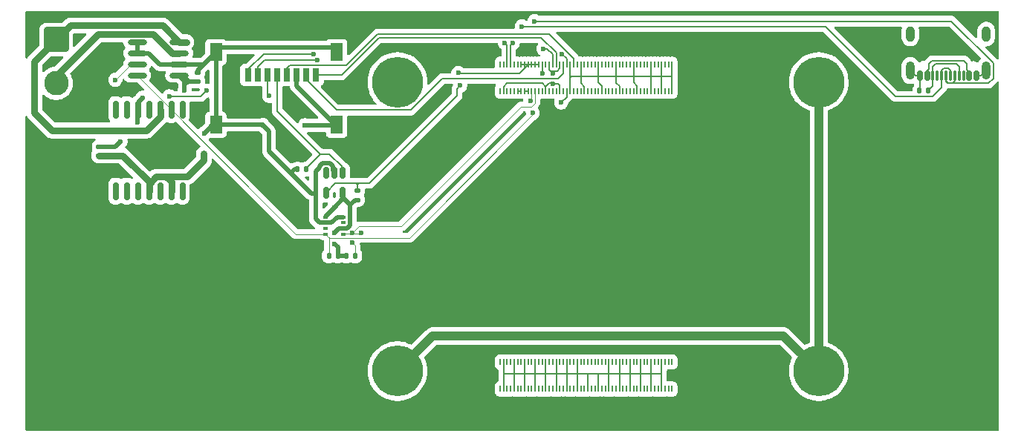
<source format=gbr>
%TF.GenerationSoftware,KiCad,Pcbnew,9.0.3*%
%TF.CreationDate,2025-11-10T23:22:15+01:00*%
%TF.ProjectId,AESS-PCB,41455353-2d50-4434-922e-6b696361645f,rev?*%
%TF.SameCoordinates,Original*%
%TF.FileFunction,Copper,L1,Top*%
%TF.FilePolarity,Positive*%
%FSLAX46Y46*%
G04 Gerber Fmt 4.6, Leading zero omitted, Abs format (unit mm)*
G04 Created by KiCad (PCBNEW 9.0.3) date 2025-11-10 23:22:15*
%MOMM*%
%LPD*%
G01*
G04 APERTURE LIST*
G04 Aperture macros list*
%AMRoundRect*
0 Rectangle with rounded corners*
0 $1 Rounding radius*
0 $2 $3 $4 $5 $6 $7 $8 $9 X,Y pos of 4 corners*
0 Add a 4 corners polygon primitive as box body*
4,1,4,$2,$3,$4,$5,$6,$7,$8,$9,$2,$3,0*
0 Add four circle primitives for the rounded corners*
1,1,$1+$1,$2,$3*
1,1,$1+$1,$4,$5*
1,1,$1+$1,$6,$7*
1,1,$1+$1,$8,$9*
0 Add four rect primitives between the rounded corners*
20,1,$1+$1,$2,$3,$4,$5,0*
20,1,$1+$1,$4,$5,$6,$7,0*
20,1,$1+$1,$6,$7,$8,$9,0*
20,1,$1+$1,$8,$9,$2,$3,0*%
G04 Aperture macros list end*
%TA.AperFunction,SMDPad,CuDef*%
%ADD10RoundRect,0.140000X-0.170000X0.140000X-0.170000X-0.140000X0.170000X-0.140000X0.170000X0.140000X0*%
%TD*%
%TA.AperFunction,SMDPad,CuDef*%
%ADD11RoundRect,0.135000X0.135000X0.185000X-0.135000X0.185000X-0.135000X-0.185000X0.135000X-0.185000X0*%
%TD*%
%TA.AperFunction,SMDPad,CuDef*%
%ADD12RoundRect,0.135000X-0.135000X-0.185000X0.135000X-0.185000X0.135000X0.185000X-0.135000X0.185000X0*%
%TD*%
%TA.AperFunction,SMDPad,CuDef*%
%ADD13RoundRect,0.135000X0.185000X-0.135000X0.185000X0.135000X-0.185000X0.135000X-0.185000X-0.135000X0*%
%TD*%
%TA.AperFunction,SMDPad,CuDef*%
%ADD14RoundRect,0.140000X0.170000X-0.140000X0.170000X0.140000X-0.170000X0.140000X-0.170000X-0.140000X0*%
%TD*%
%TA.AperFunction,SMDPad,CuDef*%
%ADD15RoundRect,0.140000X0.140000X0.170000X-0.140000X0.170000X-0.140000X-0.170000X0.140000X-0.170000X0*%
%TD*%
%TA.AperFunction,SMDPad,CuDef*%
%ADD16O,2.200001X0.599999*%
%TD*%
%TA.AperFunction,HeatsinkPad*%
%ADD17O,1.000000X1.800000*%
%TD*%
%TA.AperFunction,HeatsinkPad*%
%ADD18O,1.000000X2.100000*%
%TD*%
%TA.AperFunction,SMDPad,CuDef*%
%ADD19RoundRect,0.150000X0.150000X0.425000X-0.150000X0.425000X-0.150000X-0.425000X0.150000X-0.425000X0*%
%TD*%
%TA.AperFunction,SMDPad,CuDef*%
%ADD20RoundRect,0.075000X0.075000X0.500000X-0.075000X0.500000X-0.075000X-0.500000X0.075000X-0.500000X0*%
%TD*%
%TA.AperFunction,ComponentPad*%
%ADD21RoundRect,0.250001X-1.149999X1.149999X-1.149999X-1.149999X1.149999X-1.149999X1.149999X1.149999X0*%
%TD*%
%TA.AperFunction,ComponentPad*%
%ADD22C,2.800000*%
%TD*%
%TA.AperFunction,SMDPad,CuDef*%
%ADD23R,0.500000X0.350000*%
%TD*%
%TA.AperFunction,SMDPad,CuDef*%
%ADD24R,0.800000X1.500000*%
%TD*%
%TA.AperFunction,SMDPad,CuDef*%
%ADD25R,1.450000X2.000000*%
%TD*%
%TA.AperFunction,SMDPad,CuDef*%
%ADD26RoundRect,0.150000X-0.150000X0.512500X-0.150000X-0.512500X0.150000X-0.512500X0.150000X0.512500X0*%
%TD*%
%TA.AperFunction,SMDPad,CuDef*%
%ADD27RoundRect,0.150000X0.150000X-0.875000X0.150000X0.875000X-0.150000X0.875000X-0.150000X-0.875000X0*%
%TD*%
%TA.AperFunction,SMDPad,CuDef*%
%ADD28R,0.200000X0.700000*%
%TD*%
%TA.AperFunction,ComponentPad*%
%ADD29C,5.800000*%
%TD*%
%TA.AperFunction,ViaPad*%
%ADD30C,0.600000*%
%TD*%
%TA.AperFunction,Conductor*%
%ADD31C,0.500000*%
%TD*%
%TA.AperFunction,Conductor*%
%ADD32C,0.200000*%
%TD*%
%TA.AperFunction,Conductor*%
%ADD33C,0.100000*%
%TD*%
%TA.AperFunction,Conductor*%
%ADD34C,0.800000*%
%TD*%
%TA.AperFunction,Conductor*%
%ADD35C,1.000000*%
%TD*%
G04 APERTURE END LIST*
D10*
%TO.P,C2,1*%
%TO.N,GND*%
X39300000Y-19570000D03*
%TO.P,C2,2*%
%TO.N,/3V3*%
X39300000Y-20530000D03*
%TD*%
D11*
%TO.P,R4,1*%
%TO.N,/SCL0*%
X57260000Y-40450000D03*
%TO.P,R4,2*%
%TO.N,/3V3*%
X56240000Y-40450000D03*
%TD*%
D12*
%TO.P,R3,1*%
%TO.N,/SDA0*%
X54240000Y-40450000D03*
%TO.P,R3,2*%
%TO.N,/3V3*%
X55260000Y-40450000D03*
%TD*%
D11*
%TO.P,R2,1*%
%TO.N,/CC1*%
X122560000Y-21600000D03*
%TO.P,R2,2*%
%TO.N,GND*%
X121540000Y-21600000D03*
%TD*%
D13*
%TO.P,R1,1*%
%TO.N,/3V3*%
X57500000Y-34060000D03*
%TO.P,R1,2*%
%TO.N,/SD_PWR_ON*%
X57500000Y-33040000D03*
%TD*%
D14*
%TO.P,C3,1*%
%TO.N,GND*%
X28050000Y-28980000D03*
%TO.P,C3,2*%
%TO.N,+5V*%
X28050000Y-28020000D03*
%TD*%
D15*
%TO.P,C1,1*%
%TO.N,/SD_PWR*%
X51630000Y-30550000D03*
%TO.P,C1,2*%
%TO.N,GND*%
X50670000Y-30550000D03*
%TD*%
D16*
%TO.P,U2,8,VIN+*%
%TO.N,/BAT+*%
X37200000Y-16045000D03*
%TO.P,U2,7,VIN-*%
%TO.N,/BAT-*%
X37200000Y-17315000D03*
%TO.P,U2,6,GND*%
%TO.N,GND*%
X37200000Y-18585000D03*
%TO.P,U2,5,VS*%
%TO.N,/3V3*%
X37200000Y-19855000D03*
%TO.P,U2,4,SCL*%
%TO.N,/SDA0*%
X32400000Y-19855000D03*
%TO.P,U2,3,SDA*%
%TO.N,/SCL0*%
X32400000Y-18585000D03*
%TO.P,U2,2,A0*%
%TO.N,GND*%
X32400000Y-17315000D03*
%TO.P,U2,1,A1*%
X32400000Y-16045000D03*
%TD*%
D17*
%TO.P,J2,S1,SHIELD*%
%TO.N,GND*%
X120490000Y-15120000D03*
D18*
X120490000Y-19300000D03*
D17*
X129130000Y-15120000D03*
D18*
X129130000Y-19300000D03*
D19*
%TO.P,J2,B12,GND*%
X128010000Y-19875000D03*
%TO.P,J2,B9,VBUS*%
%TO.N,/VBUS*%
X127210000Y-19875000D03*
D20*
%TO.P,J2,B8,SBU2*%
%TO.N,unconnected-(J2-SBU2-PadB8)*%
X126560000Y-19875000D03*
%TO.P,J2,B7,D-*%
%TO.N,/USB_DN*%
X125560000Y-19875000D03*
%TO.P,J2,B6,D+*%
%TO.N,/USB_DP*%
X124060000Y-19875000D03*
%TO.P,J2,B5,CC2*%
%TO.N,/CC1*%
X123060000Y-19875000D03*
D19*
%TO.P,J2,B4,VBUS*%
%TO.N,/VBUS*%
X122410000Y-19875000D03*
%TO.P,J2,B1,GND*%
%TO.N,GND*%
X121610000Y-19875000D03*
%TO.P,J2,A12,GND*%
X121610000Y-19875000D03*
%TO.P,J2,A9,VBUS*%
%TO.N,/VBUS*%
X122410000Y-19875000D03*
D20*
%TO.P,J2,A8,SBU1*%
%TO.N,unconnected-(J2-SBU1-PadA8)*%
X123560000Y-19875000D03*
%TO.P,J2,A7,D-*%
%TO.N,/USB_DN*%
X124560000Y-19875000D03*
%TO.P,J2,A6,D+*%
%TO.N,/USB_DP*%
X125060000Y-19875000D03*
%TO.P,J2,A5,CC1*%
%TO.N,/CC1*%
X126060000Y-19875000D03*
D19*
%TO.P,J2,A4,VBUS*%
%TO.N,/VBUS*%
X127210000Y-19875000D03*
%TO.P,J2,A1,GND*%
%TO.N,GND*%
X128010000Y-19875000D03*
%TD*%
D21*
%TO.P,J3,1,Pin_1*%
%TO.N,/BAT+*%
X23182500Y-15750000D03*
D22*
%TO.P,J3,2,Pin_2*%
%TO.N,/BAT-*%
X23182500Y-20750000D03*
%TD*%
D23*
%TO.P,U6,8,VDD*%
%TO.N,/3V3*%
X53827500Y-36007500D03*
%TO.P,U6,7,GND*%
%TO.N,GND*%
X53827500Y-36657500D03*
%TO.P,U6,6,VDDIO*%
%TO.N,unconnected-(U6-VDDIO-Pad6)*%
X53827500Y-37307500D03*
%TO.P,U6,5,SDO*%
%TO.N,/SDA0*%
X53827500Y-37957500D03*
%TO.P,U6,4,SCK*%
%TO.N,/SCL0*%
X55877500Y-37957500D03*
%TO.P,U6,3,SDI*%
%TO.N,/3V3*%
X55877500Y-37307500D03*
%TO.P,U6,2,CSB*%
%TO.N,unconnected-(U6-CSB-Pad2)*%
X55877500Y-36657500D03*
%TO.P,U6,1,GND*%
%TO.N,GND*%
X55877500Y-36007500D03*
%TD*%
D24*
%TO.P,J1,1,DAT2*%
%TO.N,/SD_DAT2*%
X45050000Y-19802500D03*
%TO.P,J1,2,DAT3/CD*%
%TO.N,/SD_DAT3*%
X46150000Y-19802500D03*
%TO.P,J1,3,CMD*%
%TO.N,/SD_CMD*%
X47250000Y-19802500D03*
%TO.P,J1,4,VDD*%
%TO.N,/SD_PWR*%
X48350000Y-19802500D03*
%TO.P,J1,5,CLK*%
%TO.N,/SD_CLK*%
X49450000Y-19802500D03*
%TO.P,J1,6,VSS*%
%TO.N,GND*%
X50550000Y-19802500D03*
%TO.P,J1,7,DAT0*%
%TO.N,/SD_DAT0*%
X51650000Y-19802500D03*
%TO.P,J1,8,DAT1*%
%TO.N,/SD_DAT1*%
X52750000Y-19802500D03*
D25*
%TO.P,J1,9,SHIELD*%
%TO.N,GND*%
X41375000Y-17202500D03*
X41375000Y-25502500D03*
X55125000Y-17202500D03*
X55125000Y-25502500D03*
%TD*%
D26*
%TO.P,U5,5,VIN*%
%TO.N,/3V3*%
X55820000Y-33217500D03*
%TO.P,U5,4,EN*%
%TO.N,/SD_PWR_ON*%
X53920000Y-33217500D03*
%TO.P,U5,3,~{FLG}*%
%TO.N,unconnected-(U5-~{FLG}-Pad3)*%
X53920000Y-30942500D03*
%TO.P,U5,2,GND*%
%TO.N,GND*%
X54870000Y-30942500D03*
%TO.P,U5,1,VOUT*%
%TO.N,/SD_PWR*%
X55820000Y-30942500D03*
%TD*%
D27*
%TO.P,U3,1*%
%TO.N,N/C*%
X29940000Y-33050000D03*
%TO.P,U3,2*%
X31210000Y-33050000D03*
%TO.P,U3,3,FB*%
%TO.N,unconnected-(U3-FB-Pad3)*%
X32480000Y-33050000D03*
%TO.P,U3,4,SGND*%
%TO.N,GND*%
X33750000Y-33050000D03*
%TO.P,U3,5,~{ON}/OFF*%
%TO.N,unconnected-(U3-~{ON}{slash}OFF-Pad5)*%
X35020000Y-33050000D03*
%TO.P,U3,6,PGND*%
%TO.N,GND*%
X36290000Y-33050000D03*
%TO.P,U3,7*%
%TO.N,N/C*%
X37560000Y-33050000D03*
%TO.P,U3,8*%
X37560000Y-23750000D03*
%TO.P,U3,9*%
X36290000Y-23750000D03*
%TO.P,U3,10,VIN*%
%TO.N,/BAT+*%
X35020000Y-23750000D03*
%TO.P,U3,11*%
%TO.N,N/C*%
X33750000Y-23750000D03*
%TO.P,U3,12,OUT*%
%TO.N,+5V*%
X32480000Y-23750000D03*
%TO.P,U3,13*%
%TO.N,N/C*%
X31210000Y-23750000D03*
%TO.P,U3,14*%
X29940000Y-23750000D03*
%TD*%
D28*
%TO.P,U1,1,GND*%
%TO.N,GND*%
X93350000Y-18567500D03*
%TO.P,U1,2,GND*%
X93350000Y-21647500D03*
%TO.P,U1,3,ETHERNET_PAIR3_P*%
%TO.N,unconnected-(U1A-ETHERNET_PAIR3_P-Pad3)*%
X92950000Y-18567500D03*
%TO.P,U1,4,ETHERNET_PAIR1_P*%
%TO.N,unconnected-(U1A-ETHERNET_PAIR1_P-Pad4)*%
X92950000Y-21647500D03*
%TO.P,U1,5,ETHERNET_PAIR3_N*%
%TO.N,unconnected-(U1A-ETHERNET_PAIR3_N-Pad5)*%
X92550000Y-18567500D03*
%TO.P,U1,6,ETHERNET_PAIR1_N*%
%TO.N,unconnected-(U1A-ETHERNET_PAIR1_N-Pad6)*%
X92550000Y-21647500D03*
%TO.P,U1,7,GND*%
%TO.N,GND*%
X92150000Y-18567500D03*
%TO.P,U1,8,GND*%
X92150000Y-21647500D03*
%TO.P,U1,9,ETHERNET_PAIR2_N*%
%TO.N,unconnected-(U1A-ETHERNET_PAIR2_N-Pad9)*%
X91750000Y-18567500D03*
%TO.P,U1,10,ETHERNET_PAIR0_N*%
%TO.N,unconnected-(U1A-ETHERNET_PAIR0_N-Pad10)*%
X91750000Y-21647500D03*
%TO.P,U1,11,ETHERNET_PAIR2_P*%
%TO.N,unconnected-(U1A-ETHERNET_PAIR2_P-Pad11)*%
X91350000Y-18567500D03*
%TO.P,U1,12,ETHERNET_PAIR0_P*%
%TO.N,unconnected-(U1A-ETHERNET_PAIR0_P-Pad12)*%
X91350000Y-21647500D03*
%TO.P,U1,13,GND*%
%TO.N,GND*%
X90950000Y-18567500D03*
%TO.P,U1,14,GND*%
X90950000Y-21647500D03*
%TO.P,U1,15,ETHERNET_~{LED3}*%
%TO.N,unconnected-(U1A-ETHERNET_~{LED3}-Pad15)*%
X90550000Y-18567500D03*
%TO.P,U1,16,FAN_TACHO*%
%TO.N,unconnected-(U1A-FAN_TACHO-Pad16)*%
X90550000Y-21647500D03*
%TO.P,U1,17,ETHERNET_~{LED2}*%
%TO.N,unconnected-(U1A-ETHERNET_~{LED2}-Pad17)*%
X90150000Y-18567500D03*
%TO.P,U1,18,ETHERNET_SYNC_OUT*%
%TO.N,unconnected-(U1A-ETHERNET_SYNC_OUT-Pad18)*%
X90150000Y-21647500D03*
%TO.P,U1,19,FAN_PWM*%
%TO.N,unconnected-(U1A-FAN_PWM-Pad19)*%
X89750000Y-18567500D03*
%TO.P,U1,20,EEPROM_~{WP}*%
%TO.N,unconnected-(U1A-EEPROM_~{WP}-Pad20)*%
X89750000Y-21647500D03*
%TO.P,U1,21,LED_~{ACTIVITY}*%
%TO.N,unconnected-(U1A-LED_~{ACTIVITY}-Pad21)*%
X89350000Y-18567500D03*
%TO.P,U1,22,GND*%
%TO.N,GND*%
X89350000Y-21647500D03*
%TO.P,U1,23,GND*%
X88950000Y-18567500D03*
%TO.P,U1,24,GPIO26*%
%TO.N,unconnected-(U1A-GPIO26-Pad24)*%
X88950000Y-21647500D03*
%TO.P,U1,25,GPIO21*%
%TO.N,unconnected-(U1A-GPIO21-Pad25)*%
X88550000Y-18567500D03*
%TO.P,U1,26,GPIO19*%
%TO.N,unconnected-(U1A-GPIO19-Pad26)*%
X88550000Y-21647500D03*
%TO.P,U1,27,GPIO20*%
%TO.N,unconnected-(U1A-GPIO20-Pad27)*%
X88150000Y-18567500D03*
%TO.P,U1,28,GPIO13*%
%TO.N,unconnected-(U1A-GPIO13-Pad28)*%
X88150000Y-21647500D03*
%TO.P,U1,29,GPIO16*%
%TO.N,unconnected-(U1A-GPIO16-Pad29)*%
X87750000Y-18567500D03*
%TO.P,U1,30,GPIO6*%
%TO.N,unconnected-(U1A-GPIO6-Pad30)*%
X87750000Y-21647500D03*
%TO.P,U1,31,GPIO12*%
%TO.N,unconnected-(U1A-GPIO12-Pad31)*%
X87350000Y-18567500D03*
%TO.P,U1,32,GND*%
%TO.N,GND*%
X87350000Y-21647500D03*
%TO.P,U1,33,GND*%
X86950000Y-18567500D03*
%TO.P,U1,34,GPIO5*%
%TO.N,unconnected-(U1A-GPIO5-Pad34)*%
X86950000Y-21647500D03*
%TO.P,U1,35,ID_SC*%
%TO.N,unconnected-(U1A-ID_SC-Pad35)*%
X86550000Y-18567500D03*
%TO.P,U1,36,ID_SD*%
%TO.N,unconnected-(U1A-ID_SD-Pad36)*%
X86550000Y-21647500D03*
%TO.P,U1,37,GPIO7*%
%TO.N,unconnected-(U1A-GPIO7-Pad37)*%
X86150000Y-18567500D03*
%TO.P,U1,38,GPIO11*%
%TO.N,unconnected-(U1A-GPIO11-Pad38)*%
X86150000Y-21647500D03*
%TO.P,U1,39,GPIO8*%
%TO.N,unconnected-(U1A-GPIO8-Pad39)*%
X85750000Y-18567500D03*
%TO.P,U1,40,GPIO9*%
%TO.N,unconnected-(U1A-GPIO9-Pad40)*%
X85750000Y-21647500D03*
%TO.P,U1,41,GPIO25*%
%TO.N,unconnected-(U1A-GPIO25-Pad41)*%
X85350000Y-18567500D03*
%TO.P,U1,42,GND*%
%TO.N,GND*%
X85350000Y-21647500D03*
%TO.P,U1,43,GND*%
X84950000Y-18567500D03*
%TO.P,U1,44,GPIO10*%
%TO.N,unconnected-(U1A-GPIO10-Pad44)*%
X84950000Y-21647500D03*
%TO.P,U1,45,GPIO24*%
%TO.N,unconnected-(U1A-GPIO24-Pad45)*%
X84550000Y-18567500D03*
%TO.P,U1,46,GPIO22*%
%TO.N,unconnected-(U1A-GPIO22-Pad46)*%
X84550000Y-21647500D03*
%TO.P,U1,47,GPIO23*%
%TO.N,unconnected-(U1A-GPIO23-Pad47)*%
X84150000Y-18567500D03*
%TO.P,U1,48,GPIO27*%
%TO.N,unconnected-(U1A-GPIO27-Pad48)*%
X84150000Y-21647500D03*
%TO.P,U1,49,GPIO18*%
%TO.N,unconnected-(U1A-GPIO18-Pad49)*%
X83750000Y-18567500D03*
%TO.P,U1,50,GPIO17*%
%TO.N,unconnected-(U1A-GPIO17-Pad50)*%
X83750000Y-21647500D03*
%TO.P,U1,51,GPIO15*%
%TO.N,unconnected-(U1A-GPIO15-Pad51)*%
X83350000Y-18567500D03*
%TO.P,U1,52,GND*%
%TO.N,GND*%
X83350000Y-21647500D03*
%TO.P,U1,53,GND*%
X82950000Y-18567500D03*
%TO.P,U1,54,GPIO4*%
%TO.N,unconnected-(U1A-GPIO4-Pad54)*%
X82950000Y-21647500D03*
%TO.P,U1,55,GPIO14*%
%TO.N,unconnected-(U1A-GPIO14-Pad55)*%
X82550000Y-18567500D03*
%TO.P,U1,56,GPIO3*%
%TO.N,unconnected-(U1A-GPIO3-Pad56)*%
X82550000Y-21647500D03*
%TO.P,U1,57,SD_CLK*%
%TO.N,/SD_CLK*%
X82150000Y-18567500D03*
%TO.P,U1,58,GPIO2*%
%TO.N,unconnected-(U1A-GPIO2-Pad58)*%
X82150000Y-21647500D03*
%TO.P,U1,59,GND*%
%TO.N,GND*%
X81750000Y-18567500D03*
%TO.P,U1,60,GND*%
X81750000Y-21647500D03*
%TO.P,U1,61,SD_DAT3*%
%TO.N,/SD_DAT3*%
X81350000Y-18567500D03*
%TO.P,U1,62,SD_CMD*%
%TO.N,/SD_CMD*%
X81350000Y-21647500D03*
%TO.P,U1,63,SD_DAT0*%
%TO.N,/SD_DAT0*%
X80950000Y-18567500D03*
%TO.P,U1,64,SD_DAT5*%
%TO.N,unconnected-(U1A-SD_DAT5-Pad64)*%
X80950000Y-21647500D03*
%TO.P,U1,65,GND*%
%TO.N,GND*%
X80550000Y-18567500D03*
%TO.P,U1,66,GND*%
X80550000Y-21647500D03*
%TO.P,U1,67,SD_DAT1*%
%TO.N,/SD_DAT1*%
X80150000Y-18567500D03*
%TO.P,U1,68,SD_DAT4*%
%TO.N,unconnected-(U1A-SD_DAT4-Pad68)*%
X80150000Y-21647500D03*
%TO.P,U1,69,SD_DAT2*%
%TO.N,/SD_DAT2*%
X79750000Y-18567500D03*
%TO.P,U1,70,SD_DAT7*%
%TO.N,unconnected-(U1A-SD_DAT7-Pad70)*%
X79750000Y-21647500D03*
%TO.P,U1,71,GND*%
%TO.N,GND*%
X79350000Y-18567500D03*
%TO.P,U1,72,SD_DAT6*%
%TO.N,unconnected-(U1A-SD_DAT6-Pad72)*%
X79350000Y-21647500D03*
%TO.P,U1,73,SD_VDD_OVERRIDE*%
%TO.N,unconnected-(U1A-SD_VDD_OVERRIDE-Pad73)*%
X78950000Y-18567500D03*
%TO.P,U1,74,GND*%
%TO.N,GND*%
X78950000Y-21647500D03*
%TO.P,U1,75,SD_PWR_ON*%
%TO.N,/SD_PWR_ON*%
X78550000Y-18567500D03*
%TO.P,U1,76,VBAT*%
%TO.N,unconnected-(U1A-VBAT-Pad76)*%
X78550000Y-21647500D03*
%TO.P,U1,77,+5V(INPUT)*%
%TO.N,+5V*%
X78150000Y-18567500D03*
%TO.P,U1,78,GPIO_VREF*%
%TO.N,unconnected-(U1A-GPIO_VREF-Pad78)*%
X78150000Y-21647500D03*
%TO.P,U1,79,+5V(INPUT)*%
%TO.N,+5V*%
X77750000Y-18567500D03*
%TO.P,U1,80,SCL0*%
%TO.N,/SCL0*%
X77750000Y-21647500D03*
%TO.P,U1,81,+5V(INPUT)*%
%TO.N,+5V*%
X77350000Y-18567500D03*
%TO.P,U1,82,SDA0*%
%TO.N,/SDA0*%
X77350000Y-21647500D03*
%TO.P,U1,83,+5V(INPUT)*%
%TO.N,+5V*%
X76950000Y-18567500D03*
%TO.P,U1,84,CM5_3.3V(OUTPUT)*%
%TO.N,Net-(U1A-CM5_3.3V(OUTPUT)-Pad84)*%
X76950000Y-21647500D03*
%TO.P,U1,85,+5V(INPUT)*%
%TO.N,+5V*%
X76550000Y-18567500D03*
%TO.P,U1,86,CM5_3.3V(OUTPUT)*%
%TO.N,Net-(U1A-CM5_3.3V(OUTPUT)-Pad84)*%
X76550000Y-21647500D03*
%TO.P,U1,87,+5V(INPUT)*%
%TO.N,+5V*%
X76150000Y-18567500D03*
%TO.P,U1,88,CM5_1.8V(OUTPUT)*%
%TO.N,Net-(U1A-CM5_1.8V(OUTPUT)-Pad88)*%
X76150000Y-21647500D03*
%TO.P,U1,89,WL_~{DISABLE}*%
%TO.N,unconnected-(U1A-WL_~{DISABLE}-Pad89)*%
X75750000Y-18567500D03*
%TO.P,U1,90,CM5_1.8V(OUTPUT)*%
%TO.N,Net-(U1A-CM5_1.8V(OUTPUT)-Pad88)*%
X75750000Y-21647500D03*
%TO.P,U1,91,BT_~{DISABLE}*%
%TO.N,unconnected-(U1A-BT_~{DISABLE}-Pad91)*%
X75350000Y-18567500D03*
%TO.P,U1,92,PWR_BUTTON*%
%TO.N,unconnected-(U1A-PWR_BUTTON-Pad92)*%
X75350000Y-21647500D03*
%TO.P,U1,93,~{RPIBOOT}*%
%TO.N,/USB_DN*%
X74950000Y-18567500D03*
%TO.P,U1,94,CC1*%
%TO.N,unconnected-(U1A-CC1-Pad94)*%
X74950000Y-21647500D03*
%TO.P,U1,95,LED_~{PWR}*%
%TO.N,/USB_DP*%
X74550000Y-18567500D03*
%TO.P,U1,96,CC2*%
%TO.N,unconnected-(U1A-CC2-Pad96)*%
X74550000Y-21647500D03*
%TO.P,U1,97,CAM_GPIO*%
%TO.N,unconnected-(U1A-CAM_GPIO-Pad97)*%
X74150000Y-18567500D03*
%TO.P,U1,98,GND*%
%TO.N,GND*%
X74150000Y-21647500D03*
%TO.P,U1,99,PMIC_ENABLE*%
%TO.N,unconnected-(U1A-PMIC_ENABLE-Pad99)*%
X73750000Y-18567500D03*
%TO.P,U1,100,CAM_GPIO1*%
%TO.N,unconnected-(U1A-CAM_GPIO1-Pad100)*%
X73750000Y-21647500D03*
%TO.P,U1,101*%
%TO.N,N/C*%
X93350000Y-52567500D03*
%TO.P,U1,102*%
X93350000Y-55647500D03*
%TO.P,U1,103*%
X92950000Y-52567500D03*
%TO.P,U1,104*%
X92950000Y-55647500D03*
%TO.P,U1,105*%
X92550000Y-52567500D03*
%TO.P,U1,106*%
X92550000Y-55647500D03*
%TO.P,U1,107,GND*%
%TO.N,GND*%
X92150000Y-52567500D03*
%TO.P,U1,108,GND*%
X92150000Y-55647500D03*
%TO.P,U1,109*%
%TO.N,N/C*%
X91750000Y-52567500D03*
%TO.P,U1,110*%
X91750000Y-55647500D03*
%TO.P,U1,111*%
X91350000Y-52567500D03*
%TO.P,U1,112*%
X91350000Y-55647500D03*
%TO.P,U1,113,GND*%
%TO.N,GND*%
X90950000Y-52567500D03*
%TO.P,U1,114,GND*%
X90950000Y-55647500D03*
%TO.P,U1,115*%
%TO.N,N/C*%
X90550000Y-52567500D03*
%TO.P,U1,116*%
X90550000Y-55647500D03*
%TO.P,U1,117*%
X90150000Y-52567500D03*
%TO.P,U1,118*%
X90150000Y-55647500D03*
%TO.P,U1,119,GND*%
%TO.N,GND*%
X89750000Y-52567500D03*
%TO.P,U1,120,GND*%
X89750000Y-55647500D03*
%TO.P,U1,121*%
%TO.N,N/C*%
X89350000Y-52567500D03*
%TO.P,U1,122*%
X89350000Y-55647500D03*
%TO.P,U1,123*%
X88950000Y-52567500D03*
%TO.P,U1,124*%
X88950000Y-55647500D03*
%TO.P,U1,125,GND*%
%TO.N,GND*%
X88550000Y-52567500D03*
%TO.P,U1,126,GND*%
X88550000Y-55647500D03*
%TO.P,U1,127*%
%TO.N,N/C*%
X88150000Y-52567500D03*
%TO.P,U1,128*%
X88150000Y-55647500D03*
%TO.P,U1,129*%
X87750000Y-52567500D03*
%TO.P,U1,130*%
X87750000Y-55647500D03*
%TO.P,U1,131,GND*%
%TO.N,GND*%
X87350000Y-52567500D03*
%TO.P,U1,132,GND*%
X87350000Y-55647500D03*
%TO.P,U1,133*%
%TO.N,N/C*%
X86950000Y-52567500D03*
%TO.P,U1,134*%
X86950000Y-55647500D03*
%TO.P,U1,135*%
X86550000Y-52567500D03*
%TO.P,U1,136*%
X86550000Y-55647500D03*
%TO.P,U1,137,GND*%
%TO.N,GND*%
X86150000Y-52567500D03*
%TO.P,U1,138,GND*%
X86150000Y-55647500D03*
%TO.P,U1,139*%
%TO.N,N/C*%
X85750000Y-52567500D03*
%TO.P,U1,140*%
X85750000Y-55647500D03*
%TO.P,U1,141*%
X85350000Y-52567500D03*
%TO.P,U1,142*%
X85350000Y-55647500D03*
%TO.P,U1,143*%
X84950000Y-52567500D03*
%TO.P,U1,144,GND*%
%TO.N,GND*%
X84950000Y-55647500D03*
%TO.P,U1,145*%
%TO.N,N/C*%
X84550000Y-52567500D03*
%TO.P,U1,146*%
X84550000Y-55647500D03*
%TO.P,U1,147*%
X84150000Y-52567500D03*
%TO.P,U1,148*%
X84150000Y-55647500D03*
%TO.P,U1,149*%
X83750000Y-52567500D03*
%TO.P,U1,150,GND*%
%TO.N,GND*%
X83750000Y-55647500D03*
%TO.P,U1,151*%
%TO.N,N/C*%
X83350000Y-52567500D03*
%TO.P,U1,152*%
X83350000Y-55647500D03*
%TO.P,U1,153*%
X82950000Y-52567500D03*
%TO.P,U1,154*%
X82950000Y-55647500D03*
%TO.P,U1,155,GND*%
%TO.N,GND*%
X82550000Y-52567500D03*
%TO.P,U1,156,GND*%
X82550000Y-55647500D03*
%TO.P,U1,157*%
%TO.N,N/C*%
X82150000Y-52567500D03*
%TO.P,U1,158*%
X82150000Y-55647500D03*
%TO.P,U1,159*%
X81750000Y-52567500D03*
%TO.P,U1,160*%
X81750000Y-55647500D03*
%TO.P,U1,161,GND*%
%TO.N,GND*%
X81350000Y-52567500D03*
%TO.P,U1,162,GND*%
X81350000Y-55647500D03*
%TO.P,U1,163*%
%TO.N,N/C*%
X80950000Y-52567500D03*
%TO.P,U1,164*%
X80950000Y-55647500D03*
%TO.P,U1,165*%
X80550000Y-52567500D03*
%TO.P,U1,166*%
X80550000Y-55647500D03*
%TO.P,U1,167,GND*%
%TO.N,GND*%
X80150000Y-52567500D03*
%TO.P,U1,168,GND*%
X80150000Y-55647500D03*
%TO.P,U1,169*%
%TO.N,N/C*%
X79750000Y-52567500D03*
%TO.P,U1,170*%
X79750000Y-55647500D03*
%TO.P,U1,171*%
X79350000Y-52567500D03*
%TO.P,U1,172*%
X79350000Y-55647500D03*
%TO.P,U1,173,GND*%
%TO.N,GND*%
X78950000Y-52567500D03*
%TO.P,U1,174,GND*%
X78950000Y-55647500D03*
%TO.P,U1,175*%
%TO.N,N/C*%
X78550000Y-52567500D03*
%TO.P,U1,176*%
X78550000Y-55647500D03*
%TO.P,U1,177*%
X78150000Y-52567500D03*
%TO.P,U1,178*%
X78150000Y-55647500D03*
%TO.P,U1,179,GND*%
%TO.N,GND*%
X77750000Y-52567500D03*
%TO.P,U1,180,GND*%
X77750000Y-55647500D03*
%TO.P,U1,181*%
%TO.N,N/C*%
X77350000Y-52567500D03*
%TO.P,U1,182*%
X77350000Y-55647500D03*
%TO.P,U1,183*%
X76950000Y-52567500D03*
%TO.P,U1,184*%
X76950000Y-55647500D03*
%TO.P,U1,185,GND*%
%TO.N,GND*%
X76550000Y-52567500D03*
%TO.P,U1,186,GND*%
X76550000Y-55647500D03*
%TO.P,U1,187*%
%TO.N,N/C*%
X76150000Y-52567500D03*
%TO.P,U1,188*%
X76150000Y-55647500D03*
%TO.P,U1,189*%
X75750000Y-52567500D03*
%TO.P,U1,190*%
X75750000Y-55647500D03*
%TO.P,U1,191,GND*%
%TO.N,GND*%
X75350000Y-52567500D03*
%TO.P,U1,192,GND*%
X75350000Y-55647500D03*
%TO.P,U1,193*%
%TO.N,N/C*%
X74950000Y-52567500D03*
%TO.P,U1,194*%
X74950000Y-55647500D03*
%TO.P,U1,195*%
X74550000Y-52567500D03*
%TO.P,U1,196*%
X74550000Y-55647500D03*
%TO.P,U1,197,GND*%
%TO.N,GND*%
X74150000Y-52567500D03*
%TO.P,U1,198,GND*%
X74150000Y-55647500D03*
%TO.P,U1,199*%
%TO.N,N/C*%
X73750000Y-52567500D03*
%TO.P,U1,200*%
X73750000Y-55647500D03*
D29*
%TO.P,U1,SH1,MOUNTING_PADS*%
%TO.N,Net-(U1A-MOUNTING_PADS-PadSH1)*%
X62050000Y-20607500D03*
%TO.P,U1,SH3,MOUNTING_PADS*%
X62050000Y-53607500D03*
%TO.P,U1,SH2,MOUNTING_PADS*%
X110050000Y-20607500D03*
%TO.P,U1,SH4,MOUNTING_PADS*%
X110050000Y-53607500D03*
%TD*%
D30*
%TO.N,+5V*%
X40315084Y-21579000D03*
X69000000Y-19550000D03*
X36048414Y-22230936D03*
X33000000Y-22400000D03*
X32450000Y-25250000D03*
X30500000Y-27400000D03*
%TO.N,/SCL0*%
X56900000Y-38933500D03*
X56900000Y-37833500D03*
%TO.N,/3V3*%
X54900000Y-39100000D03*
X54900000Y-37800000D03*
%TO.N,GND*%
X79800000Y-20790000D03*
X79800000Y-19590000D03*
X40050000Y-26450000D03*
X40000000Y-28800000D03*
%TO.N,/BAT-*%
X34965397Y-15884603D03*
%TO.N,/3V3*%
X37800000Y-21550000D03*
X54867000Y-34917000D03*
%TO.N,/SCL0*%
X29900000Y-20350000D03*
%TO.N,/SDA0*%
X77200000Y-22761091D03*
X77477817Y-24150001D03*
%TO.N,/USB_DP*%
X74270000Y-16121000D03*
%TO.N,/USB_DN*%
X75190000Y-16170000D03*
X77680000Y-13660000D03*
%TO.N,/USB_DP*%
X76240735Y-14250735D03*
%TO.N,/SD_PWR_ON*%
X78560000Y-19590000D03*
X69200000Y-21010000D03*
%TO.N,GND*%
X51520000Y-25530000D03*
X46710000Y-25510000D03*
%TO.N,/SD_DAT2*%
X78690000Y-16806500D03*
X52538402Y-17404004D03*
%TO.N,/SD_DAT3*%
X80797985Y-17412015D03*
X52950000Y-18090000D03*
%TO.N,/SD_CMD*%
X47440000Y-22180000D03*
X80699750Y-22949750D03*
%TO.N,/SCL0*%
X57950000Y-37833500D03*
%TD*%
D31*
%TO.N,+5V*%
X32480000Y-22920000D02*
X32480000Y-23750000D01*
X33000000Y-22400000D02*
X32480000Y-22920000D01*
D32*
X36067478Y-22250000D02*
X39644084Y-22250000D01*
X36048414Y-22230936D02*
X36067478Y-22250000D01*
X39644084Y-22250000D02*
X40315084Y-21579000D01*
X69040000Y-19590000D02*
X69000000Y-19550000D01*
X75927500Y-19590000D02*
X69040000Y-19590000D01*
X76950000Y-18567500D02*
X75927500Y-19590000D01*
X76150000Y-18567500D02*
X78150000Y-18567500D01*
D33*
%TO.N,/SCL0*%
X77750000Y-22531859D02*
X77750000Y-21647500D01*
X77340323Y-23400000D02*
X77751000Y-22989323D01*
X76150000Y-23400000D02*
X77340323Y-23400000D01*
X62450000Y-37100000D02*
X76150000Y-23400000D01*
X77751000Y-22989323D02*
X77751000Y-22532859D01*
X77751000Y-22532859D02*
X77750000Y-22531859D01*
X57700000Y-37100000D02*
X62450000Y-37100000D01*
X56850000Y-37950000D02*
X57700000Y-37100000D01*
D32*
%TO.N,Net-(U1A-CM5_1.8V(OUTPUT)-Pad88)*%
X76150000Y-21647500D02*
X75750000Y-21647500D01*
%TO.N,Net-(U1A-CM5_3.3V(OUTPUT)-Pad84)*%
X76550000Y-21647500D02*
X76950000Y-21647500D01*
D34*
%TO.N,GND*%
X30704999Y-28980000D02*
X28050000Y-28980000D01*
X33750000Y-32025001D02*
X30704999Y-28980000D01*
X33750000Y-33050000D02*
X33750000Y-32025001D01*
D31*
%TO.N,+5V*%
X32450000Y-23780000D02*
X32480000Y-23750000D01*
X32450000Y-25250000D02*
X32450000Y-23780000D01*
X29880000Y-28020000D02*
X30500000Y-27400000D01*
X28050000Y-28020000D02*
X29880000Y-28020000D01*
%TO.N,GND*%
X39300000Y-19277500D02*
X39992500Y-18585000D01*
X39300000Y-19570000D02*
X39300000Y-19277500D01*
%TO.N,/3V3*%
X37595000Y-19855000D02*
X37200000Y-19855000D01*
X38270000Y-20530000D02*
X37595000Y-19855000D01*
X38050000Y-20750000D02*
X38270000Y-20530000D01*
X37800000Y-20750000D02*
X38050000Y-20750000D01*
X38270000Y-20530000D02*
X39300000Y-20530000D01*
X37800000Y-20750000D02*
X37800000Y-20455000D01*
X37800000Y-21550000D02*
X37800000Y-20750000D01*
X37800000Y-20455000D02*
X37200000Y-19855000D01*
D33*
%TO.N,/SCL0*%
X56900000Y-38933500D02*
X57260000Y-39293500D01*
X57260000Y-39293500D02*
X57260000Y-40450000D01*
X56900000Y-37950000D02*
X56900000Y-37833500D01*
X56900000Y-37950000D02*
X57833500Y-37950000D01*
D31*
%TO.N,/3V3*%
X55260000Y-40450000D02*
X56240000Y-40450000D01*
X54900000Y-39100000D02*
X55260000Y-39460000D01*
X55260000Y-39460000D02*
X55260000Y-40450000D01*
X55392500Y-37307500D02*
X54900000Y-37800000D01*
X55877500Y-37307500D02*
X55392500Y-37307500D01*
D33*
%TO.N,/SDA0*%
X54240000Y-38500000D02*
X54240000Y-38493500D01*
X54350000Y-38383500D02*
X54253500Y-38383500D01*
X54240000Y-38493500D02*
X54350000Y-38383500D01*
X54240000Y-38500000D02*
X54240000Y-40450000D01*
X54240000Y-38370000D02*
X54240000Y-38500000D01*
X54210000Y-38340000D02*
X54240000Y-38370000D01*
X54210000Y-38340000D02*
X53827500Y-37957500D01*
D32*
%TO.N,GND*%
X121610000Y-21530000D02*
X121540000Y-21600000D01*
X121610000Y-19875000D02*
X121610000Y-21530000D01*
%TO.N,/CC1*%
X123060000Y-21100000D02*
X122560000Y-21600000D01*
X123060000Y-19875000D02*
X123060000Y-21100000D01*
%TO.N,/USB_DP*%
X124060000Y-21240000D02*
X124060000Y-19875000D01*
X123050000Y-22250000D02*
X124060000Y-21240000D01*
X118800000Y-22250000D02*
X123050000Y-22250000D01*
X110810000Y-14260000D02*
X118800000Y-22250000D01*
X76250000Y-14260000D02*
X110810000Y-14260000D01*
X76240735Y-14250735D02*
X76250000Y-14260000D01*
D31*
%TO.N,/3V3*%
X57240000Y-34060000D02*
X57500000Y-34060000D01*
X56650000Y-34650000D02*
X57240000Y-34060000D01*
D32*
%TO.N,/SD_PWR_ON*%
X57500000Y-32400000D02*
X57500000Y-32360000D01*
X57500000Y-32360000D02*
X57300000Y-32160000D01*
X57300000Y-32160000D02*
X54977500Y-32160000D01*
X57650000Y-32160000D02*
X57500000Y-32160000D01*
X57500000Y-32310000D02*
X57650000Y-32160000D01*
X57500000Y-32400000D02*
X57500000Y-33040000D01*
X57500000Y-32400000D02*
X57500000Y-32310000D01*
X57500000Y-32160000D02*
X57500000Y-32400000D01*
X57500000Y-32160000D02*
X57300000Y-32160000D01*
%TO.N,/SD_PWR*%
X51630000Y-30460000D02*
X51630000Y-30550000D01*
X53260000Y-28830000D02*
X51630000Y-30460000D01*
D31*
%TO.N,GND*%
X53150500Y-36657500D02*
X53827500Y-36657500D01*
X52750384Y-36257384D02*
X53150500Y-36657500D01*
X52750384Y-31150384D02*
X52750384Y-36257384D01*
X52750000Y-31150000D02*
X52750384Y-31150384D01*
X52750000Y-30835500D02*
X52750000Y-31150000D01*
X53169000Y-30176900D02*
X53169000Y-30416500D01*
X53169000Y-30416500D02*
X52750000Y-30835500D01*
X54671000Y-30743500D02*
X54671000Y-30176900D01*
X54870000Y-30942500D02*
X54671000Y-30743500D01*
X54671000Y-30176900D02*
X54323100Y-29829000D01*
X54323100Y-29829000D02*
X53516900Y-29829000D01*
X53516900Y-29829000D02*
X53169000Y-30176900D01*
X50350000Y-30550000D02*
X49900000Y-31000000D01*
X50670000Y-30550000D02*
X50350000Y-30550000D01*
X49900000Y-31000000D02*
X47402500Y-28502500D01*
X47402500Y-26202500D02*
X46710000Y-25510000D01*
X52250000Y-33350000D02*
X49900000Y-31000000D01*
X52750384Y-33350000D02*
X52250000Y-33350000D01*
X47402500Y-28502500D02*
X47402500Y-26202500D01*
D35*
%TO.N,Net-(U1A-MOUNTING_PADS-PadSH1)*%
X106042500Y-49600000D02*
X110050000Y-53607500D01*
X66057500Y-49600000D02*
X106042500Y-49600000D01*
X62050000Y-53607500D02*
X66057500Y-49600000D01*
X110050000Y-20607500D02*
X110050000Y-53607500D01*
D32*
%TO.N,GND*%
X78550000Y-20750000D02*
X78950000Y-21150000D01*
X74550000Y-20750000D02*
X78550000Y-20750000D01*
X74150000Y-21150000D02*
X74550000Y-20750000D01*
X74150000Y-21647500D02*
X74150000Y-21150000D01*
X79760000Y-20750000D02*
X79800000Y-20790000D01*
X79350000Y-20750000D02*
X79760000Y-20750000D01*
X78950000Y-21150000D02*
X79350000Y-20750000D01*
X78950000Y-21647500D02*
X78950000Y-21150000D01*
X80550000Y-20996500D02*
X80550000Y-21647500D01*
X80343500Y-20790000D02*
X80550000Y-20996500D01*
X79800000Y-20790000D02*
X80343500Y-20790000D01*
X79810000Y-19360000D02*
X79810000Y-19580000D01*
X79800000Y-19350000D02*
X79810000Y-19360000D01*
X79800000Y-19350000D02*
X79480500Y-19350000D01*
X79810000Y-19580000D02*
X79800000Y-19590000D01*
X79480500Y-19350000D02*
X79350000Y-19219500D01*
X80250000Y-19350000D02*
X79800000Y-19350000D01*
X80550000Y-19050000D02*
X80250000Y-19350000D01*
X80550000Y-18567500D02*
X80550000Y-19050000D01*
X79350000Y-19219500D02*
X79350000Y-18567500D01*
%TO.N,/SD_DAT0*%
X80950000Y-19600000D02*
X80950000Y-18567500D01*
X80360000Y-20190000D02*
X80950000Y-19600000D01*
X67190000Y-20190000D02*
X80360000Y-20190000D01*
X55120500Y-23808500D02*
X63571500Y-23808500D01*
X51650000Y-20338000D02*
X55120500Y-23808500D01*
X51650000Y-19802500D02*
X51650000Y-20338000D01*
X63571500Y-23808500D02*
X67190000Y-20190000D01*
%TO.N,GND*%
X81750000Y-20100000D02*
X81750000Y-20150000D01*
X81750000Y-20150000D02*
X81750000Y-19900000D01*
X81850000Y-20000000D02*
X81750000Y-20100000D01*
X81850000Y-20000000D02*
X81750000Y-19900000D01*
X93350000Y-20000000D02*
X81850000Y-20000000D01*
X81750000Y-21647500D02*
X81750000Y-20150000D01*
X93350000Y-20000000D02*
X93350000Y-21647500D01*
X93350000Y-18567500D02*
X93350000Y-20000000D01*
X92150000Y-18567500D02*
X92150000Y-21647500D01*
X90950000Y-18567500D02*
X90950000Y-21647500D01*
X89350000Y-21046500D02*
X89350000Y-21647500D01*
X88950000Y-18567500D02*
X88950000Y-20646500D01*
X88950000Y-20646500D02*
X89350000Y-21046500D01*
X86950000Y-20696500D02*
X87350000Y-21096500D01*
X87350000Y-21096500D02*
X87350000Y-21647500D01*
X86950000Y-18567500D02*
X86950000Y-20696500D01*
X85350000Y-21046500D02*
X85350000Y-21647500D01*
X84950000Y-20646500D02*
X85350000Y-21046500D01*
X84950000Y-18567500D02*
X84950000Y-20646500D01*
X83350000Y-21149000D02*
X83350000Y-21647500D01*
X82950000Y-20749000D02*
X83350000Y-21149000D01*
X82950000Y-18567500D02*
X82950000Y-20749000D01*
X81750000Y-19900000D02*
X81750000Y-18567500D01*
X92050000Y-53900000D02*
X92150000Y-54000000D01*
X86150000Y-53900000D02*
X92050000Y-53900000D01*
X86100000Y-53950000D02*
X86150000Y-53900000D01*
X84950000Y-53900000D02*
X86050000Y-53900000D01*
X86050000Y-53900000D02*
X86100000Y-53950000D01*
X84900000Y-53950000D02*
X84950000Y-53900000D01*
X84850000Y-53900000D02*
X84900000Y-53950000D01*
X83800000Y-53900000D02*
X84850000Y-53900000D01*
X83750000Y-53950000D02*
X83800000Y-53900000D01*
X92150000Y-54000000D02*
X92150000Y-55647500D01*
X92150000Y-52567500D02*
X92150000Y-54000000D01*
X90950000Y-52567500D02*
X90950000Y-55647500D01*
X89750000Y-52567500D02*
X89750000Y-55647500D01*
X88550000Y-55647500D02*
X88550000Y-52567500D01*
X87350000Y-52567500D02*
X87350000Y-55647500D01*
X83700000Y-53900000D02*
X83750000Y-53950000D01*
X82550000Y-53900000D02*
X83700000Y-53900000D01*
X84950000Y-54000000D02*
X84900000Y-53950000D01*
X84950000Y-55647500D02*
X84950000Y-54000000D01*
X86100000Y-53950000D02*
X86150000Y-54000000D01*
X86150000Y-54000000D02*
X86150000Y-55647500D01*
X83750000Y-55647500D02*
X83750000Y-53950000D01*
X86150000Y-52567500D02*
X86150000Y-54000000D01*
X82550000Y-53900000D02*
X82550000Y-55647500D01*
X74150000Y-53950000D02*
X82500000Y-53950000D01*
X74150000Y-53950000D02*
X74150000Y-55647500D01*
X82500000Y-53950000D02*
X82550000Y-53900000D01*
X82550000Y-52567500D02*
X82550000Y-53900000D01*
X81350000Y-52567500D02*
X81350000Y-55647500D01*
X80150000Y-52567500D02*
X80150000Y-55647500D01*
X78950000Y-52567500D02*
X78950000Y-55647500D01*
X77750000Y-55647500D02*
X77750000Y-52567500D01*
X75350000Y-52567500D02*
X75350000Y-55647500D01*
X74150000Y-52567500D02*
X74150000Y-53950000D01*
X76550000Y-55647500D02*
X76550000Y-52567500D01*
D34*
X38126000Y-31424000D02*
X34554768Y-31424000D01*
X40000000Y-29550000D02*
X38126000Y-31424000D01*
X40000000Y-28800000D02*
X40000000Y-29550000D01*
D31*
X41375000Y-25125000D02*
X40050000Y-26450000D01*
X41375000Y-17202500D02*
X41375000Y-25125000D01*
X46702500Y-25502500D02*
X46710000Y-25510000D01*
X40997500Y-25502500D02*
X46702500Y-25502500D01*
X40050000Y-26450000D02*
X40997500Y-25502500D01*
D34*
X36290000Y-32025001D02*
X36290000Y-33050000D01*
X34554768Y-31424000D02*
X35688999Y-31424000D01*
X33750000Y-32228768D02*
X34554768Y-31424000D01*
X35688999Y-31424000D02*
X36290000Y-32025001D01*
X33750000Y-33050000D02*
X33750000Y-32228768D01*
%TO.N,/BAT+*%
X20700000Y-24150000D02*
X20700000Y-18232500D01*
X22700000Y-26150000D02*
X20700000Y-24150000D01*
X20700000Y-18232500D02*
X23182500Y-15750000D01*
X33441232Y-26150000D02*
X22700000Y-26150000D01*
X35020000Y-24571232D02*
X33441232Y-26150000D01*
X35020000Y-23750000D02*
X35020000Y-24571232D01*
%TO.N,/BAT-*%
X34965397Y-15884603D02*
X36395793Y-17315000D01*
D32*
%TO.N,/VBUS*%
X122410000Y-19875000D02*
X122410000Y-19266008D01*
X122410000Y-19266008D02*
X122596000Y-19080008D01*
%TO.N,GND*%
X128555000Y-19875000D02*
X129130000Y-19300000D01*
%TO.N,/VBUS*%
X122596000Y-19080008D02*
X122596000Y-18534000D01*
X122596000Y-18534000D02*
X122970000Y-18160000D01*
%TO.N,GND*%
X121065000Y-19875000D02*
X120490000Y-19300000D01*
%TO.N,/USB_DP*%
X124792824Y-18999000D02*
X124327176Y-18999000D01*
%TO.N,/VBUS*%
X126960000Y-18550000D02*
X126960000Y-19166176D01*
%TO.N,/USB_DN*%
X125172785Y-13660000D02*
X129931000Y-18418215D01*
%TO.N,/VBUS*%
X126570000Y-18160000D02*
X126960000Y-18550000D01*
%TO.N,/USB_DP*%
X124060000Y-19266176D02*
X124060000Y-19875000D01*
%TO.N,/CC1*%
X126060000Y-18880000D02*
X126060000Y-19875000D01*
%TO.N,/USB_DP*%
X125060000Y-19875000D02*
X125060000Y-19266176D01*
%TO.N,/USB_DN*%
X129931000Y-18418215D02*
X129931000Y-20181785D01*
%TO.N,/CC1*%
X125741000Y-18561000D02*
X126060000Y-18880000D01*
X123060000Y-18830000D02*
X123329000Y-18561000D01*
X123329000Y-18561000D02*
X125741000Y-18561000D01*
%TO.N,/USB_DP*%
X124327176Y-18999000D02*
X124060000Y-19266176D01*
%TO.N,/VBUS*%
X122970000Y-18160000D02*
X126570000Y-18160000D01*
%TO.N,/CC1*%
X123060000Y-19875000D02*
X123060000Y-18830000D01*
%TO.N,/USB_DP*%
X125060000Y-19266176D02*
X124792824Y-18999000D01*
%TO.N,/VBUS*%
X126960000Y-19166176D02*
X127210000Y-19416176D01*
D34*
%TO.N,/BAT-*%
X36395793Y-17315000D02*
X37200000Y-17315000D01*
X34224793Y-15144000D02*
X34965397Y-15884603D01*
X27956000Y-15144000D02*
X34224793Y-15144000D01*
X23182500Y-20750000D02*
X23182500Y-19917500D01*
X23182500Y-19917500D02*
X27956000Y-15144000D01*
%TO.N,/BAT+*%
X24789500Y-14143000D02*
X35298000Y-14143000D01*
X35298000Y-14143000D02*
X37200000Y-16045000D01*
X23182500Y-15750000D02*
X24789500Y-14143000D01*
X37200000Y-16045000D02*
X37995000Y-16045000D01*
X37995000Y-16045000D02*
X38000000Y-16050000D01*
D31*
%TO.N,/3V3*%
X54867000Y-34917000D02*
X53827500Y-35956500D01*
D33*
%TO.N,/SCL0*%
X29900000Y-20350000D02*
X31665000Y-18585000D01*
X31665000Y-18585000D02*
X32400000Y-18585000D01*
X57833500Y-37950000D02*
X57950000Y-37833500D01*
X56850000Y-37950000D02*
X56900000Y-37950000D01*
X55885000Y-37950000D02*
X56850000Y-37950000D01*
X55877500Y-37957500D02*
X55885000Y-37950000D01*
%TO.N,/SDA0*%
X50502500Y-37957500D02*
X53827500Y-37957500D01*
X32400000Y-19855000D02*
X50502500Y-37957500D01*
D31*
%TO.N,GND*%
X32400000Y-16045000D02*
X32400000Y-17315000D01*
X34985000Y-18585000D02*
X37200000Y-18585000D01*
X33715000Y-17315000D02*
X34985000Y-18585000D01*
X32400000Y-17315000D02*
X33715000Y-17315000D01*
X39992500Y-18585000D02*
X41375000Y-17202500D01*
X37200000Y-18585000D02*
X39992500Y-18585000D01*
%TO.N,/3V3*%
X55820000Y-33964000D02*
X54867000Y-34917000D01*
X56347000Y-37307500D02*
X56650000Y-37004500D01*
X56650000Y-37004500D02*
X56650000Y-34650000D01*
X55877500Y-37307500D02*
X56347000Y-37307500D01*
X56650000Y-34650000D02*
X55964000Y-33964000D01*
X55964000Y-33964000D02*
X55820000Y-33964000D01*
X55820000Y-33217500D02*
X55820000Y-33964000D01*
%TO.N,GND*%
X55200500Y-36007500D02*
X55877500Y-36007500D01*
X54550500Y-36657500D02*
X55200500Y-36007500D01*
X53827500Y-36657500D02*
X54550500Y-36657500D01*
D33*
%TO.N,/SDA0*%
X77311091Y-22761091D02*
X77350000Y-22722182D01*
X77200000Y-22761091D02*
X77311091Y-22761091D01*
X77350000Y-22722182D02*
X77350000Y-21647500D01*
X54253500Y-38383500D02*
X54210000Y-38340000D01*
X63416500Y-38383500D02*
X54350000Y-38383500D01*
X77477817Y-24150001D02*
X77477817Y-24322183D01*
X77477817Y-24322183D02*
X63416500Y-38383500D01*
D32*
%TO.N,/SD_CMD*%
X81350000Y-22299500D02*
X81350000Y-21647500D01*
X80699750Y-22949750D02*
X81350000Y-22299500D01*
%TO.N,/USB_DN*%
X124560000Y-20550924D02*
X124560000Y-19875000D01*
X124760076Y-20751000D02*
X124560000Y-20550924D01*
X129361785Y-20751000D02*
X124760076Y-20751000D01*
X129931000Y-20181785D02*
X129361785Y-20751000D01*
%TO.N,/SD_DAT1*%
X80150000Y-17280000D02*
X80150000Y-18567500D01*
X55677500Y-19802500D02*
X59959000Y-15521000D01*
X59959000Y-15521000D02*
X78391000Y-15521000D01*
X78391000Y-15521000D02*
X80150000Y-17280000D01*
X52750000Y-19802500D02*
X55677500Y-19802500D01*
%TO.N,/SD_CLK*%
X82150000Y-17915500D02*
X82150000Y-18567500D01*
X79354500Y-15120000D02*
X82150000Y-17915500D01*
X59792900Y-15120000D02*
X79354500Y-15120000D01*
X56222900Y-18690000D02*
X59792900Y-15120000D01*
X49820000Y-18690000D02*
X56222900Y-18690000D01*
X49450000Y-19060000D02*
X49820000Y-18690000D01*
X49450000Y-19802500D02*
X49450000Y-19060000D01*
%TO.N,/USB_DN*%
X124827176Y-20751000D02*
X125292824Y-20751000D01*
X124560000Y-20483824D02*
X124827176Y-20751000D01*
X125292824Y-20751000D02*
X125560000Y-20483824D01*
X125560000Y-20483824D02*
X125560000Y-19875000D01*
X124560000Y-19875000D02*
X124560000Y-20483824D01*
%TO.N,/VBUS*%
X127210000Y-19416176D02*
X127210000Y-19875000D01*
%TO.N,GND*%
X121610000Y-19875000D02*
X121065000Y-19875000D01*
X128010000Y-19875000D02*
X128555000Y-19875000D01*
%TO.N,/SD_PWR*%
X54320000Y-28830000D02*
X55820000Y-30330000D01*
X53260000Y-28830000D02*
X54320000Y-28830000D01*
X55820000Y-30330000D02*
X55820000Y-30942500D01*
X48350000Y-23920000D02*
X53260000Y-28830000D01*
X48350000Y-19802500D02*
X48350000Y-23920000D01*
%TO.N,/SD_PWR_ON*%
X54977500Y-32160000D02*
X53920000Y-33217500D01*
X58860000Y-32160000D02*
X57650000Y-32160000D01*
X68840000Y-22180000D02*
X58860000Y-32160000D01*
X69200000Y-21010000D02*
X68840000Y-21370000D01*
X68840000Y-21370000D02*
X68840000Y-22180000D01*
X78550000Y-19580000D02*
X78560000Y-19590000D01*
X78550000Y-18567500D02*
X78550000Y-19580000D01*
D31*
%TO.N,GND*%
X55097500Y-25530000D02*
X55125000Y-25502500D01*
X51520000Y-25530000D02*
X55097500Y-25530000D01*
X54575504Y-16653004D02*
X55125000Y-17202500D01*
X41924496Y-16653004D02*
X54575504Y-16653004D01*
X41375000Y-17202500D02*
X41924496Y-16653004D01*
X50550000Y-21050000D02*
X50550000Y-19802500D01*
D35*
X55125000Y-25625000D02*
X55180000Y-25680000D01*
X55125000Y-25502500D02*
X55125000Y-25625000D01*
D31*
X55180000Y-25680000D02*
X50550000Y-21050000D01*
D32*
%TO.N,/SD_DAT2*%
X79109400Y-16806500D02*
X78690000Y-16806500D01*
X79750000Y-18567500D02*
X79750000Y-17447100D01*
X79750000Y-17447100D02*
X79109400Y-16806500D01*
X46796496Y-17404004D02*
X52538402Y-17404004D01*
X45050000Y-19150500D02*
X46796496Y-17404004D01*
X45050000Y-19802500D02*
X45050000Y-19150500D01*
%TO.N,/SD_DAT3*%
X81350000Y-17964030D02*
X80797985Y-17412015D01*
X81350000Y-18567500D02*
X81350000Y-17964030D01*
X46912500Y-18090000D02*
X52950000Y-18090000D01*
X46150000Y-18852500D02*
X46912500Y-18090000D01*
X46150000Y-19802500D02*
X46150000Y-18852500D01*
%TO.N,/SD_CMD*%
X47250000Y-21990000D02*
X47440000Y-22180000D01*
X47250000Y-19802500D02*
X47250000Y-21990000D01*
%TO.N,/USB_DN*%
X75190000Y-16170000D02*
X74950000Y-16410000D01*
X74950000Y-16410000D02*
X74950000Y-18567500D01*
%TO.N,/USB_DP*%
X74550000Y-16401000D02*
X74550000Y-18567500D01*
X74270000Y-16121000D02*
X74550000Y-16401000D01*
%TO.N,/USB_DN*%
X77680000Y-13660000D02*
X125172785Y-13660000D01*
%TD*%
%TA.AperFunction,NonConductor*%
G36*
X26550678Y-15063185D02*
G01*
X26596433Y-15115989D01*
X26606377Y-15185147D01*
X26577352Y-15248703D01*
X26571320Y-15255181D01*
X25294681Y-16531819D01*
X25233358Y-16565304D01*
X25163666Y-16560320D01*
X25107733Y-16518448D01*
X25083316Y-16452984D01*
X25083000Y-16444138D01*
X25083000Y-15174362D01*
X25091644Y-15144921D01*
X25098168Y-15114935D01*
X25101922Y-15109919D01*
X25102685Y-15107323D01*
X25119319Y-15086681D01*
X25126181Y-15079819D01*
X25187504Y-15046334D01*
X25213862Y-15043500D01*
X26483639Y-15043500D01*
X26550678Y-15063185D01*
G37*
%TD.AperFunction*%
%TA.AperFunction,NonConductor*%
G36*
X78020000Y-16141185D02*
G01*
X78065755Y-16193989D01*
X78075699Y-16263147D01*
X78056063Y-16314391D01*
X77980609Y-16427314D01*
X77980602Y-16427327D01*
X77920264Y-16572998D01*
X77920261Y-16573010D01*
X77889500Y-16727653D01*
X77889500Y-16885346D01*
X77920261Y-17039989D01*
X77920264Y-17040001D01*
X77980602Y-17185672D01*
X77980609Y-17185685D01*
X78068210Y-17316788D01*
X78068213Y-17316792D01*
X78179707Y-17428286D01*
X78179711Y-17428289D01*
X78271914Y-17489898D01*
X78316719Y-17543510D01*
X78325426Y-17612836D01*
X78295271Y-17675863D01*
X78235828Y-17712582D01*
X78203024Y-17717000D01*
X78002131Y-17717000D01*
X78002119Y-17717001D01*
X77963253Y-17721179D01*
X77936748Y-17721179D01*
X77897874Y-17717000D01*
X77602131Y-17717000D01*
X77602119Y-17717001D01*
X77563253Y-17721179D01*
X77536748Y-17721179D01*
X77497874Y-17717000D01*
X77202131Y-17717000D01*
X77202119Y-17717001D01*
X77163253Y-17721179D01*
X77136748Y-17721179D01*
X77097874Y-17717000D01*
X76802131Y-17717000D01*
X76802119Y-17717001D01*
X76763253Y-17721179D01*
X76736748Y-17721179D01*
X76697874Y-17717000D01*
X76402131Y-17717000D01*
X76402119Y-17717001D01*
X76363253Y-17721179D01*
X76336748Y-17721179D01*
X76297874Y-17717000D01*
X76002131Y-17717000D01*
X76002119Y-17717001D01*
X75963253Y-17721179D01*
X75936748Y-17721179D01*
X75897875Y-17717000D01*
X75674500Y-17717000D01*
X75607461Y-17697315D01*
X75561706Y-17644511D01*
X75550500Y-17593000D01*
X75550500Y-16958154D01*
X75570185Y-16891115D01*
X75605610Y-16855052D01*
X75680954Y-16804708D01*
X75700289Y-16791789D01*
X75811789Y-16680289D01*
X75899394Y-16549179D01*
X75901029Y-16545233D01*
X75927200Y-16482049D01*
X75959737Y-16403497D01*
X75990500Y-16248842D01*
X75990500Y-16245500D01*
X75990995Y-16243812D01*
X75991097Y-16242782D01*
X75991292Y-16242801D01*
X76010185Y-16178461D01*
X76062989Y-16132706D01*
X76114500Y-16121500D01*
X77952961Y-16121500D01*
X78020000Y-16141185D01*
G37*
%TD.AperFunction*%
%TA.AperFunction,NonConductor*%
G36*
X130542539Y-12520185D02*
G01*
X130588294Y-12572989D01*
X130599500Y-12624500D01*
X130599500Y-17938116D01*
X130593261Y-17959361D01*
X130591682Y-17981448D01*
X130583609Y-17992231D01*
X130579815Y-18005155D01*
X130563082Y-18019653D01*
X130549812Y-18037382D01*
X130537189Y-18042089D01*
X130527011Y-18050910D01*
X130505094Y-18054061D01*
X130484347Y-18061800D01*
X130471185Y-18058937D01*
X130457853Y-18060854D01*
X130437711Y-18051655D01*
X130416074Y-18046949D01*
X130398347Y-18033678D01*
X130394297Y-18031829D01*
X130387819Y-18025797D01*
X130367177Y-18005155D01*
X130321382Y-17959361D01*
X130299716Y-17937695D01*
X130299713Y-17937693D01*
X129094201Y-16732181D01*
X129060716Y-16670858D01*
X129065700Y-16601166D01*
X129107572Y-16545233D01*
X129173036Y-16520816D01*
X129181882Y-16520500D01*
X129228543Y-16520500D01*
X129358582Y-16494632D01*
X129421835Y-16482051D01*
X129603914Y-16406632D01*
X129767782Y-16297139D01*
X129907139Y-16157782D01*
X130016632Y-15993914D01*
X130092051Y-15811835D01*
X130129523Y-15623453D01*
X130130500Y-15618543D01*
X130130500Y-14621456D01*
X130092052Y-14428170D01*
X130092051Y-14428169D01*
X130092051Y-14428165D01*
X130051215Y-14329577D01*
X130016635Y-14246092D01*
X130016628Y-14246079D01*
X129907139Y-14082218D01*
X129907136Y-14082214D01*
X129767785Y-13942863D01*
X129767781Y-13942860D01*
X129603920Y-13833371D01*
X129603907Y-13833364D01*
X129421839Y-13757950D01*
X129421829Y-13757947D01*
X129228543Y-13719500D01*
X129228541Y-13719500D01*
X129031459Y-13719500D01*
X129031457Y-13719500D01*
X128838170Y-13757947D01*
X128838160Y-13757950D01*
X128656092Y-13833364D01*
X128656079Y-13833371D01*
X128492218Y-13942860D01*
X128492214Y-13942863D01*
X128352863Y-14082214D01*
X128352860Y-14082218D01*
X128243371Y-14246079D01*
X128243364Y-14246092D01*
X128167950Y-14428160D01*
X128167947Y-14428170D01*
X128129500Y-14621456D01*
X128129500Y-15468118D01*
X128109815Y-15535157D01*
X128057011Y-15580912D01*
X127987853Y-15590856D01*
X127924297Y-15561831D01*
X127917819Y-15555799D01*
X125660375Y-13298355D01*
X125660373Y-13298352D01*
X125541502Y-13179481D01*
X125541501Y-13179480D01*
X125454689Y-13129360D01*
X125454689Y-13129359D01*
X125454685Y-13129358D01*
X125404570Y-13100423D01*
X125251842Y-13059499D01*
X125093728Y-13059499D01*
X125086132Y-13059499D01*
X125086116Y-13059500D01*
X78259766Y-13059500D01*
X78192727Y-13039815D01*
X78190875Y-13038602D01*
X78059185Y-12950609D01*
X78059172Y-12950602D01*
X77913501Y-12890264D01*
X77913489Y-12890261D01*
X77758845Y-12859500D01*
X77758842Y-12859500D01*
X77601158Y-12859500D01*
X77601155Y-12859500D01*
X77446510Y-12890261D01*
X77446498Y-12890264D01*
X77300827Y-12950602D01*
X77300814Y-12950609D01*
X77169711Y-13038210D01*
X77169707Y-13038213D01*
X77058213Y-13149707D01*
X77058210Y-13149711D01*
X76970609Y-13280814D01*
X76970602Y-13280827D01*
X76910264Y-13426498D01*
X76910261Y-13426508D01*
X76892241Y-13517100D01*
X76859856Y-13579011D01*
X76799140Y-13613585D01*
X76729370Y-13609844D01*
X76701733Y-13596010D01*
X76619920Y-13541344D01*
X76619907Y-13541337D01*
X76474236Y-13480999D01*
X76474224Y-13480996D01*
X76319580Y-13450235D01*
X76319577Y-13450235D01*
X76161893Y-13450235D01*
X76161890Y-13450235D01*
X76007245Y-13480996D01*
X76007233Y-13480999D01*
X75861562Y-13541337D01*
X75861549Y-13541344D01*
X75730446Y-13628945D01*
X75730442Y-13628948D01*
X75618948Y-13740442D01*
X75618945Y-13740446D01*
X75531344Y-13871549D01*
X75531337Y-13871562D01*
X75470999Y-14017233D01*
X75470996Y-14017245D01*
X75440235Y-14171888D01*
X75440235Y-14329576D01*
X75448536Y-14371310D01*
X75442308Y-14440901D01*
X75399444Y-14496078D01*
X75333554Y-14519322D01*
X75326918Y-14519500D01*
X59713840Y-14519500D01*
X59672919Y-14530464D01*
X59672919Y-14530465D01*
X59635651Y-14540451D01*
X59561114Y-14560423D01*
X59561109Y-14560426D01*
X59424190Y-14639475D01*
X59424182Y-14639481D01*
X56562180Y-17501484D01*
X56500857Y-17534969D01*
X56431165Y-17529985D01*
X56375232Y-17488113D01*
X56350815Y-17422649D01*
X56350499Y-17413803D01*
X56350499Y-16154629D01*
X56350498Y-16154623D01*
X56350497Y-16154616D01*
X56344091Y-16095017D01*
X56338795Y-16080819D01*
X56293797Y-15960171D01*
X56293793Y-15960164D01*
X56207547Y-15844955D01*
X56207544Y-15844952D01*
X56092335Y-15758706D01*
X56092328Y-15758702D01*
X55957482Y-15708408D01*
X55957483Y-15708408D01*
X55897883Y-15702001D01*
X55897881Y-15702000D01*
X55897873Y-15702000D01*
X55897864Y-15702000D01*
X54352129Y-15702000D01*
X54352123Y-15702001D01*
X54292516Y-15708408D01*
X54157671Y-15758702D01*
X54157664Y-15758706D01*
X54042456Y-15844951D01*
X54042454Y-15844954D01*
X54036568Y-15852816D01*
X53980636Y-15894686D01*
X53937303Y-15902504D01*
X42562697Y-15902504D01*
X42495658Y-15882819D01*
X42463432Y-15852817D01*
X42457546Y-15844954D01*
X42457544Y-15844952D01*
X42457543Y-15844951D01*
X42342335Y-15758706D01*
X42342328Y-15758702D01*
X42207482Y-15708408D01*
X42207483Y-15708408D01*
X42147883Y-15702001D01*
X42147881Y-15702000D01*
X42147873Y-15702000D01*
X42147864Y-15702000D01*
X40602129Y-15702000D01*
X40602123Y-15702001D01*
X40542516Y-15708408D01*
X40407671Y-15758702D01*
X40407664Y-15758706D01*
X40292455Y-15844952D01*
X40292452Y-15844955D01*
X40206206Y-15960164D01*
X40206202Y-15960171D01*
X40155908Y-16095017D01*
X40151049Y-16140217D01*
X40149501Y-16154623D01*
X40149500Y-16154635D01*
X40149500Y-17315269D01*
X40129815Y-17382308D01*
X40113181Y-17402950D01*
X39717951Y-17798181D01*
X39656628Y-17831666D01*
X39630270Y-17834500D01*
X38836850Y-17834500D01*
X38769811Y-17814815D01*
X38724056Y-17762011D01*
X38714112Y-17692853D01*
X38722289Y-17663048D01*
X38769735Y-17548501D01*
X38769737Y-17548497D01*
X38800500Y-17393842D01*
X38800500Y-17236158D01*
X38800500Y-17236155D01*
X38800499Y-17236153D01*
X38769738Y-17081510D01*
X38769737Y-17081503D01*
X38769735Y-17081498D01*
X38709397Y-16935828D01*
X38709390Y-16935815D01*
X38637070Y-16827581D01*
X38616192Y-16760904D01*
X38634676Y-16693523D01*
X38652492Y-16671008D01*
X38699459Y-16624041D01*
X38699464Y-16624036D01*
X38798012Y-16476547D01*
X38865895Y-16312666D01*
X38900500Y-16138692D01*
X38900500Y-15961308D01*
X38865895Y-15787334D01*
X38798012Y-15623453D01*
X38794731Y-15618543D01*
X38699465Y-15475965D01*
X38699464Y-15475964D01*
X38691618Y-15468118D01*
X38569036Y-15345536D01*
X38569032Y-15345533D01*
X38569030Y-15345531D01*
X38514622Y-15309178D01*
X38514616Y-15309175D01*
X38509959Y-15306063D01*
X38421547Y-15246987D01*
X38339606Y-15213046D01*
X38257666Y-15179105D01*
X38257658Y-15179103D01*
X38083696Y-15144500D01*
X38083692Y-15144500D01*
X38083691Y-15144500D01*
X37624362Y-15144500D01*
X37557323Y-15124815D01*
X37536681Y-15108181D01*
X35872035Y-13443535D01*
X35872030Y-13443531D01*
X35817622Y-13407178D01*
X35817616Y-13407175D01*
X35812959Y-13404063D01*
X35724547Y-13344987D01*
X35642606Y-13311046D01*
X35560666Y-13277105D01*
X35560658Y-13277103D01*
X35386696Y-13242500D01*
X35386692Y-13242500D01*
X35386691Y-13242500D01*
X24878192Y-13242500D01*
X24700808Y-13242500D01*
X24700803Y-13242500D01*
X24526841Y-13277103D01*
X24526829Y-13277106D01*
X24444892Y-13311045D01*
X24444893Y-13311046D01*
X24362955Y-13344985D01*
X24274540Y-13404063D01*
X24274539Y-13404064D01*
X24215461Y-13443537D01*
X24215460Y-13443538D01*
X23845819Y-13813181D01*
X23784496Y-13846666D01*
X23758138Y-13849500D01*
X21982484Y-13849500D01*
X21879704Y-13860000D01*
X21879703Y-13860001D01*
X21713164Y-13915186D01*
X21713162Y-13915187D01*
X21563848Y-14007286D01*
X21563844Y-14007289D01*
X21439789Y-14131344D01*
X21439786Y-14131348D01*
X21347687Y-14280662D01*
X21347686Y-14280664D01*
X21292501Y-14447203D01*
X21292500Y-14447204D01*
X21282000Y-14549984D01*
X21282000Y-16325638D01*
X21262315Y-16392677D01*
X21245681Y-16413319D01*
X20000535Y-17658464D01*
X20000533Y-17658466D01*
X19982826Y-17684968D01*
X19982815Y-17684985D01*
X19981285Y-17687276D01*
X19901987Y-17805953D01*
X19885459Y-17845853D01*
X19880585Y-17853909D01*
X19861473Y-17871393D01*
X19845220Y-17891563D01*
X19836113Y-17894593D01*
X19829034Y-17901071D01*
X19803504Y-17905447D01*
X19778926Y-17913628D01*
X19769627Y-17911254D01*
X19760169Y-17912876D01*
X19736324Y-17902754D01*
X19711227Y-17896349D01*
X19704688Y-17889325D01*
X19695854Y-17885576D01*
X19681267Y-17864170D01*
X19663616Y-17845212D01*
X19661103Y-17834581D01*
X19656508Y-17827837D01*
X19656121Y-17813494D01*
X19650500Y-17789707D01*
X19650500Y-12624500D01*
X19670185Y-12557461D01*
X19722989Y-12511706D01*
X19774500Y-12500500D01*
X130475500Y-12500500D01*
X130542539Y-12520185D01*
G37*
%TD.AperFunction*%
%TA.AperFunction,NonConductor*%
G36*
X23943677Y-17670185D02*
G01*
X23989432Y-17722989D01*
X23999376Y-17792147D01*
X23970351Y-17855703D01*
X23964319Y-17862181D01*
X22994492Y-18832006D01*
X22933169Y-18865491D01*
X22922997Y-18867264D01*
X22810938Y-18882017D01*
X22570292Y-18946498D01*
X22340138Y-19041830D01*
X22340123Y-19041837D01*
X22124373Y-19166400D01*
X21926725Y-19318060D01*
X21926718Y-19318066D01*
X21812181Y-19432604D01*
X21750858Y-19466089D01*
X21681166Y-19461105D01*
X21625233Y-19419233D01*
X21600816Y-19353769D01*
X21600500Y-19344923D01*
X21600500Y-18656862D01*
X21620185Y-18589823D01*
X21636819Y-18569181D01*
X22519181Y-17686819D01*
X22580504Y-17653334D01*
X22606862Y-17650500D01*
X23876638Y-17650500D01*
X23943677Y-17670185D01*
G37*
%TD.AperFunction*%
%TA.AperFunction,NonConductor*%
G36*
X40543834Y-19197548D02*
G01*
X40599767Y-19239420D01*
X40624184Y-19304884D01*
X40624500Y-19313730D01*
X40624500Y-20673269D01*
X40604815Y-20740308D01*
X40552011Y-20786063D01*
X40482853Y-20796007D01*
X40476309Y-20794886D01*
X40393930Y-20778500D01*
X40393926Y-20778500D01*
X40236242Y-20778500D01*
X40234500Y-20778500D01*
X40167461Y-20758815D01*
X40121706Y-20706011D01*
X40110500Y-20654500D01*
X40110500Y-20325317D01*
X40110499Y-20325302D01*
X40110390Y-20323920D01*
X40107643Y-20289007D01*
X40105989Y-20283315D01*
X40062495Y-20133609D01*
X40062495Y-20133608D01*
X40062494Y-20133607D01*
X40062494Y-20133605D01*
X40050379Y-20113120D01*
X40033196Y-20045399D01*
X40050379Y-19986880D01*
X40062494Y-19966395D01*
X40107643Y-19810993D01*
X40110500Y-19774690D01*
X40110500Y-19579730D01*
X40130185Y-19512691D01*
X40146819Y-19492049D01*
X40412819Y-19226049D01*
X40474142Y-19192564D01*
X40543834Y-19197548D01*
G37*
%TD.AperFunction*%
%TA.AperFunction,NonConductor*%
G36*
X119478858Y-14280185D02*
G01*
X119524613Y-14332989D01*
X119534557Y-14402147D01*
X119529072Y-14422142D01*
X119529717Y-14422338D01*
X119527947Y-14428170D01*
X119489500Y-14621456D01*
X119489500Y-14621459D01*
X119489500Y-15618541D01*
X119489500Y-15618543D01*
X119489499Y-15618543D01*
X119527947Y-15811829D01*
X119527950Y-15811839D01*
X119603364Y-15993907D01*
X119603371Y-15993920D01*
X119712860Y-16157781D01*
X119712863Y-16157785D01*
X119852214Y-16297136D01*
X119852218Y-16297139D01*
X120016079Y-16406628D01*
X120016092Y-16406635D01*
X120184877Y-16476547D01*
X120198165Y-16482051D01*
X120198169Y-16482051D01*
X120198170Y-16482052D01*
X120391456Y-16520500D01*
X120391459Y-16520500D01*
X120588543Y-16520500D01*
X120718582Y-16494632D01*
X120781835Y-16482051D01*
X120963914Y-16406632D01*
X121127782Y-16297139D01*
X121267139Y-16157782D01*
X121376632Y-15993914D01*
X121452051Y-15811835D01*
X121489523Y-15623453D01*
X121490500Y-15618543D01*
X121490500Y-14621456D01*
X121452052Y-14428170D01*
X121452051Y-14428169D01*
X121452051Y-14428165D01*
X121452049Y-14428160D01*
X121450283Y-14422338D01*
X121452512Y-14421661D01*
X121446153Y-14362475D01*
X121477432Y-14299998D01*
X121537524Y-14264350D01*
X121568181Y-14260500D01*
X124872688Y-14260500D01*
X124939727Y-14280185D01*
X124960369Y-14296819D01*
X128476633Y-17813083D01*
X128510118Y-17874406D01*
X128505134Y-17944098D01*
X128476633Y-17988445D01*
X128352863Y-18112214D01*
X128352860Y-18112218D01*
X128243371Y-18276079D01*
X128243363Y-18276094D01*
X128239456Y-18285528D01*
X128195615Y-18339931D01*
X128129320Y-18361995D01*
X128061621Y-18344715D01*
X128056968Y-18341566D01*
X128053366Y-18339486D01*
X128053365Y-18339485D01*
X127959899Y-18285522D01*
X127922136Y-18263719D01*
X127848950Y-18244109D01*
X127775766Y-18224500D01*
X127624234Y-18224500D01*
X127605551Y-18229506D01*
X127578644Y-18236715D01*
X127508794Y-18235050D01*
X127457293Y-18203012D01*
X127446755Y-18192084D01*
X127440520Y-18181284D01*
X127328716Y-18069480D01*
X127328713Y-18069478D01*
X127057590Y-17798355D01*
X127057588Y-17798352D01*
X126938717Y-17679481D01*
X126938716Y-17679480D01*
X126851904Y-17629360D01*
X126851904Y-17629359D01*
X126851900Y-17629358D01*
X126801785Y-17600423D01*
X126649057Y-17559499D01*
X126490943Y-17559499D01*
X126483347Y-17559499D01*
X126483331Y-17559500D01*
X123056669Y-17559500D01*
X123056653Y-17559499D01*
X123049057Y-17559499D01*
X122890943Y-17559499D01*
X122783587Y-17588265D01*
X122738210Y-17600424D01*
X122738209Y-17600425D01*
X122688096Y-17629359D01*
X122688095Y-17629360D01*
X122661853Y-17644511D01*
X122601285Y-17679479D01*
X122601282Y-17679481D01*
X122115481Y-18165282D01*
X122110530Y-18171735D01*
X122108984Y-18170549D01*
X122066092Y-18211434D01*
X122003893Y-18223412D01*
X122003893Y-18224500D01*
X121998246Y-18224500D01*
X121997483Y-18224647D01*
X121996190Y-18224500D01*
X121995766Y-18224500D01*
X121844234Y-18224500D01*
X121697863Y-18263719D01*
X121606428Y-18316510D01*
X121566635Y-18339485D01*
X121566633Y-18339486D01*
X121559597Y-18343549D01*
X121558254Y-18341224D01*
X121505391Y-18361647D01*
X121436949Y-18347592D01*
X121386971Y-18298766D01*
X121380540Y-18285522D01*
X121376632Y-18276087D01*
X121376628Y-18276079D01*
X121267139Y-18112218D01*
X121267136Y-18112214D01*
X121127785Y-17972863D01*
X121127781Y-17972860D01*
X120963920Y-17863371D01*
X120963907Y-17863364D01*
X120781839Y-17787950D01*
X120781829Y-17787947D01*
X120588543Y-17749500D01*
X120588541Y-17749500D01*
X120391459Y-17749500D01*
X120391457Y-17749500D01*
X120198170Y-17787947D01*
X120198160Y-17787950D01*
X120016092Y-17863364D01*
X120016079Y-17863371D01*
X119852218Y-17972860D01*
X119852214Y-17972863D01*
X119712863Y-18112214D01*
X119712860Y-18112218D01*
X119603371Y-18276079D01*
X119603364Y-18276092D01*
X119527950Y-18458160D01*
X119527947Y-18458170D01*
X119489500Y-18651456D01*
X119489500Y-18651459D01*
X119489500Y-19948541D01*
X119489500Y-19948543D01*
X119489499Y-19948543D01*
X119527947Y-20141829D01*
X119527950Y-20141839D01*
X119603364Y-20323907D01*
X119603371Y-20323920D01*
X119712860Y-20487781D01*
X119712863Y-20487785D01*
X119852214Y-20627136D01*
X119852218Y-20627139D01*
X120016079Y-20736628D01*
X120016092Y-20736635D01*
X120184498Y-20806390D01*
X120198165Y-20812051D01*
X120198169Y-20812051D01*
X120198170Y-20812052D01*
X120391456Y-20850500D01*
X120391459Y-20850500D01*
X120588543Y-20850500D01*
X120787809Y-20810863D01*
X120788256Y-20813114D01*
X120847884Y-20812567D01*
X120907007Y-20849801D01*
X120936614Y-20913087D01*
X120927305Y-20982334D01*
X120901729Y-21019536D01*
X120898872Y-21022393D01*
X120898863Y-21022404D01*
X120817131Y-21160606D01*
X120817129Y-21160611D01*
X120772335Y-21314791D01*
X120772334Y-21314797D01*
X120769500Y-21350811D01*
X120769500Y-21350819D01*
X120769500Y-21500158D01*
X120769501Y-21525499D01*
X120749817Y-21592539D01*
X120697013Y-21638294D01*
X120645501Y-21649500D01*
X119100097Y-21649500D01*
X119033058Y-21629815D01*
X119012416Y-21613181D01*
X111871416Y-14472181D01*
X111837931Y-14410858D01*
X111842915Y-14341166D01*
X111884787Y-14285233D01*
X111950251Y-14260816D01*
X111959097Y-14260500D01*
X119411819Y-14260500D01*
X119478858Y-14280185D01*
G37*
%TD.AperFunction*%
%TA.AperFunction,NonConductor*%
G36*
X38952528Y-21285423D02*
G01*
X39029007Y-21307643D01*
X39065310Y-21310500D01*
X39065318Y-21310500D01*
X39401215Y-21310500D01*
X39421429Y-21316435D01*
X39442471Y-21317564D01*
X39454284Y-21326082D01*
X39468254Y-21330185D01*
X39482049Y-21346105D01*
X39499142Y-21358432D01*
X39504474Y-21371985D01*
X39514009Y-21382989D01*
X39517007Y-21403842D01*
X39524722Y-21423451D01*
X39523392Y-21448247D01*
X39523953Y-21452147D01*
X39522834Y-21458679D01*
X39520228Y-21471784D01*
X39514445Y-21500853D01*
X39482058Y-21562763D01*
X39480510Y-21564338D01*
X39431669Y-21613180D01*
X39370346Y-21646666D01*
X39343987Y-21649500D01*
X38724500Y-21649500D01*
X38657461Y-21629815D01*
X38611706Y-21577011D01*
X38600500Y-21525500D01*
X38600500Y-21471155D01*
X38592053Y-21428692D01*
X38598280Y-21359101D01*
X38641142Y-21303923D01*
X38707032Y-21280678D01*
X38713670Y-21280500D01*
X38917934Y-21280500D01*
X38952528Y-21285423D01*
G37*
%TD.AperFunction*%
%TA.AperFunction,NonConductor*%
G36*
X34131439Y-18798253D02*
G01*
X34155847Y-18817214D01*
X34506580Y-19167948D01*
X34506584Y-19167951D01*
X34629498Y-19250080D01*
X34629511Y-19250087D01*
X34761804Y-19304884D01*
X34766087Y-19306658D01*
X34766091Y-19306658D01*
X34766092Y-19306659D01*
X34911079Y-19335500D01*
X34911082Y-19335500D01*
X35058917Y-19335500D01*
X35563150Y-19335500D01*
X35630189Y-19355185D01*
X35675944Y-19407989D01*
X35685888Y-19477147D01*
X35677711Y-19506952D01*
X35630264Y-19621498D01*
X35630261Y-19621510D01*
X35599500Y-19776153D01*
X35599500Y-19933846D01*
X35630261Y-20088489D01*
X35630264Y-20088501D01*
X35690602Y-20234171D01*
X35690609Y-20234184D01*
X35778210Y-20365287D01*
X35778213Y-20365291D01*
X35889707Y-20476785D01*
X35889711Y-20476788D01*
X36020814Y-20564389D01*
X36020827Y-20564396D01*
X36145358Y-20615978D01*
X36166502Y-20624736D01*
X36308775Y-20653036D01*
X36321152Y-20655498D01*
X36321155Y-20655499D01*
X36321157Y-20655499D01*
X36887768Y-20655499D01*
X36917207Y-20664143D01*
X36947193Y-20670666D01*
X36952209Y-20674421D01*
X36954807Y-20675184D01*
X36975448Y-20691817D01*
X37013180Y-20729548D01*
X37046666Y-20790870D01*
X37049500Y-20817230D01*
X37049500Y-21245396D01*
X37040062Y-21292844D01*
X37032718Y-21310577D01*
X37030262Y-21316506D01*
X37030260Y-21316511D01*
X36999500Y-21471153D01*
X36999500Y-21525500D01*
X36996949Y-21534185D01*
X36998238Y-21543147D01*
X36987259Y-21567187D01*
X36979815Y-21592539D01*
X36972974Y-21598466D01*
X36969213Y-21606703D01*
X36946978Y-21620992D01*
X36927011Y-21638294D01*
X36916496Y-21640581D01*
X36910435Y-21644477D01*
X36875500Y-21649500D01*
X36650419Y-21649500D01*
X36583380Y-21629815D01*
X36562738Y-21613181D01*
X36558706Y-21609149D01*
X36558702Y-21609146D01*
X36427599Y-21521545D01*
X36427586Y-21521538D01*
X36281915Y-21461200D01*
X36281903Y-21461197D01*
X36127259Y-21430436D01*
X36127256Y-21430436D01*
X35969572Y-21430436D01*
X35969569Y-21430436D01*
X35814924Y-21461197D01*
X35814912Y-21461200D01*
X35669241Y-21521538D01*
X35669228Y-21521545D01*
X35538125Y-21609146D01*
X35538121Y-21609149D01*
X35426627Y-21720643D01*
X35357378Y-21824281D01*
X35303765Y-21869085D01*
X35234440Y-21877792D01*
X35171413Y-21847637D01*
X35166595Y-21843070D01*
X33840484Y-20516959D01*
X33806999Y-20455636D01*
X33811983Y-20385944D01*
X33825058Y-20360395D01*
X33909394Y-20234178D01*
X33969737Y-20088497D01*
X34000500Y-19933842D01*
X34000500Y-19776158D01*
X34000500Y-19776155D01*
X34000499Y-19776153D01*
X33987236Y-19709475D01*
X33969737Y-19621503D01*
X33948834Y-19571038D01*
X33909397Y-19475828D01*
X33909390Y-19475815D01*
X33821789Y-19344712D01*
X33821786Y-19344708D01*
X33784759Y-19307682D01*
X33751273Y-19246360D01*
X33756257Y-19176668D01*
X33784759Y-19132318D01*
X33821786Y-19095291D01*
X33821789Y-19095288D01*
X33909394Y-18964178D01*
X33953605Y-18857442D01*
X33997445Y-18803039D01*
X34063739Y-18780974D01*
X34131439Y-18798253D01*
G37*
%TD.AperFunction*%
%TA.AperFunction,NonConductor*%
G36*
X73382617Y-16130445D02*
G01*
X73413511Y-16137746D01*
X73415895Y-16140217D01*
X73419191Y-16141185D01*
X73439980Y-16165177D01*
X73462027Y-16188025D01*
X73463571Y-16192402D01*
X73464946Y-16193989D01*
X73473769Y-16221308D01*
X73500261Y-16354491D01*
X73500264Y-16354501D01*
X73560602Y-16500172D01*
X73560609Y-16500185D01*
X73648210Y-16631288D01*
X73648213Y-16631292D01*
X73759707Y-16742786D01*
X73759715Y-16742792D01*
X73894390Y-16832779D01*
X73939196Y-16886391D01*
X73949500Y-16935881D01*
X73949500Y-17593000D01*
X73929815Y-17660039D01*
X73877011Y-17705794D01*
X73825501Y-17717000D01*
X73602130Y-17717000D01*
X73602123Y-17717001D01*
X73542516Y-17723408D01*
X73407671Y-17773702D01*
X73407664Y-17773706D01*
X73292455Y-17859952D01*
X73292452Y-17859955D01*
X73206206Y-17975164D01*
X73206202Y-17975171D01*
X73155908Y-18110017D01*
X73149967Y-18165282D01*
X73149500Y-18169627D01*
X73149500Y-18560047D01*
X73149501Y-18865500D01*
X73129817Y-18932539D01*
X73077013Y-18978294D01*
X73025501Y-18989500D01*
X69622941Y-18989500D01*
X69555902Y-18969815D01*
X69535260Y-18953181D01*
X69510292Y-18928213D01*
X69510288Y-18928210D01*
X69379185Y-18840609D01*
X69379172Y-18840602D01*
X69233501Y-18780264D01*
X69233489Y-18780261D01*
X69078845Y-18749500D01*
X69078842Y-18749500D01*
X68921158Y-18749500D01*
X68921155Y-18749500D01*
X68766510Y-18780261D01*
X68766498Y-18780264D01*
X68620827Y-18840602D01*
X68620814Y-18840609D01*
X68489711Y-18928210D01*
X68489707Y-18928213D01*
X68378213Y-19039707D01*
X68378210Y-19039711D01*
X68290609Y-19170814D01*
X68290602Y-19170827D01*
X68230264Y-19316498D01*
X68230261Y-19316510D01*
X68199500Y-19471153D01*
X68198903Y-19477218D01*
X68196139Y-19476945D01*
X68179815Y-19532539D01*
X68127011Y-19578294D01*
X68075500Y-19589500D01*
X67276670Y-19589500D01*
X67276654Y-19589499D01*
X67269058Y-19589499D01*
X67110943Y-19589499D01*
X67034579Y-19609961D01*
X66958214Y-19630423D01*
X66958209Y-19630426D01*
X66821290Y-19709475D01*
X66821282Y-19709481D01*
X65662010Y-20868752D01*
X65600687Y-20902237D01*
X65530995Y-20897253D01*
X65475062Y-20855381D01*
X65450645Y-20789917D01*
X65450508Y-20777600D01*
X65450500Y-20777600D01*
X65450500Y-20776860D01*
X65450479Y-20774969D01*
X65450498Y-20774569D01*
X65450500Y-20774556D01*
X65450500Y-20440444D01*
X65417751Y-20107941D01*
X65386045Y-19948543D01*
X65352574Y-19780269D01*
X65352571Y-19780258D01*
X65352570Y-19780255D01*
X65352569Y-19780249D01*
X65255582Y-19460524D01*
X65127723Y-19151846D01*
X65080456Y-19063416D01*
X64970230Y-18857196D01*
X64970229Y-18857194D01*
X64970224Y-18857185D01*
X64784601Y-18579382D01*
X64572643Y-18321110D01*
X64572642Y-18321109D01*
X64572638Y-18321104D01*
X64336395Y-18084861D01*
X64078123Y-17872903D01*
X64078122Y-17872902D01*
X64078118Y-17872899D01*
X63813124Y-17695835D01*
X63800321Y-17687280D01*
X63800320Y-17687279D01*
X63800315Y-17687276D01*
X63800310Y-17687273D01*
X63800303Y-17687269D01*
X63505661Y-17529780D01*
X63505656Y-17529778D01*
X63500166Y-17527504D01*
X63405069Y-17488113D01*
X63196977Y-17401918D01*
X62877241Y-17304928D01*
X62877230Y-17304925D01*
X62549565Y-17239750D01*
X62549548Y-17239747D01*
X62298108Y-17214983D01*
X62217056Y-17207000D01*
X61882944Y-17207000D01*
X61807982Y-17214383D01*
X61550451Y-17239747D01*
X61550434Y-17239750D01*
X61222769Y-17304925D01*
X61222758Y-17304928D01*
X60903022Y-17401918D01*
X60594343Y-17529778D01*
X60594338Y-17529780D01*
X60299696Y-17687269D01*
X60299678Y-17687280D01*
X60021890Y-17872893D01*
X60021876Y-17872903D01*
X59763604Y-18084861D01*
X59527361Y-18321104D01*
X59315403Y-18579376D01*
X59315393Y-18579390D01*
X59129780Y-18857178D01*
X59129769Y-18857196D01*
X58972280Y-19151838D01*
X58972278Y-19151843D01*
X58844418Y-19460522D01*
X58747428Y-19780258D01*
X58747425Y-19780269D01*
X58682250Y-20107934D01*
X58682247Y-20107951D01*
X58660840Y-20325310D01*
X58649500Y-20440444D01*
X58649500Y-20774556D01*
X58657461Y-20855381D01*
X58682247Y-21107048D01*
X58682249Y-21107059D01*
X58747425Y-21434730D01*
X58747428Y-21434741D01*
X58844418Y-21754477D01*
X58884713Y-21851757D01*
X58964911Y-22045372D01*
X58972278Y-22063156D01*
X58972280Y-22063161D01*
X59129769Y-22357803D01*
X59129773Y-22357810D01*
X59129776Y-22357815D01*
X59301211Y-22614385D01*
X59315393Y-22635609D01*
X59315403Y-22635623D01*
X59527361Y-22893895D01*
X59629785Y-22996319D01*
X59663270Y-23057642D01*
X59658286Y-23127334D01*
X59616414Y-23183267D01*
X59550950Y-23207684D01*
X59542104Y-23208000D01*
X55420597Y-23208000D01*
X55353558Y-23188315D01*
X55332916Y-23171681D01*
X53357587Y-21196352D01*
X53324102Y-21135029D01*
X53329086Y-21065337D01*
X53370958Y-21009404D01*
X53385848Y-20999835D01*
X53392321Y-20996299D01*
X53392331Y-20996296D01*
X53507546Y-20910046D01*
X53593796Y-20794831D01*
X53644091Y-20659983D01*
X53650500Y-20600373D01*
X53650500Y-20527000D01*
X53670185Y-20459961D01*
X53722989Y-20414206D01*
X53774500Y-20403000D01*
X55590831Y-20403000D01*
X55590847Y-20403001D01*
X55598443Y-20403001D01*
X55756554Y-20403001D01*
X55756557Y-20403001D01*
X55909285Y-20362077D01*
X55981298Y-20320500D01*
X56046216Y-20283020D01*
X56158020Y-20171216D01*
X56158020Y-20171214D01*
X56168224Y-20161011D01*
X56168227Y-20161006D01*
X60171416Y-16157819D01*
X60232739Y-16124334D01*
X60259097Y-16121500D01*
X73352152Y-16121500D01*
X73382617Y-16130445D01*
G37*
%TD.AperFunction*%
%TA.AperFunction,NonConductor*%
G36*
X30748993Y-16064185D02*
G01*
X30794748Y-16116989D01*
X30803571Y-16144309D01*
X30830261Y-16278489D01*
X30830264Y-16278501D01*
X30890602Y-16424171D01*
X30890609Y-16424184D01*
X30978210Y-16555287D01*
X30978213Y-16555291D01*
X31015241Y-16592319D01*
X31048726Y-16653642D01*
X31043742Y-16723334D01*
X31015241Y-16767681D01*
X30978213Y-16804708D01*
X30978210Y-16804712D01*
X30890609Y-16935815D01*
X30890602Y-16935828D01*
X30830264Y-17081498D01*
X30830261Y-17081510D01*
X30799500Y-17236153D01*
X30799500Y-17393846D01*
X30830261Y-17548489D01*
X30830264Y-17548501D01*
X30890602Y-17694171D01*
X30890609Y-17694184D01*
X30978210Y-17825287D01*
X30978213Y-17825291D01*
X31015241Y-17862319D01*
X31048726Y-17923642D01*
X31043742Y-17993334D01*
X31015241Y-18037681D01*
X30978213Y-18074708D01*
X30978210Y-18074712D01*
X30890609Y-18205815D01*
X30890602Y-18205828D01*
X30830264Y-18351498D01*
X30830261Y-18351510D01*
X30799500Y-18506153D01*
X30799500Y-18620612D01*
X30779815Y-18687651D01*
X30763181Y-18708293D01*
X29958294Y-19513181D01*
X29896971Y-19546666D01*
X29870613Y-19549500D01*
X29821155Y-19549500D01*
X29666510Y-19580261D01*
X29666498Y-19580264D01*
X29520827Y-19640602D01*
X29520814Y-19640609D01*
X29389711Y-19728210D01*
X29389707Y-19728213D01*
X29278213Y-19839707D01*
X29278210Y-19839711D01*
X29190609Y-19970814D01*
X29190602Y-19970827D01*
X29130264Y-20116498D01*
X29130261Y-20116510D01*
X29099500Y-20271153D01*
X29099500Y-20428846D01*
X29130261Y-20583489D01*
X29130264Y-20583501D01*
X29190602Y-20729172D01*
X29190609Y-20729185D01*
X29278210Y-20860288D01*
X29278213Y-20860292D01*
X29389707Y-20971786D01*
X29389711Y-20971789D01*
X29520814Y-21059390D01*
X29520827Y-21059397D01*
X29653838Y-21114491D01*
X29666503Y-21119737D01*
X29759393Y-21138214D01*
X29821153Y-21150499D01*
X29821156Y-21150500D01*
X29821158Y-21150500D01*
X29978844Y-21150500D01*
X29978845Y-21150499D01*
X30133497Y-21119737D01*
X30279179Y-21059394D01*
X30410289Y-20971789D01*
X30521789Y-20860289D01*
X30609394Y-20729179D01*
X30669737Y-20583497D01*
X30700500Y-20428842D01*
X30700500Y-20379387D01*
X30709144Y-20349946D01*
X30715668Y-20319960D01*
X30719422Y-20314944D01*
X30720185Y-20312348D01*
X30736819Y-20291706D01*
X30745210Y-20283315D01*
X30806533Y-20249830D01*
X30876225Y-20254814D01*
X30932158Y-20296686D01*
X30935993Y-20302105D01*
X30978210Y-20365287D01*
X30978213Y-20365291D01*
X31089707Y-20476785D01*
X31089711Y-20476788D01*
X31220814Y-20564389D01*
X31220827Y-20564396D01*
X31345358Y-20615978D01*
X31366502Y-20624736D01*
X31508775Y-20653036D01*
X31521152Y-20655498D01*
X31521155Y-20655499D01*
X31521157Y-20655499D01*
X32370612Y-20655499D01*
X32437651Y-20675184D01*
X32458293Y-20691818D01*
X33154294Y-21387819D01*
X33187779Y-21449142D01*
X33182795Y-21518834D01*
X33140923Y-21574767D01*
X33075459Y-21599184D01*
X33066613Y-21599500D01*
X32921155Y-21599500D01*
X32766510Y-21630261D01*
X32766498Y-21630264D01*
X32620827Y-21690602D01*
X32620814Y-21690609D01*
X32489711Y-21778210D01*
X32489707Y-21778213D01*
X32378213Y-21889707D01*
X32378207Y-21889715D01*
X32290607Y-22020818D01*
X32290606Y-22020819D01*
X32280805Y-22044480D01*
X32253927Y-22084703D01*
X32070336Y-22268294D01*
X32047290Y-22286435D01*
X32046490Y-22286923D01*
X31928135Y-22356919D01*
X31922239Y-22362814D01*
X31909635Y-22370513D01*
X31889581Y-22375906D01*
X31871358Y-22385857D01*
X31856525Y-22384796D01*
X31842163Y-22388659D01*
X31822377Y-22382354D01*
X31801666Y-22380873D01*
X31785867Y-22370719D01*
X31775591Y-22367445D01*
X31769709Y-22360335D01*
X31769296Y-22360069D01*
X31768031Y-22361702D01*
X31761862Y-22356917D01*
X31683681Y-22310681D01*
X31620398Y-22273256D01*
X31620397Y-22273255D01*
X31620396Y-22273255D01*
X31620393Y-22273254D01*
X31462573Y-22227402D01*
X31462567Y-22227401D01*
X31425701Y-22224500D01*
X31425694Y-22224500D01*
X30994306Y-22224500D01*
X30994298Y-22224500D01*
X30957432Y-22227401D01*
X30957426Y-22227402D01*
X30799606Y-22273254D01*
X30799603Y-22273255D01*
X30658137Y-22356917D01*
X30651969Y-22361702D01*
X30650072Y-22359256D01*
X30601358Y-22385857D01*
X30531666Y-22380873D01*
X30499296Y-22360069D01*
X30498031Y-22361702D01*
X30491862Y-22356917D01*
X30413681Y-22310681D01*
X30350398Y-22273256D01*
X30350397Y-22273255D01*
X30350396Y-22273255D01*
X30350393Y-22273254D01*
X30192573Y-22227402D01*
X30192567Y-22227401D01*
X30155701Y-22224500D01*
X30155694Y-22224500D01*
X29724306Y-22224500D01*
X29724298Y-22224500D01*
X29687432Y-22227401D01*
X29687426Y-22227402D01*
X29529606Y-22273254D01*
X29529603Y-22273255D01*
X29388137Y-22356917D01*
X29388129Y-22356923D01*
X29271923Y-22473129D01*
X29271917Y-22473137D01*
X29188255Y-22614603D01*
X29188254Y-22614606D01*
X29142402Y-22772426D01*
X29142401Y-22772432D01*
X29139500Y-22809298D01*
X29139500Y-24690701D01*
X29142401Y-24727567D01*
X29142402Y-24727573D01*
X29188254Y-24885393D01*
X29188255Y-24885396D01*
X29271917Y-25026862D01*
X29271923Y-25026870D01*
X29282872Y-25037819D01*
X29316357Y-25099142D01*
X29311373Y-25168834D01*
X29269501Y-25224767D01*
X29204037Y-25249184D01*
X29195191Y-25249500D01*
X23124362Y-25249500D01*
X23057323Y-25229815D01*
X23036681Y-25213181D01*
X21636819Y-23813319D01*
X21603334Y-23751996D01*
X21600500Y-23725638D01*
X21600500Y-22155077D01*
X21620185Y-22088038D01*
X21672989Y-22042283D01*
X21742147Y-22032339D01*
X21805703Y-22061364D01*
X21812181Y-22067396D01*
X21926718Y-22181933D01*
X21926725Y-22181939D01*
X22124373Y-22333599D01*
X22340123Y-22458162D01*
X22340138Y-22458169D01*
X22436295Y-22497998D01*
X22570293Y-22553502D01*
X22810935Y-22617982D01*
X23057935Y-22650500D01*
X23057942Y-22650500D01*
X23307058Y-22650500D01*
X23307065Y-22650500D01*
X23554065Y-22617982D01*
X23794707Y-22553502D01*
X24024873Y-22458164D01*
X24240627Y-22333599D01*
X24438276Y-22181938D01*
X24614438Y-22005776D01*
X24766099Y-21808127D01*
X24890664Y-21592373D01*
X24986002Y-21362207D01*
X25050482Y-21121565D01*
X25083000Y-20874565D01*
X25083000Y-20625435D01*
X25050482Y-20378435D01*
X24986002Y-20137793D01*
X24931753Y-20006825D01*
X24890669Y-19907638D01*
X24890666Y-19907632D01*
X24890664Y-19907627D01*
X24890658Y-19907616D01*
X24782754Y-19720718D01*
X24766281Y-19652818D01*
X24789134Y-19586791D01*
X24802454Y-19571044D01*
X28292680Y-16080819D01*
X28354003Y-16047334D01*
X28380361Y-16044500D01*
X30681954Y-16044500D01*
X30748993Y-16064185D01*
G37*
%TD.AperFunction*%
%TA.AperFunction,NonConductor*%
G36*
X49750668Y-21072684D02*
G01*
X49796423Y-21125488D01*
X49805246Y-21152807D01*
X49828340Y-21268907D01*
X49828343Y-21268917D01*
X49884912Y-21405488D01*
X49884916Y-21405495D01*
X49901579Y-21430433D01*
X49901580Y-21430436D01*
X49967046Y-21528414D01*
X49967052Y-21528421D01*
X53006451Y-24567819D01*
X53039936Y-24629142D01*
X53034952Y-24698834D01*
X52993080Y-24754767D01*
X52927616Y-24779184D01*
X52918770Y-24779500D01*
X51824604Y-24779500D01*
X51777155Y-24770062D01*
X51753497Y-24760263D01*
X51753493Y-24760262D01*
X51753488Y-24760260D01*
X51598845Y-24729500D01*
X51598842Y-24729500D01*
X51441158Y-24729500D01*
X51441155Y-24729500D01*
X51286510Y-24760261D01*
X51286498Y-24760264D01*
X51140827Y-24820602D01*
X51140814Y-24820609D01*
X51009711Y-24908210D01*
X51009707Y-24908213D01*
X50898213Y-25019707D01*
X50898210Y-25019711D01*
X50810609Y-25150814D01*
X50810604Y-25150824D01*
X50770163Y-25248457D01*
X50726321Y-25302861D01*
X50660027Y-25324925D01*
X50592328Y-25307645D01*
X50567921Y-25288685D01*
X48986819Y-23707583D01*
X48953334Y-23646260D01*
X48950500Y-23619902D01*
X48950500Y-21176999D01*
X48970185Y-21109960D01*
X49022989Y-21064205D01*
X49074495Y-21052999D01*
X49683629Y-21052999D01*
X49750668Y-21072684D01*
G37*
%TD.AperFunction*%
%TA.AperFunction,NonConductor*%
G36*
X40545900Y-22369340D02*
G01*
X40601077Y-22412203D01*
X40624322Y-22478092D01*
X40624500Y-22484730D01*
X40624500Y-23891735D01*
X40604815Y-23958774D01*
X40552011Y-24004529D01*
X40543834Y-24007917D01*
X40407669Y-24058703D01*
X40407664Y-24058706D01*
X40292455Y-24144952D01*
X40292452Y-24144955D01*
X40206206Y-24260164D01*
X40206202Y-24260171D01*
X40155908Y-24395017D01*
X40149501Y-24454616D01*
X40149501Y-24454623D01*
X40149500Y-24454635D01*
X40149500Y-25237768D01*
X40140854Y-25267211D01*
X40134332Y-25297194D01*
X40130577Y-25302209D01*
X40129815Y-25304807D01*
X40113182Y-25325449D01*
X39992701Y-25445931D01*
X39992698Y-25445932D01*
X39734703Y-25703927D01*
X39694480Y-25730805D01*
X39670819Y-25740606D01*
X39670818Y-25740607D01*
X39539715Y-25828207D01*
X39539707Y-25828213D01*
X39433404Y-25934517D01*
X39372081Y-25968002D01*
X39302389Y-25963018D01*
X39258042Y-25934517D01*
X38340276Y-25016751D01*
X38306791Y-24955428D01*
X38311228Y-24893372D01*
X38309568Y-24892890D01*
X38357597Y-24727573D01*
X38357598Y-24727567D01*
X38360499Y-24690701D01*
X38360500Y-24690694D01*
X38360500Y-22974500D01*
X38380185Y-22907461D01*
X38432989Y-22861706D01*
X38484500Y-22850500D01*
X39557415Y-22850500D01*
X39557431Y-22850501D01*
X39565027Y-22850501D01*
X39723138Y-22850501D01*
X39723141Y-22850501D01*
X39875869Y-22809577D01*
X39961728Y-22760006D01*
X40012800Y-22730520D01*
X40124604Y-22618716D01*
X40124604Y-22618714D01*
X40134808Y-22608511D01*
X40134811Y-22608506D01*
X40329745Y-22413572D01*
X40346341Y-22404511D01*
X40359950Y-22391380D01*
X40389446Y-22380973D01*
X40391067Y-22380089D01*
X40393233Y-22379638D01*
X40476308Y-22363113D01*
X40545900Y-22369340D01*
G37*
%TD.AperFunction*%
%TA.AperFunction,NonConductor*%
G36*
X45715438Y-17423189D02*
G01*
X45761193Y-17475993D01*
X45771137Y-17545151D01*
X45742112Y-17608707D01*
X45736080Y-17615185D01*
X44835582Y-18515681D01*
X44774259Y-18549166D01*
X44747902Y-18552000D01*
X44602130Y-18552000D01*
X44602123Y-18552001D01*
X44542516Y-18558408D01*
X44407671Y-18608702D01*
X44407664Y-18608706D01*
X44292455Y-18694952D01*
X44292452Y-18694955D01*
X44206206Y-18810164D01*
X44206202Y-18810171D01*
X44155908Y-18945017D01*
X44149501Y-19004616D01*
X44149500Y-19004635D01*
X44149500Y-20600370D01*
X44149501Y-20600376D01*
X44155908Y-20659983D01*
X44206202Y-20794828D01*
X44206206Y-20794835D01*
X44292452Y-20910044D01*
X44292455Y-20910047D01*
X44407664Y-20996293D01*
X44407671Y-20996297D01*
X44542517Y-21046591D01*
X44542516Y-21046591D01*
X44549444Y-21047335D01*
X44602127Y-21053000D01*
X45497872Y-21052999D01*
X45557483Y-21046591D01*
X45557485Y-21046590D01*
X45557487Y-21046590D01*
X45565031Y-21044808D01*
X45565377Y-21046275D01*
X45626342Y-21041908D01*
X45641378Y-21046322D01*
X45642513Y-21046589D01*
X45642517Y-21046591D01*
X45702127Y-21053000D01*
X46525500Y-21052999D01*
X46592539Y-21072683D01*
X46638294Y-21125487D01*
X46649500Y-21176999D01*
X46649500Y-21910939D01*
X46649499Y-21910943D01*
X46649499Y-21967537D01*
X46649499Y-22002725D01*
X46649499Y-22038677D01*
X46647116Y-22062869D01*
X46639500Y-22101156D01*
X46639500Y-22258846D01*
X46670261Y-22413489D01*
X46670264Y-22413501D01*
X46730602Y-22559172D01*
X46730609Y-22559185D01*
X46818210Y-22690288D01*
X46818213Y-22690292D01*
X46929707Y-22801786D01*
X46929711Y-22801789D01*
X47060814Y-22889390D01*
X47060827Y-22889397D01*
X47206498Y-22949735D01*
X47206503Y-22949737D01*
X47361153Y-22980499D01*
X47361156Y-22980500D01*
X47361158Y-22980500D01*
X47518843Y-22980500D01*
X47539880Y-22976315D01*
X47601309Y-22964096D01*
X47670899Y-22970323D01*
X47726077Y-23013185D01*
X47749322Y-23079075D01*
X47749500Y-23085713D01*
X47749500Y-23833330D01*
X47749499Y-23833348D01*
X47749499Y-23999054D01*
X47749498Y-23999054D01*
X47790423Y-24151786D01*
X47805104Y-24177212D01*
X47805105Y-24177217D01*
X47805107Y-24177217D01*
X47869479Y-24288714D01*
X47869481Y-24288717D01*
X47988349Y-24407585D01*
X47988355Y-24407590D01*
X52323083Y-28742319D01*
X52356568Y-28803642D01*
X52351584Y-28873334D01*
X52323083Y-28917681D01*
X51537584Y-29703181D01*
X51476261Y-29736666D01*
X51449903Y-29739500D01*
X51425302Y-29739500D01*
X51389008Y-29742356D01*
X51389002Y-29742357D01*
X51233608Y-29787504D01*
X51233602Y-29787506D01*
X51213120Y-29799620D01*
X51145396Y-29816801D01*
X51086880Y-29799620D01*
X51066397Y-29787506D01*
X51066391Y-29787504D01*
X50910997Y-29742357D01*
X50910991Y-29742356D01*
X50874697Y-29739500D01*
X50874690Y-29739500D01*
X50465310Y-29739500D01*
X50465302Y-29739500D01*
X50429008Y-29742356D01*
X50429002Y-29742357D01*
X50273608Y-29787504D01*
X50273604Y-29787506D01*
X50259982Y-29795562D01*
X50221055Y-29810445D01*
X50131092Y-29828340D01*
X50131082Y-29828343D01*
X49994511Y-29884912D01*
X49994490Y-29884923D01*
X49990254Y-29887754D01*
X49923574Y-29908625D01*
X49856196Y-29890134D01*
X49833693Y-29872326D01*
X48189319Y-28227951D01*
X48155834Y-28166628D01*
X48153000Y-28140270D01*
X48153000Y-26128579D01*
X48124159Y-25983592D01*
X48124158Y-25983591D01*
X48124158Y-25983587D01*
X48117702Y-25968002D01*
X48067585Y-25847008D01*
X48067584Y-25847005D01*
X48029551Y-25790084D01*
X48029551Y-25790083D01*
X47985450Y-25724081D01*
X47985447Y-25724078D01*
X47456071Y-25194703D01*
X47429191Y-25154475D01*
X47419394Y-25130821D01*
X47357252Y-25037819D01*
X47331789Y-24999710D01*
X47220292Y-24888213D01*
X47220288Y-24888210D01*
X47089185Y-24800609D01*
X47089172Y-24800602D01*
X46943501Y-24740264D01*
X46943489Y-24740261D01*
X46788845Y-24709500D01*
X46788842Y-24709500D01*
X46631158Y-24709500D01*
X46631155Y-24709500D01*
X46476511Y-24740260D01*
X46476506Y-24740262D01*
X46476504Y-24740262D01*
X46476503Y-24740263D01*
X46470951Y-24742562D01*
X46423503Y-24752000D01*
X42724499Y-24752000D01*
X42657460Y-24732315D01*
X42611705Y-24679511D01*
X42600499Y-24628000D01*
X42600499Y-24454629D01*
X42600498Y-24454623D01*
X42600497Y-24454616D01*
X42594091Y-24395017D01*
X42589796Y-24383502D01*
X42543797Y-24260171D01*
X42543793Y-24260164D01*
X42457547Y-24144955D01*
X42457544Y-24144952D01*
X42342335Y-24058706D01*
X42342330Y-24058703D01*
X42206166Y-24007917D01*
X42150233Y-23966045D01*
X42125816Y-23900581D01*
X42125500Y-23891735D01*
X42125500Y-18813264D01*
X42145185Y-18746225D01*
X42197989Y-18700470D01*
X42206167Y-18697082D01*
X42342328Y-18646297D01*
X42342327Y-18646297D01*
X42342331Y-18646296D01*
X42457546Y-18560046D01*
X42543796Y-18444831D01*
X42594091Y-18309983D01*
X42600500Y-18250373D01*
X42600500Y-17527504D01*
X42620185Y-17460465D01*
X42672989Y-17414710D01*
X42724500Y-17403504D01*
X45648399Y-17403504D01*
X45715438Y-17423189D01*
G37*
%TD.AperFunction*%
%TA.AperFunction,NonConductor*%
G36*
X36935598Y-25171864D02*
G01*
X36952413Y-25185938D01*
X39583512Y-27817037D01*
X39616997Y-27878360D01*
X39612013Y-27948052D01*
X39570141Y-28003985D01*
X39564722Y-28007820D01*
X39425965Y-28100535D01*
X39425961Y-28100538D01*
X39300538Y-28225961D01*
X39300535Y-28225965D01*
X39201990Y-28373446D01*
X39201983Y-28373459D01*
X39134106Y-28537332D01*
X39134103Y-28537341D01*
X39099500Y-28711304D01*
X39099500Y-29125638D01*
X39079815Y-29192677D01*
X39063181Y-29213319D01*
X37789319Y-30487181D01*
X37727996Y-30520666D01*
X37701638Y-30523500D01*
X34466071Y-30523500D01*
X34292107Y-30558103D01*
X34292091Y-30558108D01*
X34176221Y-30606102D01*
X34176222Y-30606103D01*
X34128219Y-30625987D01*
X34063990Y-30668904D01*
X34063979Y-30668912D01*
X34059981Y-30671584D01*
X33980732Y-30724536D01*
X33934352Y-30770914D01*
X33928564Y-30775470D01*
X33902698Y-30785833D01*
X33878240Y-30799189D01*
X33870710Y-30798650D01*
X33863706Y-30801457D01*
X33836343Y-30796191D01*
X33808548Y-30794203D01*
X33801084Y-30789406D01*
X33795095Y-30788254D01*
X33786402Y-30779970D01*
X33764202Y-30765703D01*
X31279038Y-28280538D01*
X31279033Y-28280534D01*
X31219453Y-28240725D01*
X31216740Y-28238912D01*
X31131546Y-28181987D01*
X31095734Y-28167153D01*
X31088054Y-28162586D01*
X31070104Y-28143268D01*
X31049576Y-28126725D01*
X31046698Y-28118077D01*
X31040494Y-28111401D01*
X31035838Y-28085448D01*
X31027512Y-28060431D01*
X31029766Y-28051599D01*
X31028157Y-28042630D01*
X31038270Y-28018282D01*
X31044792Y-27992732D01*
X31053584Y-27981412D01*
X31054959Y-27978105D01*
X31057548Y-27976311D01*
X31063748Y-27968329D01*
X31121789Y-27910289D01*
X31209394Y-27779179D01*
X31269737Y-27633497D01*
X31300500Y-27478842D01*
X31300500Y-27321158D01*
X31300500Y-27321155D01*
X31276140Y-27198692D01*
X31282367Y-27129100D01*
X31325230Y-27073923D01*
X31391120Y-27050678D01*
X31397757Y-27050500D01*
X33529925Y-27050500D01*
X33529926Y-27050499D01*
X33703898Y-27015895D01*
X33785838Y-26981953D01*
X33867779Y-26948013D01*
X33988149Y-26867584D01*
X34015268Y-26849464D01*
X35659765Y-25204967D01*
X35721088Y-25171482D01*
X35790780Y-25176466D01*
X35810554Y-25185909D01*
X35879602Y-25226744D01*
X35879605Y-25226744D01*
X35879607Y-25226746D01*
X36037426Y-25272597D01*
X36037429Y-25272597D01*
X36037431Y-25272598D01*
X36074306Y-25275500D01*
X36074314Y-25275500D01*
X36505686Y-25275500D01*
X36505694Y-25275500D01*
X36542569Y-25272598D01*
X36542571Y-25272597D01*
X36542573Y-25272597D01*
X36622072Y-25249500D01*
X36700398Y-25226744D01*
X36801611Y-25166886D01*
X36869335Y-25149704D01*
X36935598Y-25171864D01*
G37*
%TD.AperFunction*%
%TA.AperFunction,NonConductor*%
G36*
X68292147Y-20796738D02*
G01*
X68314236Y-20798318D01*
X68325019Y-20806390D01*
X68337941Y-20810185D01*
X68352440Y-20826918D01*
X68370169Y-20840190D01*
X68374876Y-20852810D01*
X68383696Y-20862989D01*
X68386847Y-20884906D01*
X68394586Y-20905654D01*
X68391723Y-20918814D01*
X68393640Y-20932147D01*
X68384440Y-20952290D01*
X68379734Y-20973927D01*
X68366465Y-20991652D01*
X68364615Y-20995703D01*
X68359771Y-21000905D01*
X68359477Y-21001287D01*
X68319263Y-21070942D01*
X68319263Y-21070943D01*
X68280423Y-21138214D01*
X68280423Y-21138215D01*
X68239499Y-21290943D01*
X68239499Y-21290945D01*
X68239499Y-21459046D01*
X68239500Y-21459059D01*
X68239500Y-21879903D01*
X68219815Y-21946942D01*
X68203181Y-21967584D01*
X58647584Y-31523181D01*
X58586261Y-31556666D01*
X58559903Y-31559500D01*
X57729061Y-31559500D01*
X57729057Y-31559499D01*
X57570943Y-31559499D01*
X57570939Y-31559500D01*
X57386669Y-31559500D01*
X57386653Y-31559499D01*
X57379057Y-31559499D01*
X57220943Y-31559499D01*
X57213347Y-31559499D01*
X57213331Y-31559500D01*
X56744500Y-31559500D01*
X56677461Y-31539815D01*
X56631706Y-31487011D01*
X56620500Y-31435500D01*
X56620500Y-30364313D01*
X56620499Y-30364298D01*
X56617598Y-30327432D01*
X56617597Y-30327426D01*
X56571745Y-30169606D01*
X56571744Y-30169603D01*
X56571744Y-30169602D01*
X56488081Y-30028135D01*
X56488079Y-30028133D01*
X56488076Y-30028129D01*
X56371870Y-29911923D01*
X56371862Y-29911917D01*
X56260222Y-29845894D01*
X56230398Y-29828256D01*
X56230397Y-29828255D01*
X56230396Y-29828255D01*
X56230393Y-29828253D01*
X56172303Y-29811377D01*
X56119217Y-29779982D01*
X54807590Y-28468355D01*
X54807588Y-28468352D01*
X54688717Y-28349481D01*
X54688709Y-28349475D01*
X54574588Y-28283588D01*
X54574587Y-28283587D01*
X54558559Y-28274334D01*
X54551785Y-28270423D01*
X54399057Y-28229499D01*
X54240943Y-28229499D01*
X54233347Y-28229499D01*
X54233331Y-28229500D01*
X53560098Y-28229500D01*
X53493059Y-28209815D01*
X53472417Y-28193181D01*
X51771417Y-26492181D01*
X51737932Y-26430858D01*
X51742916Y-26361166D01*
X51784788Y-26305233D01*
X51850252Y-26280816D01*
X51859098Y-26280500D01*
X53775501Y-26280500D01*
X53842540Y-26300185D01*
X53888295Y-26352989D01*
X53899501Y-26404500D01*
X53899501Y-26550376D01*
X53905908Y-26609983D01*
X53956202Y-26744828D01*
X53956206Y-26744835D01*
X54042452Y-26860044D01*
X54042455Y-26860047D01*
X54157664Y-26946293D01*
X54157671Y-26946297D01*
X54292517Y-26996591D01*
X54292516Y-26996591D01*
X54299444Y-26997335D01*
X54352127Y-27003000D01*
X55897872Y-27002999D01*
X55957483Y-26996591D01*
X56092331Y-26946296D01*
X56207546Y-26860046D01*
X56293796Y-26744831D01*
X56344091Y-26609983D01*
X56350500Y-26550373D01*
X56350499Y-24532999D01*
X56370184Y-24465961D01*
X56422987Y-24420206D01*
X56474499Y-24409000D01*
X63484831Y-24409000D01*
X63484847Y-24409001D01*
X63492443Y-24409001D01*
X63650554Y-24409001D01*
X63650557Y-24409001D01*
X63803285Y-24368077D01*
X63853404Y-24339139D01*
X63940216Y-24289020D01*
X64052020Y-24177216D01*
X64052020Y-24177214D01*
X64062228Y-24167007D01*
X64062229Y-24167004D01*
X67402417Y-20826819D01*
X67463740Y-20793334D01*
X67490098Y-20790500D01*
X68270902Y-20790500D01*
X68292147Y-20796738D01*
G37*
%TD.AperFunction*%
%TA.AperFunction,NonConductor*%
G36*
X51934531Y-31372386D02*
G01*
X51984288Y-31421437D01*
X51999884Y-31481641D01*
X51999884Y-31739154D01*
X51980199Y-31806193D01*
X51927395Y-31851948D01*
X51858237Y-31861892D01*
X51794681Y-31832867D01*
X51788203Y-31826835D01*
X51533549Y-31572181D01*
X51500064Y-31510858D01*
X51505048Y-31441166D01*
X51546920Y-31385233D01*
X51612384Y-31360816D01*
X51621230Y-31360500D01*
X51834682Y-31360500D01*
X51834690Y-31360500D01*
X51866156Y-31358023D01*
X51934531Y-31372386D01*
G37*
%TD.AperFunction*%
%TA.AperFunction,NonConductor*%
G36*
X54938834Y-33150415D02*
G01*
X54994767Y-33192287D01*
X55019184Y-33257751D01*
X55019500Y-33266597D01*
X55019500Y-33651769D01*
X55010855Y-33681209D01*
X55004332Y-33711196D01*
X55000577Y-33716211D01*
X54999815Y-33718808D01*
X54983181Y-33739450D01*
X54932181Y-33790450D01*
X54870858Y-33823935D01*
X54801166Y-33818951D01*
X54745233Y-33777079D01*
X54720816Y-33711615D01*
X54720500Y-33702769D01*
X54720500Y-33317597D01*
X54740185Y-33250558D01*
X54756819Y-33229916D01*
X54807819Y-33178916D01*
X54869142Y-33145431D01*
X54938834Y-33150415D01*
G37*
%TD.AperFunction*%
%TA.AperFunction,NonConductor*%
G36*
X53659480Y-34375288D02*
G01*
X53667431Y-34377598D01*
X53704306Y-34380500D01*
X53704314Y-34380500D01*
X54037191Y-34380500D01*
X54068670Y-34389743D01*
X54100473Y-34397863D01*
X54102034Y-34399540D01*
X54104230Y-34400185D01*
X54125707Y-34424971D01*
X54148079Y-34449004D01*
X54148485Y-34451258D01*
X54149985Y-34452989D01*
X54154655Y-34485474D01*
X54160479Y-34517764D01*
X54159723Y-34520721D01*
X54159929Y-34522147D01*
X54151748Y-34551962D01*
X54147803Y-34561484D01*
X54120927Y-34601703D01*
X53712565Y-35010066D01*
X53651242Y-35043551D01*
X53581551Y-35038567D01*
X53525617Y-34996696D01*
X53501200Y-34931231D01*
X53500884Y-34922385D01*
X53500884Y-34494364D01*
X53520569Y-34427325D01*
X53573373Y-34381570D01*
X53642531Y-34371626D01*
X53659480Y-34375288D01*
G37*
%TD.AperFunction*%
%TA.AperFunction,NonConductor*%
G36*
X73169536Y-20794294D02*
G01*
X73182972Y-20793334D01*
X73202407Y-20803946D01*
X73223652Y-20810185D01*
X73232472Y-20820364D01*
X73244295Y-20826820D01*
X73254907Y-20846255D01*
X73269407Y-20862989D01*
X73271323Y-20876321D01*
X73277779Y-20888143D01*
X73276199Y-20910227D01*
X73279351Y-20932147D01*
X73273646Y-20945918D01*
X73272794Y-20957835D01*
X73255879Y-20988811D01*
X73206206Y-21055164D01*
X73206202Y-21055171D01*
X73155908Y-21190017D01*
X73149501Y-21249616D01*
X73149500Y-21249635D01*
X73149500Y-22045370D01*
X73149501Y-22045376D01*
X73155908Y-22104983D01*
X73206202Y-22239828D01*
X73206206Y-22239835D01*
X73292452Y-22355044D01*
X73292455Y-22355047D01*
X73407664Y-22441293D01*
X73407671Y-22441297D01*
X73452618Y-22458061D01*
X73542517Y-22491591D01*
X73602127Y-22498000D01*
X73897872Y-22497999D01*
X73897873Y-22497998D01*
X73897885Y-22497998D01*
X73936744Y-22493820D01*
X73963252Y-22493820D01*
X74002127Y-22498000D01*
X74297872Y-22497999D01*
X74297873Y-22497998D01*
X74297885Y-22497998D01*
X74336744Y-22493820D01*
X74363252Y-22493820D01*
X74402127Y-22498000D01*
X74697872Y-22497999D01*
X74697873Y-22497998D01*
X74697885Y-22497998D01*
X74736744Y-22493820D01*
X74763252Y-22493820D01*
X74802127Y-22498000D01*
X75097872Y-22497999D01*
X75097873Y-22497998D01*
X75097885Y-22497998D01*
X75136744Y-22493820D01*
X75163252Y-22493820D01*
X75202127Y-22498000D01*
X75497872Y-22497999D01*
X75497873Y-22497998D01*
X75497885Y-22497998D01*
X75536744Y-22493820D01*
X75563252Y-22493820D01*
X75602127Y-22498000D01*
X75897872Y-22497999D01*
X75897873Y-22497998D01*
X75897885Y-22497998D01*
X75936744Y-22493820D01*
X75963252Y-22493820D01*
X76002127Y-22498000D01*
X76285055Y-22497999D01*
X76299193Y-22502150D01*
X76313910Y-22501403D01*
X76332040Y-22511794D01*
X76352094Y-22517683D01*
X76361744Y-22528820D01*
X76374529Y-22536148D01*
X76384163Y-22554693D01*
X76397849Y-22570487D01*
X76400509Y-22586155D01*
X76406740Y-22598149D01*
X76406705Y-22622650D01*
X76408530Y-22633398D01*
X76407934Y-22639844D01*
X76399500Y-22682249D01*
X76399500Y-22731212D01*
X76398975Y-22736899D01*
X76388112Y-22764281D01*
X76379815Y-22792539D01*
X76375377Y-22796384D01*
X76373211Y-22801845D01*
X76349267Y-22819008D01*
X76327011Y-22838294D01*
X76320339Y-22839745D01*
X76316424Y-22842552D01*
X76304701Y-22843147D01*
X76275500Y-22849500D01*
X76077525Y-22849500D01*
X75969609Y-22878416D01*
X75969608Y-22878415D01*
X75937517Y-22887015D01*
X75937514Y-22887016D01*
X75811986Y-22959489D01*
X75811983Y-22959491D01*
X62258294Y-36513181D01*
X62196971Y-36546666D01*
X62170613Y-36549500D01*
X57627525Y-36549500D01*
X57556593Y-36568506D01*
X57486743Y-36566843D01*
X57428881Y-36527680D01*
X57401377Y-36463451D01*
X57400500Y-36448731D01*
X57400500Y-35012230D01*
X57409144Y-34982789D01*
X57415668Y-34952803D01*
X57419422Y-34947787D01*
X57420185Y-34945191D01*
X57436819Y-34924549D01*
X57494550Y-34866818D01*
X57555873Y-34833333D01*
X57582231Y-34830499D01*
X57749168Y-34830499D01*
X57749180Y-34830499D01*
X57785204Y-34827665D01*
X57939393Y-34782869D01*
X58077598Y-34701135D01*
X58191135Y-34587598D01*
X58272869Y-34449393D01*
X58317665Y-34295204D01*
X58320500Y-34259181D01*
X58320499Y-33860820D01*
X58317665Y-33824796D01*
X58272869Y-33670607D01*
X58238869Y-33613117D01*
X58221688Y-33545398D01*
X58238869Y-33486882D01*
X58272869Y-33429393D01*
X58317665Y-33275204D01*
X58320500Y-33239181D01*
X58320499Y-32884499D01*
X58340183Y-32817461D01*
X58392987Y-32771706D01*
X58444499Y-32760500D01*
X58773331Y-32760500D01*
X58773347Y-32760501D01*
X58780943Y-32760501D01*
X58939054Y-32760501D01*
X58939057Y-32760501D01*
X59091785Y-32719577D01*
X59162558Y-32678716D01*
X59228716Y-32640520D01*
X59340520Y-32528716D01*
X59340520Y-32528714D01*
X59350724Y-32518511D01*
X59350728Y-32518506D01*
X69198506Y-22670728D01*
X69198511Y-22670724D01*
X69208714Y-22660520D01*
X69208716Y-22660520D01*
X69320520Y-22548716D01*
X69399577Y-22411784D01*
X69434440Y-22281672D01*
X69440500Y-22259058D01*
X69440500Y-22100943D01*
X69440500Y-21859690D01*
X69460185Y-21792651D01*
X69512989Y-21746896D01*
X69517048Y-21745129D01*
X69579179Y-21719394D01*
X69710289Y-21631789D01*
X69821789Y-21520289D01*
X69909394Y-21389179D01*
X69969737Y-21243497D01*
X70000500Y-21088842D01*
X70000500Y-20931158D01*
X70000500Y-20931156D01*
X70000056Y-20926646D01*
X70013079Y-20858001D01*
X70061147Y-20807294D01*
X70123460Y-20790500D01*
X73156613Y-20790500D01*
X73169536Y-20794294D01*
G37*
%TD.AperFunction*%
%TA.AperFunction,NonConductor*%
G36*
X46407309Y-26272685D02*
G01*
X46427951Y-26289319D01*
X46615681Y-26477049D01*
X46649166Y-26538372D01*
X46652000Y-26564730D01*
X46652000Y-28576418D01*
X46652000Y-28576420D01*
X46651999Y-28576420D01*
X46680840Y-28721407D01*
X46680843Y-28721417D01*
X46737412Y-28857988D01*
X46737416Y-28857995D01*
X46759673Y-28891305D01*
X46759674Y-28891308D01*
X46819546Y-28980914D01*
X46819552Y-28980921D01*
X49312707Y-31474074D01*
X49312728Y-31474097D01*
X51771584Y-33932952D01*
X51771586Y-33932954D01*
X51800330Y-33952159D01*
X51845270Y-33982186D01*
X51894505Y-34015084D01*
X51930349Y-34029931D01*
X51936947Y-34033664D01*
X51956205Y-34053513D01*
X51977739Y-34070865D01*
X51980192Y-34078235D01*
X51985601Y-34083810D01*
X51991070Y-34110917D01*
X51999805Y-34137159D01*
X51999884Y-34141587D01*
X51999884Y-36331302D01*
X51999884Y-36331304D01*
X51999883Y-36331304D01*
X52028724Y-36476291D01*
X52028727Y-36476301D01*
X52085297Y-36612874D01*
X52085298Y-36612875D01*
X52085300Y-36612879D01*
X52098076Y-36631999D01*
X52098077Y-36632002D01*
X52167430Y-36735798D01*
X52167436Y-36735805D01*
X52567548Y-37135915D01*
X52567549Y-37135916D01*
X52626952Y-37195319D01*
X52660436Y-37256643D01*
X52655451Y-37326335D01*
X52613580Y-37382268D01*
X52548115Y-37406684D01*
X52539270Y-37407000D01*
X50781887Y-37407000D01*
X50714848Y-37387315D01*
X50694206Y-37370681D01*
X40565482Y-27241957D01*
X40561143Y-27234011D01*
X40553895Y-27228585D01*
X40544660Y-27203825D01*
X40531997Y-27180634D01*
X40532642Y-27171603D01*
X40529479Y-27163120D01*
X40535095Y-27137301D01*
X40536981Y-27110942D01*
X40542800Y-27101886D01*
X40544332Y-27094847D01*
X40565477Y-27066600D01*
X40592762Y-27039315D01*
X40654085Y-27005832D01*
X40680441Y-27002999D01*
X42147871Y-27002999D01*
X42147872Y-27002999D01*
X42207483Y-26996591D01*
X42342331Y-26946296D01*
X42457546Y-26860046D01*
X42543796Y-26744831D01*
X42594091Y-26609983D01*
X42600500Y-26550373D01*
X42600500Y-26377000D01*
X42620185Y-26309961D01*
X42672989Y-26264206D01*
X42724500Y-26253000D01*
X46340270Y-26253000D01*
X46407309Y-26272685D01*
G37*
%TD.AperFunction*%
%TA.AperFunction,NonConductor*%
G36*
X76559545Y-23952329D02*
G01*
X76565929Y-23951143D01*
X76592661Y-23962052D01*
X76620356Y-23970185D01*
X76624606Y-23975090D01*
X76630619Y-23977544D01*
X76647211Y-24001178D01*
X76666111Y-24022989D01*
X76667721Y-24030391D01*
X76670766Y-24034728D01*
X76677213Y-24069429D01*
X76677317Y-24071969D01*
X76677317Y-24228843D01*
X76685401Y-24269488D01*
X76685797Y-24279139D01*
X76668871Y-24346927D01*
X76649582Y-24371891D01*
X63224794Y-37796681D01*
X63163471Y-37830166D01*
X63137113Y-37833000D01*
X62744180Y-37833000D01*
X62677141Y-37813315D01*
X62631386Y-37760511D01*
X62621442Y-37691353D01*
X62650467Y-37627797D01*
X62682174Y-37601616D01*
X62702323Y-37589983D01*
X62702325Y-37589983D01*
X62788008Y-37540514D01*
X62788007Y-37540514D01*
X62788015Y-37540510D01*
X76341706Y-23986819D01*
X76403029Y-23953334D01*
X76429387Y-23950500D01*
X76553317Y-23950500D01*
X76559545Y-23952329D01*
G37*
%TD.AperFunction*%
%TA.AperFunction,NonConductor*%
G36*
X110576942Y-14880185D02*
G01*
X110597584Y-14896819D01*
X118315139Y-22614374D01*
X118315149Y-22614385D01*
X118319479Y-22618715D01*
X118319480Y-22618716D01*
X118431284Y-22730520D01*
X118431286Y-22730521D01*
X118431290Y-22730524D01*
X118503878Y-22772432D01*
X118568216Y-22809577D01*
X118680019Y-22839534D01*
X118720942Y-22850500D01*
X118720943Y-22850500D01*
X122963331Y-22850500D01*
X122963347Y-22850501D01*
X122970943Y-22850501D01*
X123129054Y-22850501D01*
X123129057Y-22850501D01*
X123281785Y-22809577D01*
X123367644Y-22760006D01*
X123418716Y-22730520D01*
X123530520Y-22618716D01*
X123530520Y-22618714D01*
X123540724Y-22608511D01*
X123540727Y-22608506D01*
X124540520Y-21608716D01*
X124619577Y-21471784D01*
X124627181Y-21443405D01*
X124641676Y-21419624D01*
X124653242Y-21394299D01*
X124659606Y-21390208D01*
X124663545Y-21383747D01*
X124688592Y-21371579D01*
X124712019Y-21356524D01*
X124722767Y-21354978D01*
X124726392Y-21353218D01*
X124746954Y-21351501D01*
X124748118Y-21351500D01*
X124748119Y-21351501D01*
X124906233Y-21351501D01*
X124906236Y-21351500D01*
X124913844Y-21351500D01*
X125206155Y-21351500D01*
X125206171Y-21351501D01*
X125213767Y-21351501D01*
X125379477Y-21351501D01*
X125379493Y-21351500D01*
X129275116Y-21351500D01*
X129275132Y-21351501D01*
X129282728Y-21351501D01*
X129440839Y-21351501D01*
X129440842Y-21351501D01*
X129593570Y-21310577D01*
X129645664Y-21280500D01*
X129730501Y-21231520D01*
X129842305Y-21119716D01*
X129842306Y-21119714D01*
X130387821Y-20574199D01*
X130449142Y-20540716D01*
X130518834Y-20545700D01*
X130574767Y-20587572D01*
X130599184Y-20653036D01*
X130599500Y-20661882D01*
X130599500Y-60275500D01*
X130579815Y-60342539D01*
X130527011Y-60388294D01*
X130475500Y-60399500D01*
X19774500Y-60399500D01*
X19707461Y-60379815D01*
X19661706Y-60327011D01*
X19650500Y-60275500D01*
X19650500Y-53440447D01*
X58649500Y-53440447D01*
X58649500Y-53774552D01*
X58682247Y-54107048D01*
X58682250Y-54107065D01*
X58747425Y-54434730D01*
X58747428Y-54434741D01*
X58844418Y-54754477D01*
X58921245Y-54939952D01*
X58968969Y-55055169D01*
X58972278Y-55063156D01*
X58972280Y-55063161D01*
X59129769Y-55357803D01*
X59129780Y-55357821D01*
X59315393Y-55635609D01*
X59315403Y-55635623D01*
X59527361Y-55893895D01*
X59763604Y-56130138D01*
X59763609Y-56130142D01*
X59763610Y-56130143D01*
X60021882Y-56342101D01*
X60299685Y-56527724D01*
X60299694Y-56527729D01*
X60299696Y-56527730D01*
X60594338Y-56685219D01*
X60594340Y-56685219D01*
X60594346Y-56685223D01*
X60903024Y-56813082D01*
X61222749Y-56910069D01*
X61222755Y-56910070D01*
X61222758Y-56910071D01*
X61222769Y-56910074D01*
X61428243Y-56950944D01*
X61550441Y-56975251D01*
X61882944Y-57008000D01*
X61882947Y-57008000D01*
X62217053Y-57008000D01*
X62217056Y-57008000D01*
X62549559Y-56975251D01*
X62711757Y-56942987D01*
X62877230Y-56910074D01*
X62877241Y-56910071D01*
X62877241Y-56910070D01*
X62877251Y-56910069D01*
X63196976Y-56813082D01*
X63505654Y-56685223D01*
X63800315Y-56527724D01*
X64078118Y-56342101D01*
X64336390Y-56130143D01*
X64572643Y-55893890D01*
X64784601Y-55635618D01*
X64970224Y-55357815D01*
X65127723Y-55063154D01*
X65255582Y-54754476D01*
X65352569Y-54434751D01*
X65352571Y-54434741D01*
X65352574Y-54434730D01*
X65385487Y-54269257D01*
X65417751Y-54107059D01*
X65450500Y-53774556D01*
X65450500Y-53440444D01*
X65417751Y-53107941D01*
X65393444Y-52985743D01*
X65352574Y-52780269D01*
X65352571Y-52780258D01*
X65352570Y-52780255D01*
X65352569Y-52780249D01*
X65255582Y-52460524D01*
X65135091Y-52169635D01*
X73149500Y-52169635D01*
X73149500Y-52965370D01*
X73149501Y-52965376D01*
X73155908Y-53024983D01*
X73206202Y-53159828D01*
X73206206Y-53159835D01*
X73292452Y-53275044D01*
X73292455Y-53275047D01*
X73407664Y-53361293D01*
X73407669Y-53361296D01*
X73468833Y-53384108D01*
X73524766Y-53425978D01*
X73549184Y-53491442D01*
X73549500Y-53500290D01*
X73549500Y-54714709D01*
X73529815Y-54781748D01*
X73477011Y-54827503D01*
X73468833Y-54830891D01*
X73407671Y-54853702D01*
X73407664Y-54853706D01*
X73292455Y-54939952D01*
X73292452Y-54939955D01*
X73206206Y-55055164D01*
X73206202Y-55055171D01*
X73155908Y-55190017D01*
X73149501Y-55249616D01*
X73149501Y-55249623D01*
X73149500Y-55249635D01*
X73149500Y-56045370D01*
X73149501Y-56045376D01*
X73155908Y-56104983D01*
X73206202Y-56239828D01*
X73206206Y-56239835D01*
X73292452Y-56355044D01*
X73292455Y-56355047D01*
X73407664Y-56441293D01*
X73407671Y-56441297D01*
X73452618Y-56458061D01*
X73542517Y-56491591D01*
X73602127Y-56498000D01*
X73897872Y-56497999D01*
X73897873Y-56497998D01*
X73897885Y-56497998D01*
X73936744Y-56493820D01*
X73963252Y-56493820D01*
X74002127Y-56498000D01*
X74297872Y-56497999D01*
X74297873Y-56497998D01*
X74297885Y-56497998D01*
X74336744Y-56493820D01*
X74363252Y-56493820D01*
X74402127Y-56498000D01*
X74697872Y-56497999D01*
X74697873Y-56497998D01*
X74697885Y-56497998D01*
X74736744Y-56493820D01*
X74763252Y-56493820D01*
X74802127Y-56498000D01*
X75097872Y-56497999D01*
X75097873Y-56497998D01*
X75097885Y-56497998D01*
X75136744Y-56493820D01*
X75163252Y-56493820D01*
X75202127Y-56498000D01*
X75497872Y-56497999D01*
X75497873Y-56497998D01*
X75497885Y-56497998D01*
X75536744Y-56493820D01*
X75563252Y-56493820D01*
X75602127Y-56498000D01*
X75897872Y-56497999D01*
X75897873Y-56497998D01*
X75897885Y-56497998D01*
X75936744Y-56493820D01*
X75963252Y-56493820D01*
X76002127Y-56498000D01*
X76297872Y-56497999D01*
X76297873Y-56497998D01*
X76297885Y-56497998D01*
X76336744Y-56493820D01*
X76363252Y-56493820D01*
X76402127Y-56498000D01*
X76697872Y-56497999D01*
X76697873Y-56497998D01*
X76697885Y-56497998D01*
X76736744Y-56493820D01*
X76763252Y-56493820D01*
X76802127Y-56498000D01*
X77097872Y-56497999D01*
X77097873Y-56497998D01*
X77097885Y-56497998D01*
X77136744Y-56493820D01*
X77163252Y-56493820D01*
X77202127Y-56498000D01*
X77497872Y-56497999D01*
X77497873Y-56497998D01*
X77497885Y-56497998D01*
X77536744Y-56493820D01*
X77563252Y-56493820D01*
X77602127Y-56498000D01*
X77897872Y-56497999D01*
X77897873Y-56497998D01*
X77897885Y-56497998D01*
X77936744Y-56493820D01*
X77963252Y-56493820D01*
X78002127Y-56498000D01*
X78297872Y-56497999D01*
X78297873Y-56497998D01*
X78297885Y-56497998D01*
X78336744Y-56493820D01*
X78363252Y-56493820D01*
X78402127Y-56498000D01*
X78697872Y-56497999D01*
X78697873Y-56497998D01*
X78697885Y-56497998D01*
X78736744Y-56493820D01*
X78763252Y-56493820D01*
X78802127Y-56498000D01*
X79097872Y-56497999D01*
X79097873Y-56497998D01*
X79097885Y-56497998D01*
X79136744Y-56493820D01*
X79163252Y-56493820D01*
X79202127Y-56498000D01*
X79497872Y-56497999D01*
X79497873Y-56497998D01*
X79497885Y-56497998D01*
X79536744Y-56493820D01*
X79563252Y-56493820D01*
X79602127Y-56498000D01*
X79897872Y-56497999D01*
X79897873Y-56497998D01*
X79897885Y-56497998D01*
X79936744Y-56493820D01*
X79963252Y-56493820D01*
X80002127Y-56498000D01*
X80297872Y-56497999D01*
X80297873Y-56497998D01*
X80297885Y-56497998D01*
X80336744Y-56493820D01*
X80363252Y-56493820D01*
X80402127Y-56498000D01*
X80697872Y-56497999D01*
X80697873Y-56497998D01*
X80697885Y-56497998D01*
X80736744Y-56493820D01*
X80763252Y-56493820D01*
X80802127Y-56498000D01*
X81097872Y-56497999D01*
X81097873Y-56497998D01*
X81097885Y-56497998D01*
X81136744Y-56493820D01*
X81163252Y-56493820D01*
X81202127Y-56498000D01*
X81497872Y-56497999D01*
X81497873Y-56497998D01*
X81497885Y-56497998D01*
X81536744Y-56493820D01*
X81563252Y-56493820D01*
X81602127Y-56498000D01*
X81897872Y-56497999D01*
X81897873Y-56497998D01*
X81897885Y-56497998D01*
X81936744Y-56493820D01*
X81963252Y-56493820D01*
X82002127Y-56498000D01*
X82297872Y-56497999D01*
X82297873Y-56497998D01*
X82297885Y-56497998D01*
X82336744Y-56493820D01*
X82363252Y-56493820D01*
X82402127Y-56498000D01*
X82697872Y-56497999D01*
X82697873Y-56497998D01*
X82697885Y-56497998D01*
X82736744Y-56493820D01*
X82763252Y-56493820D01*
X82802127Y-56498000D01*
X83097872Y-56497999D01*
X83097873Y-56497998D01*
X83097885Y-56497998D01*
X83136744Y-56493820D01*
X83163252Y-56493820D01*
X83202127Y-56498000D01*
X83497872Y-56497999D01*
X83497873Y-56497998D01*
X83497885Y-56497998D01*
X83536744Y-56493820D01*
X83563252Y-56493820D01*
X83602127Y-56498000D01*
X83897872Y-56497999D01*
X83897873Y-56497998D01*
X83897885Y-56497998D01*
X83936744Y-56493820D01*
X83963252Y-56493820D01*
X84002127Y-56498000D01*
X84297872Y-56497999D01*
X84297873Y-56497998D01*
X84297885Y-56497998D01*
X84336744Y-56493820D01*
X84363252Y-56493820D01*
X84402127Y-56498000D01*
X84697872Y-56497999D01*
X84697873Y-56497998D01*
X84697885Y-56497998D01*
X84736744Y-56493820D01*
X84763252Y-56493820D01*
X84802127Y-56498000D01*
X85097872Y-56497999D01*
X85097873Y-56497998D01*
X85097885Y-56497998D01*
X85136744Y-56493820D01*
X85163252Y-56493820D01*
X85202127Y-56498000D01*
X85497872Y-56497999D01*
X85497873Y-56497998D01*
X85497885Y-56497998D01*
X85536744Y-56493820D01*
X85563252Y-56493820D01*
X85602127Y-56498000D01*
X85897872Y-56497999D01*
X85897873Y-56497998D01*
X85897885Y-56497998D01*
X85936744Y-56493820D01*
X85963252Y-56493820D01*
X86002127Y-56498000D01*
X86297872Y-56497999D01*
X86297873Y-56497998D01*
X86297885Y-56497998D01*
X86336744Y-56493820D01*
X86363252Y-56493820D01*
X86402127Y-56498000D01*
X86697872Y-56497999D01*
X86697873Y-56497998D01*
X86697885Y-56497998D01*
X86736744Y-56493820D01*
X86763252Y-56493820D01*
X86802127Y-56498000D01*
X87097872Y-56497999D01*
X87097873Y-56497998D01*
X87097885Y-56497998D01*
X87136744Y-56493820D01*
X87163252Y-56493820D01*
X87202127Y-56498000D01*
X87497872Y-56497999D01*
X87497873Y-56497998D01*
X87497885Y-56497998D01*
X87536744Y-56493820D01*
X87563252Y-56493820D01*
X87602127Y-56498000D01*
X87897872Y-56497999D01*
X87897873Y-56497998D01*
X87897885Y-56497998D01*
X87936744Y-56493820D01*
X87963252Y-56493820D01*
X88002127Y-56498000D01*
X88297872Y-56497999D01*
X88297873Y-56497998D01*
X88297885Y-56497998D01*
X88336744Y-56493820D01*
X88363252Y-56493820D01*
X88402127Y-56498000D01*
X88697872Y-56497999D01*
X88697873Y-56497998D01*
X88697885Y-56497998D01*
X88736744Y-56493820D01*
X88763252Y-56493820D01*
X88802127Y-56498000D01*
X89097872Y-56497999D01*
X89097873Y-56497998D01*
X89097885Y-56497998D01*
X89136744Y-56493820D01*
X89163252Y-56493820D01*
X89202127Y-56498000D01*
X89497872Y-56497999D01*
X89497873Y-56497998D01*
X89497885Y-56497998D01*
X89536744Y-56493820D01*
X89563252Y-56493820D01*
X89602127Y-56498000D01*
X89897872Y-56497999D01*
X89897873Y-56497998D01*
X89897885Y-56497998D01*
X89936744Y-56493820D01*
X89963252Y-56493820D01*
X90002127Y-56498000D01*
X90297872Y-56497999D01*
X90297873Y-56497998D01*
X90297885Y-56497998D01*
X90336744Y-56493820D01*
X90363252Y-56493820D01*
X90402127Y-56498000D01*
X90697872Y-56497999D01*
X90697873Y-56497998D01*
X90697885Y-56497998D01*
X90736744Y-56493820D01*
X90763252Y-56493820D01*
X90802127Y-56498000D01*
X91097872Y-56497999D01*
X91097873Y-56497998D01*
X91097885Y-56497998D01*
X91136744Y-56493820D01*
X91163252Y-56493820D01*
X91202127Y-56498000D01*
X91497872Y-56497999D01*
X91497873Y-56497998D01*
X91497885Y-56497998D01*
X91536744Y-56493820D01*
X91563252Y-56493820D01*
X91602127Y-56498000D01*
X91897872Y-56497999D01*
X91897873Y-56497998D01*
X91897885Y-56497998D01*
X91936744Y-56493820D01*
X91963252Y-56493820D01*
X92002127Y-56498000D01*
X92297872Y-56497999D01*
X92297873Y-56497998D01*
X92297885Y-56497998D01*
X92336744Y-56493820D01*
X92363252Y-56493820D01*
X92402127Y-56498000D01*
X92697872Y-56497999D01*
X92697873Y-56497998D01*
X92697885Y-56497998D01*
X92736744Y-56493820D01*
X92763252Y-56493820D01*
X92802127Y-56498000D01*
X93097872Y-56497999D01*
X93097873Y-56497998D01*
X93097885Y-56497998D01*
X93136744Y-56493820D01*
X93163252Y-56493820D01*
X93202127Y-56498000D01*
X93497872Y-56497999D01*
X93557483Y-56491591D01*
X93692331Y-56441296D01*
X93807546Y-56355046D01*
X93893796Y-56239831D01*
X93944091Y-56104983D01*
X93950500Y-56045373D01*
X93950499Y-55249628D01*
X93944091Y-55190017D01*
X93893796Y-55055169D01*
X93893795Y-55055168D01*
X93893793Y-55055164D01*
X93807547Y-54939955D01*
X93807544Y-54939952D01*
X93692335Y-54853706D01*
X93692328Y-54853702D01*
X93557486Y-54803410D01*
X93557485Y-54803409D01*
X93557483Y-54803409D01*
X93497873Y-54797000D01*
X93497863Y-54797000D01*
X93202131Y-54797000D01*
X93202119Y-54797001D01*
X93163253Y-54801179D01*
X93136748Y-54801179D01*
X93097875Y-54797000D01*
X92874500Y-54797000D01*
X92807461Y-54777315D01*
X92761706Y-54724511D01*
X92750500Y-54673000D01*
X92750500Y-53541999D01*
X92770185Y-53474960D01*
X92822989Y-53429205D01*
X92874496Y-53417999D01*
X93097872Y-53417999D01*
X93097885Y-53417998D01*
X93136744Y-53413820D01*
X93163252Y-53413820D01*
X93202127Y-53418000D01*
X93497872Y-53417999D01*
X93557483Y-53411591D01*
X93692331Y-53361296D01*
X93807546Y-53275046D01*
X93893796Y-53159831D01*
X93944091Y-53024983D01*
X93950500Y-52965373D01*
X93950499Y-52169628D01*
X93944091Y-52110017D01*
X93939592Y-52097955D01*
X93893797Y-51975171D01*
X93893793Y-51975164D01*
X93807547Y-51859955D01*
X93807544Y-51859952D01*
X93692335Y-51773706D01*
X93692328Y-51773702D01*
X93557486Y-51723410D01*
X93557485Y-51723409D01*
X93557483Y-51723409D01*
X93497873Y-51717000D01*
X93497863Y-51717000D01*
X93202131Y-51717000D01*
X93202119Y-51717001D01*
X93163253Y-51721179D01*
X93136748Y-51721179D01*
X93097874Y-51717000D01*
X92802131Y-51717000D01*
X92802119Y-51717001D01*
X92763253Y-51721179D01*
X92736748Y-51721179D01*
X92697874Y-51717000D01*
X92402131Y-51717000D01*
X92402119Y-51717001D01*
X92363253Y-51721179D01*
X92336748Y-51721179D01*
X92297874Y-51717000D01*
X92002131Y-51717000D01*
X92002119Y-51717001D01*
X91963253Y-51721179D01*
X91936748Y-51721179D01*
X91897874Y-51717000D01*
X91602131Y-51717000D01*
X91602119Y-51717001D01*
X91563253Y-51721179D01*
X91536748Y-51721179D01*
X91497874Y-51717000D01*
X91202131Y-51717000D01*
X91202119Y-51717001D01*
X91163253Y-51721179D01*
X91136748Y-51721179D01*
X91097874Y-51717000D01*
X90802131Y-51717000D01*
X90802119Y-51717001D01*
X90763253Y-51721179D01*
X90736748Y-51721179D01*
X90697874Y-51717000D01*
X90402131Y-51717000D01*
X90402119Y-51717001D01*
X90363253Y-51721179D01*
X90336748Y-51721179D01*
X90297874Y-51717000D01*
X90002131Y-51717000D01*
X90002119Y-51717001D01*
X89963253Y-51721179D01*
X89936748Y-51721179D01*
X89897874Y-51717000D01*
X89602131Y-51717000D01*
X89602119Y-51717001D01*
X89563253Y-51721179D01*
X89536748Y-51721179D01*
X89497874Y-51717000D01*
X89202131Y-51717000D01*
X89202119Y-51717001D01*
X89163253Y-51721179D01*
X89136748Y-51721179D01*
X89097874Y-51717000D01*
X88802131Y-51717000D01*
X88802119Y-51717001D01*
X88763253Y-51721179D01*
X88736748Y-51721179D01*
X88697874Y-51717000D01*
X88402131Y-51717000D01*
X88402119Y-51717001D01*
X88363253Y-51721179D01*
X88336748Y-51721179D01*
X88297874Y-51717000D01*
X88002131Y-51717000D01*
X88002119Y-51717001D01*
X87963253Y-51721179D01*
X87936748Y-51721179D01*
X87897874Y-51717000D01*
X87602131Y-51717000D01*
X87602119Y-51717001D01*
X87563253Y-51721179D01*
X87536748Y-51721179D01*
X87497874Y-51717000D01*
X87202131Y-51717000D01*
X87202119Y-51717001D01*
X87163253Y-51721179D01*
X87136748Y-51721179D01*
X87097874Y-51717000D01*
X86802131Y-51717000D01*
X86802119Y-51717001D01*
X86763253Y-51721179D01*
X86736748Y-51721179D01*
X86697874Y-51717000D01*
X86402131Y-51717000D01*
X86402119Y-51717001D01*
X86363253Y-51721179D01*
X86336748Y-51721179D01*
X86297874Y-51717000D01*
X86002131Y-51717000D01*
X86002119Y-51717001D01*
X85963253Y-51721179D01*
X85936748Y-51721179D01*
X85897874Y-51717000D01*
X85602131Y-51717000D01*
X85602119Y-51717001D01*
X85563253Y-51721179D01*
X85536748Y-51721179D01*
X85497874Y-51717000D01*
X85202131Y-51717000D01*
X85202119Y-51717001D01*
X85163253Y-51721179D01*
X85136748Y-51721179D01*
X85097874Y-51717000D01*
X84802131Y-51717000D01*
X84802119Y-51717001D01*
X84763253Y-51721179D01*
X84736748Y-51721179D01*
X84697874Y-51717000D01*
X84402131Y-51717000D01*
X84402119Y-51717001D01*
X84363253Y-51721179D01*
X84336748Y-51721179D01*
X84297874Y-51717000D01*
X84002131Y-51717000D01*
X84002119Y-51717001D01*
X83963253Y-51721179D01*
X83936748Y-51721179D01*
X83897874Y-51717000D01*
X83602131Y-51717000D01*
X83602119Y-51717001D01*
X83563253Y-51721179D01*
X83536748Y-51721179D01*
X83497874Y-51717000D01*
X83202131Y-51717000D01*
X83202119Y-51717001D01*
X83163253Y-51721179D01*
X83136748Y-51721179D01*
X83097874Y-51717000D01*
X82802131Y-51717000D01*
X82802119Y-51717001D01*
X82763253Y-51721179D01*
X82736748Y-51721179D01*
X82697874Y-51717000D01*
X82402131Y-51717000D01*
X82402119Y-51717001D01*
X82363253Y-51721179D01*
X82336748Y-51721179D01*
X82297874Y-51717000D01*
X82002131Y-51717000D01*
X82002119Y-51717001D01*
X81963253Y-51721179D01*
X81936748Y-51721179D01*
X81897874Y-51717000D01*
X81602131Y-51717000D01*
X81602119Y-51717001D01*
X81563253Y-51721179D01*
X81536748Y-51721179D01*
X81497874Y-51717000D01*
X81202131Y-51717000D01*
X81202119Y-51717001D01*
X81163253Y-51721179D01*
X81136748Y-51721179D01*
X81097874Y-51717000D01*
X80802131Y-51717000D01*
X80802119Y-51717001D01*
X80763253Y-51721179D01*
X80736748Y-51721179D01*
X80697874Y-51717000D01*
X80402131Y-51717000D01*
X80402119Y-51717001D01*
X80363253Y-51721179D01*
X80336748Y-51721179D01*
X80297874Y-51717000D01*
X80002131Y-51717000D01*
X80002119Y-51717001D01*
X79963253Y-51721179D01*
X79936748Y-51721179D01*
X79897874Y-51717000D01*
X79602131Y-51717000D01*
X79602119Y-51717001D01*
X79563253Y-51721179D01*
X79536748Y-51721179D01*
X79497874Y-51717000D01*
X79202131Y-51717000D01*
X79202119Y-51717001D01*
X79163253Y-51721179D01*
X79136748Y-51721179D01*
X79097874Y-51717000D01*
X78802131Y-51717000D01*
X78802119Y-51717001D01*
X78763253Y-51721179D01*
X78736748Y-51721179D01*
X78697874Y-51717000D01*
X78402131Y-51717000D01*
X78402119Y-51717001D01*
X78363253Y-51721179D01*
X78336748Y-51721179D01*
X78297874Y-51717000D01*
X78002131Y-51717000D01*
X78002119Y-51717001D01*
X77963253Y-51721179D01*
X77936748Y-51721179D01*
X77897874Y-51717000D01*
X77602131Y-51717000D01*
X77602119Y-51717001D01*
X77563253Y-51721179D01*
X77536748Y-51721179D01*
X77497874Y-51717000D01*
X77202131Y-51717000D01*
X77202119Y-51717001D01*
X77163253Y-51721179D01*
X77136748Y-51721179D01*
X77097874Y-51717000D01*
X76802131Y-51717000D01*
X76802119Y-51717001D01*
X76763253Y-51721179D01*
X76736748Y-51721179D01*
X76697874Y-51717000D01*
X76402131Y-51717000D01*
X76402119Y-51717001D01*
X76363253Y-51721179D01*
X76336748Y-51721179D01*
X76297874Y-51717000D01*
X76002131Y-51717000D01*
X76002119Y-51717001D01*
X75963253Y-51721179D01*
X75936748Y-51721179D01*
X75897874Y-51717000D01*
X75602131Y-51717000D01*
X75602119Y-51717001D01*
X75563253Y-51721179D01*
X75536748Y-51721179D01*
X75497874Y-51717000D01*
X75202131Y-51717000D01*
X75202119Y-51717001D01*
X75163253Y-51721179D01*
X75136748Y-51721179D01*
X75097874Y-51717000D01*
X74802131Y-51717000D01*
X74802119Y-51717001D01*
X74763253Y-51721179D01*
X74736748Y-51721179D01*
X74697874Y-51717000D01*
X74402131Y-51717000D01*
X74402119Y-51717001D01*
X74363253Y-51721179D01*
X74336748Y-51721179D01*
X74297874Y-51717000D01*
X74002131Y-51717000D01*
X74002119Y-51717001D01*
X73963253Y-51721179D01*
X73936748Y-51721179D01*
X73897874Y-51717000D01*
X73602130Y-51717000D01*
X73602123Y-51717001D01*
X73542516Y-51723408D01*
X73407671Y-51773702D01*
X73407664Y-51773706D01*
X73292455Y-51859952D01*
X73292452Y-51859955D01*
X73206206Y-51975164D01*
X73206202Y-51975171D01*
X73155908Y-52110017D01*
X73151411Y-52151852D01*
X73149501Y-52169623D01*
X73149500Y-52169635D01*
X65135091Y-52169635D01*
X65127723Y-52151846D01*
X65097415Y-52095144D01*
X65096072Y-52092289D01*
X65091174Y-52060767D01*
X65084676Y-52029556D01*
X65085849Y-52026492D01*
X65085346Y-52023248D01*
X65098264Y-51994092D01*
X65109675Y-51964312D01*
X65113292Y-51960174D01*
X65113650Y-51959368D01*
X65114470Y-51958827D01*
X65120587Y-51951831D01*
X66435601Y-50636819D01*
X66496924Y-50603334D01*
X66523282Y-50600500D01*
X105576718Y-50600500D01*
X105643757Y-50620185D01*
X105664399Y-50636819D01*
X106979403Y-51951823D01*
X107012888Y-52013146D01*
X107007904Y-52082838D01*
X107001081Y-52097955D01*
X106972282Y-52151836D01*
X106972274Y-52151852D01*
X106844418Y-52460522D01*
X106747428Y-52780258D01*
X106747425Y-52780269D01*
X106682250Y-53107934D01*
X106682247Y-53107951D01*
X106649500Y-53440447D01*
X106649500Y-53774552D01*
X106682247Y-54107048D01*
X106682250Y-54107065D01*
X106747425Y-54434730D01*
X106747428Y-54434741D01*
X106844418Y-54754477D01*
X106921245Y-54939952D01*
X106968969Y-55055169D01*
X106972278Y-55063156D01*
X106972280Y-55063161D01*
X107129769Y-55357803D01*
X107129780Y-55357821D01*
X107315393Y-55635609D01*
X107315403Y-55635623D01*
X107527361Y-55893895D01*
X107763604Y-56130138D01*
X107763609Y-56130142D01*
X107763610Y-56130143D01*
X108021882Y-56342101D01*
X108299685Y-56527724D01*
X108299694Y-56527729D01*
X108299696Y-56527730D01*
X108594338Y-56685219D01*
X108594340Y-56685219D01*
X108594346Y-56685223D01*
X108903024Y-56813082D01*
X109222749Y-56910069D01*
X109222755Y-56910070D01*
X109222758Y-56910071D01*
X109222769Y-56910074D01*
X109428243Y-56950944D01*
X109550441Y-56975251D01*
X109882944Y-57008000D01*
X109882947Y-57008000D01*
X110217053Y-57008000D01*
X110217056Y-57008000D01*
X110549559Y-56975251D01*
X110711757Y-56942987D01*
X110877230Y-56910074D01*
X110877241Y-56910071D01*
X110877241Y-56910070D01*
X110877251Y-56910069D01*
X111196976Y-56813082D01*
X111505654Y-56685223D01*
X111800315Y-56527724D01*
X112078118Y-56342101D01*
X112336390Y-56130143D01*
X112572643Y-55893890D01*
X112784601Y-55635618D01*
X112970224Y-55357815D01*
X113127723Y-55063154D01*
X113255582Y-54754476D01*
X113352569Y-54434751D01*
X113352571Y-54434741D01*
X113352574Y-54434730D01*
X113385487Y-54269257D01*
X113417751Y-54107059D01*
X113450500Y-53774556D01*
X113450500Y-53440444D01*
X113417751Y-53107941D01*
X113393444Y-52985743D01*
X113352574Y-52780269D01*
X113352571Y-52780258D01*
X113352570Y-52780255D01*
X113352569Y-52780249D01*
X113255582Y-52460524D01*
X113127723Y-52151846D01*
X113105364Y-52110016D01*
X112970230Y-51857196D01*
X112970229Y-51857194D01*
X112970224Y-51857185D01*
X112784601Y-51579382D01*
X112572643Y-51321110D01*
X112572642Y-51321109D01*
X112572638Y-51321104D01*
X112336395Y-51084861D01*
X112078123Y-50872903D01*
X112078122Y-50872902D01*
X112078118Y-50872899D01*
X111800315Y-50687276D01*
X111800310Y-50687273D01*
X111800303Y-50687269D01*
X111505661Y-50529780D01*
X111505656Y-50529778D01*
X111505646Y-50529774D01*
X111196976Y-50401918D01*
X111196977Y-50401918D01*
X111196974Y-50401917D01*
X111138504Y-50384180D01*
X111080066Y-50345883D01*
X111051609Y-50282070D01*
X111050500Y-50265520D01*
X111050500Y-23949479D01*
X111070185Y-23882440D01*
X111122989Y-23836685D01*
X111138502Y-23830819D01*
X111196976Y-23813082D01*
X111505654Y-23685223D01*
X111800315Y-23527724D01*
X112078118Y-23342101D01*
X112336390Y-23130143D01*
X112572643Y-22893890D01*
X112784601Y-22635618D01*
X112970224Y-22357815D01*
X113127723Y-22063154D01*
X113255582Y-21754476D01*
X113352569Y-21434751D01*
X113352571Y-21434741D01*
X113352574Y-21434730D01*
X113417751Y-21107059D01*
X113417752Y-21107048D01*
X113422446Y-21059390D01*
X113450500Y-20774556D01*
X113450500Y-20440444D01*
X113417751Y-20107941D01*
X113386045Y-19948543D01*
X113352574Y-19780269D01*
X113352571Y-19780258D01*
X113352570Y-19780255D01*
X113352569Y-19780249D01*
X113255582Y-19460524D01*
X113127723Y-19151846D01*
X113080456Y-19063416D01*
X112970230Y-18857196D01*
X112970229Y-18857194D01*
X112970224Y-18857185D01*
X112784601Y-18579382D01*
X112572643Y-18321110D01*
X112572642Y-18321109D01*
X112572638Y-18321104D01*
X112336395Y-18084861D01*
X112078123Y-17872903D01*
X112078122Y-17872902D01*
X112078118Y-17872899D01*
X111813124Y-17695835D01*
X111800321Y-17687280D01*
X111800320Y-17687279D01*
X111800315Y-17687276D01*
X111800310Y-17687273D01*
X111800303Y-17687269D01*
X111505661Y-17529780D01*
X111505656Y-17529778D01*
X111500166Y-17527504D01*
X111405069Y-17488113D01*
X111196977Y-17401918D01*
X110877241Y-17304928D01*
X110877230Y-17304925D01*
X110549565Y-17239750D01*
X110549548Y-17239747D01*
X110298108Y-17214983D01*
X110217056Y-17207000D01*
X109882944Y-17207000D01*
X109807982Y-17214383D01*
X109550451Y-17239747D01*
X109550434Y-17239750D01*
X109222769Y-17304925D01*
X109222758Y-17304928D01*
X108903022Y-17401918D01*
X108594343Y-17529778D01*
X108594338Y-17529780D01*
X108299696Y-17687269D01*
X108299678Y-17687280D01*
X108021890Y-17872893D01*
X108021876Y-17872903D01*
X107763604Y-18084861D01*
X107527361Y-18321104D01*
X107315403Y-18579376D01*
X107315393Y-18579390D01*
X107129780Y-18857178D01*
X107129769Y-18857196D01*
X106972280Y-19151838D01*
X106972278Y-19151843D01*
X106844418Y-19460522D01*
X106747428Y-19780258D01*
X106747425Y-19780269D01*
X106682250Y-20107934D01*
X106682247Y-20107951D01*
X106660840Y-20325310D01*
X106649500Y-20440444D01*
X106649500Y-20774556D01*
X106657461Y-20855381D01*
X106682247Y-21107048D01*
X106682249Y-21107059D01*
X106747425Y-21434730D01*
X106747428Y-21434741D01*
X106844418Y-21754477D01*
X106884713Y-21851757D01*
X106964911Y-22045372D01*
X106972278Y-22063156D01*
X106972280Y-22063161D01*
X107129769Y-22357803D01*
X107129773Y-22357810D01*
X107129776Y-22357815D01*
X107301211Y-22614385D01*
X107315393Y-22635609D01*
X107315403Y-22635623D01*
X107527361Y-22893895D01*
X107763604Y-23130138D01*
X107763609Y-23130142D01*
X107763610Y-23130143D01*
X108021882Y-23342101D01*
X108299685Y-23527724D01*
X108299694Y-23527729D01*
X108299696Y-23527730D01*
X108594338Y-23685219D01*
X108594340Y-23685219D01*
X108594346Y-23685223D01*
X108903024Y-23813082D01*
X108961494Y-23830818D01*
X109019933Y-23869115D01*
X109048390Y-23932927D01*
X109049500Y-23949479D01*
X109049500Y-50265520D01*
X109029815Y-50332559D01*
X108977011Y-50378314D01*
X108961496Y-50384180D01*
X108903025Y-50401917D01*
X108594352Y-50529774D01*
X108594336Y-50529782D01*
X108540455Y-50558581D01*
X108472052Y-50572822D01*
X108406809Y-50547820D01*
X108394323Y-50536903D01*
X106823979Y-48966559D01*
X106823959Y-48966537D01*
X106680285Y-48822863D01*
X106680281Y-48822860D01*
X106516420Y-48713371D01*
X106516411Y-48713366D01*
X106443815Y-48683296D01*
X106387665Y-48660038D01*
X106334336Y-48637949D01*
X106334332Y-48637948D01*
X106334328Y-48637946D01*
X106237688Y-48618724D01*
X106141044Y-48599500D01*
X106141041Y-48599500D01*
X65958959Y-48599500D01*
X65958955Y-48599500D01*
X65862312Y-48618724D01*
X65765667Y-48637947D01*
X65765661Y-48637949D01*
X65712334Y-48660037D01*
X65712334Y-48660038D01*
X65666815Y-48678892D01*
X65583589Y-48713366D01*
X65583579Y-48713371D01*
X65419719Y-48822859D01*
X65350040Y-48892538D01*
X65280361Y-48962218D01*
X65280358Y-48962221D01*
X63705675Y-50536903D01*
X63644352Y-50570388D01*
X63574660Y-50565404D01*
X63559541Y-50558580D01*
X63505661Y-50529780D01*
X63505656Y-50529778D01*
X63505646Y-50529774D01*
X63415247Y-50492329D01*
X63196977Y-50401918D01*
X62877241Y-50304928D01*
X62877230Y-50304925D01*
X62549565Y-50239750D01*
X62549548Y-50239747D01*
X62298108Y-50214983D01*
X62217056Y-50207000D01*
X61882944Y-50207000D01*
X61807982Y-50214383D01*
X61550451Y-50239747D01*
X61550434Y-50239750D01*
X61222769Y-50304925D01*
X61222758Y-50304928D01*
X60903022Y-50401918D01*
X60594343Y-50529778D01*
X60594338Y-50529780D01*
X60299696Y-50687269D01*
X60299678Y-50687280D01*
X60021890Y-50872893D01*
X60021876Y-50872903D01*
X59763604Y-51084861D01*
X59527361Y-51321104D01*
X59315403Y-51579376D01*
X59315393Y-51579390D01*
X59129780Y-51857178D01*
X59129769Y-51857196D01*
X58972280Y-52151838D01*
X58972278Y-52151843D01*
X58844418Y-52460522D01*
X58747428Y-52780258D01*
X58747425Y-52780269D01*
X58682250Y-53107934D01*
X58682247Y-53107951D01*
X58649500Y-53440447D01*
X19650500Y-53440447D01*
X19650500Y-24592794D01*
X19651531Y-24589281D01*
X19650702Y-24585715D01*
X19661301Y-24556007D01*
X19670185Y-24525755D01*
X19672951Y-24523357D01*
X19674182Y-24519909D01*
X19699163Y-24500644D01*
X19722989Y-24480000D01*
X19726611Y-24479479D01*
X19729511Y-24477243D01*
X19760931Y-24474544D01*
X19792147Y-24470056D01*
X19795478Y-24471577D01*
X19799125Y-24471264D01*
X19827015Y-24485979D01*
X19855703Y-24499081D01*
X19858630Y-24502660D01*
X19860920Y-24503869D01*
X19867269Y-24513226D01*
X19882472Y-24531819D01*
X19886179Y-24538383D01*
X19901987Y-24576547D01*
X19936508Y-24628211D01*
X19939085Y-24632068D01*
X19939092Y-24632080D01*
X20000532Y-24724031D01*
X20000538Y-24724039D01*
X22125958Y-26849459D01*
X22125962Y-26849462D01*
X22125964Y-26849464D01*
X22153083Y-26867584D01*
X22273453Y-26948013D01*
X22355393Y-26981953D01*
X22437334Y-27015895D01*
X22611303Y-27050499D01*
X22611307Y-27050500D01*
X22611308Y-27050500D01*
X22611309Y-27050500D01*
X27572520Y-27050500D01*
X27639559Y-27070185D01*
X27685314Y-27122989D01*
X27695258Y-27192147D01*
X27666233Y-27255703D01*
X27629700Y-27282486D01*
X27630320Y-27283535D01*
X27484315Y-27369881D01*
X27484307Y-27369887D01*
X27369887Y-27484307D01*
X27369881Y-27484315D01*
X27287505Y-27623606D01*
X27287504Y-27623609D01*
X27242357Y-27779002D01*
X27242356Y-27779008D01*
X27239500Y-27815302D01*
X27239500Y-28224697D01*
X27242356Y-28260991D01*
X27242357Y-28260997D01*
X27288380Y-28419406D01*
X27288181Y-28489275D01*
X27272408Y-28522889D01*
X27251991Y-28553446D01*
X27251983Y-28553460D01*
X27184106Y-28717332D01*
X27184103Y-28717341D01*
X27149500Y-28891304D01*
X27149500Y-29068695D01*
X27184103Y-29242658D01*
X27184106Y-29242667D01*
X27251983Y-29406540D01*
X27251990Y-29406553D01*
X27350535Y-29554034D01*
X27350538Y-29554038D01*
X27475961Y-29679461D01*
X27475965Y-29679464D01*
X27623446Y-29778009D01*
X27623459Y-29778016D01*
X27744744Y-29828253D01*
X27787334Y-29845894D01*
X27787336Y-29845894D01*
X27787341Y-29845896D01*
X27961304Y-29880499D01*
X27961307Y-29880500D01*
X27961309Y-29880500D01*
X30280637Y-29880500D01*
X30347676Y-29900185D01*
X30368318Y-29916819D01*
X31176035Y-30724536D01*
X31915943Y-31464443D01*
X31949428Y-31525766D01*
X31944444Y-31595458D01*
X31902572Y-31651391D01*
X31837108Y-31675808D01*
X31768835Y-31660956D01*
X31765141Y-31658856D01*
X31620396Y-31573255D01*
X31620393Y-31573254D01*
X31462573Y-31527402D01*
X31462567Y-31527401D01*
X31425701Y-31524500D01*
X31425694Y-31524500D01*
X30994306Y-31524500D01*
X30994298Y-31524500D01*
X30957432Y-31527401D01*
X30957426Y-31527402D01*
X30799606Y-31573254D01*
X30799603Y-31573255D01*
X30658137Y-31656917D01*
X30651969Y-31661702D01*
X30650072Y-31659256D01*
X30601358Y-31685857D01*
X30531666Y-31680873D01*
X30499296Y-31660069D01*
X30498031Y-31661702D01*
X30491862Y-31656917D01*
X30350396Y-31573255D01*
X30350393Y-31573254D01*
X30192573Y-31527402D01*
X30192567Y-31527401D01*
X30155701Y-31524500D01*
X30155694Y-31524500D01*
X29724306Y-31524500D01*
X29724298Y-31524500D01*
X29687432Y-31527401D01*
X29687426Y-31527402D01*
X29529606Y-31573254D01*
X29529603Y-31573255D01*
X29388137Y-31656917D01*
X29388129Y-31656923D01*
X29271923Y-31773129D01*
X29271917Y-31773137D01*
X29188255Y-31914603D01*
X29188254Y-31914606D01*
X29142402Y-32072426D01*
X29142401Y-32072432D01*
X29139500Y-32109298D01*
X29139500Y-33990701D01*
X29142401Y-34027567D01*
X29142402Y-34027573D01*
X29188254Y-34185393D01*
X29188255Y-34185396D01*
X29271917Y-34326862D01*
X29271923Y-34326870D01*
X29388129Y-34443076D01*
X29388133Y-34443079D01*
X29388135Y-34443081D01*
X29529602Y-34526744D01*
X29567729Y-34537821D01*
X29687426Y-34572597D01*
X29687429Y-34572597D01*
X29687431Y-34572598D01*
X29724306Y-34575500D01*
X29724314Y-34575500D01*
X30155686Y-34575500D01*
X30155694Y-34575500D01*
X30192569Y-34572598D01*
X30192571Y-34572597D01*
X30192573Y-34572597D01*
X30263598Y-34551962D01*
X30350398Y-34526744D01*
X30491865Y-34443081D01*
X30491870Y-34443075D01*
X30498031Y-34438298D01*
X30499933Y-34440750D01*
X30548579Y-34414155D01*
X30618274Y-34419104D01*
X30650695Y-34439940D01*
X30651969Y-34438298D01*
X30658132Y-34443078D01*
X30658135Y-34443081D01*
X30799602Y-34526744D01*
X30837729Y-34537821D01*
X30957426Y-34572597D01*
X30957429Y-34572597D01*
X30957431Y-34572598D01*
X30994306Y-34575500D01*
X30994314Y-34575500D01*
X31425686Y-34575500D01*
X31425694Y-34575500D01*
X31462569Y-34572598D01*
X31462571Y-34572597D01*
X31462573Y-34572597D01*
X31533598Y-34551962D01*
X31620398Y-34526744D01*
X31761865Y-34443081D01*
X31761870Y-34443075D01*
X31768031Y-34438298D01*
X31769933Y-34440750D01*
X31818579Y-34414155D01*
X31888274Y-34419104D01*
X31920695Y-34439940D01*
X31921969Y-34438298D01*
X31928132Y-34443078D01*
X31928135Y-34443081D01*
X32069602Y-34526744D01*
X32107729Y-34537821D01*
X32227426Y-34572597D01*
X32227429Y-34572597D01*
X32227431Y-34572598D01*
X32264306Y-34575500D01*
X32264314Y-34575500D01*
X32695686Y-34575500D01*
X32695694Y-34575500D01*
X32732569Y-34572598D01*
X32732571Y-34572597D01*
X32732573Y-34572597D01*
X32803598Y-34551962D01*
X32890398Y-34526744D01*
X33031865Y-34443081D01*
X33031870Y-34443075D01*
X33038031Y-34438298D01*
X33039933Y-34440750D01*
X33088579Y-34414155D01*
X33158274Y-34419104D01*
X33190695Y-34439940D01*
X33191969Y-34438298D01*
X33198132Y-34443078D01*
X33198135Y-34443081D01*
X33339602Y-34526744D01*
X33377729Y-34537821D01*
X33497426Y-34572597D01*
X33497429Y-34572597D01*
X33497431Y-34572598D01*
X33534306Y-34575500D01*
X33534314Y-34575500D01*
X33965686Y-34575500D01*
X33965694Y-34575500D01*
X34002569Y-34572598D01*
X34002571Y-34572597D01*
X34002573Y-34572597D01*
X34073598Y-34551962D01*
X34160398Y-34526744D01*
X34301865Y-34443081D01*
X34301870Y-34443075D01*
X34308031Y-34438298D01*
X34309933Y-34440750D01*
X34358579Y-34414155D01*
X34428274Y-34419104D01*
X34460695Y-34439940D01*
X34461969Y-34438298D01*
X34468132Y-34443078D01*
X34468135Y-34443081D01*
X34609602Y-34526744D01*
X34647729Y-34537821D01*
X34767426Y-34572597D01*
X34767429Y-34572597D01*
X34767431Y-34572598D01*
X34804306Y-34575500D01*
X34804314Y-34575500D01*
X35235686Y-34575500D01*
X35235694Y-34575500D01*
X35272569Y-34572598D01*
X35272571Y-34572597D01*
X35272573Y-34572597D01*
X35343598Y-34551962D01*
X35430398Y-34526744D01*
X35571865Y-34443081D01*
X35571870Y-34443075D01*
X35578031Y-34438298D01*
X35579933Y-34440750D01*
X35628579Y-34414155D01*
X35698274Y-34419104D01*
X35730695Y-34439940D01*
X35731969Y-34438298D01*
X35738132Y-34443078D01*
X35738135Y-34443081D01*
X35879602Y-34526744D01*
X35917729Y-34537821D01*
X36037426Y-34572597D01*
X36037429Y-34572597D01*
X36037431Y-34572598D01*
X36074306Y-34575500D01*
X36074314Y-34575500D01*
X36505686Y-34575500D01*
X36505694Y-34575500D01*
X36542569Y-34572598D01*
X36542571Y-34572597D01*
X36542573Y-34572597D01*
X36613598Y-34551962D01*
X36700398Y-34526744D01*
X36841865Y-34443081D01*
X36841870Y-34443075D01*
X36848031Y-34438298D01*
X36849933Y-34440750D01*
X36898579Y-34414155D01*
X36968274Y-34419104D01*
X37000695Y-34439940D01*
X37001969Y-34438298D01*
X37008132Y-34443078D01*
X37008135Y-34443081D01*
X37149602Y-34526744D01*
X37187729Y-34537821D01*
X37307426Y-34572597D01*
X37307429Y-34572597D01*
X37307431Y-34572598D01*
X37344306Y-34575500D01*
X37344314Y-34575500D01*
X37775686Y-34575500D01*
X37775694Y-34575500D01*
X37812569Y-34572598D01*
X37812571Y-34572597D01*
X37812573Y-34572597D01*
X37883598Y-34551962D01*
X37970398Y-34526744D01*
X38111865Y-34443081D01*
X38228081Y-34326865D01*
X38311744Y-34185398D01*
X38348544Y-34058733D01*
X38357597Y-34027573D01*
X38357598Y-34027567D01*
X38360500Y-33990694D01*
X38360500Y-32384414D01*
X38366131Y-32365234D01*
X38366845Y-32345257D01*
X38375774Y-32332395D01*
X38380185Y-32317375D01*
X38395290Y-32304286D01*
X38406692Y-32287864D01*
X38430643Y-32273652D01*
X38432989Y-32271620D01*
X38436999Y-32269873D01*
X38470606Y-32255953D01*
X38552547Y-32222013D01*
X38552549Y-32222011D01*
X38552552Y-32222010D01*
X38640955Y-32162939D01*
X38640955Y-32162938D01*
X38640959Y-32162936D01*
X38700036Y-32123464D01*
X40699464Y-30124036D01*
X40714102Y-30102128D01*
X40746885Y-30053066D01*
X40746888Y-30053060D01*
X40750328Y-30047912D01*
X40798013Y-29976547D01*
X40831953Y-29894606D01*
X40865895Y-29812666D01*
X40900500Y-29638692D01*
X40900500Y-29461308D01*
X40900500Y-29433387D01*
X40920185Y-29366348D01*
X40972989Y-29320593D01*
X41042147Y-29310649D01*
X41105703Y-29339674D01*
X41112181Y-29345706D01*
X50164485Y-38398010D01*
X50280662Y-38465084D01*
X50280664Y-38465085D01*
X50280665Y-38465086D01*
X50290011Y-38470482D01*
X50290012Y-38470482D01*
X50290015Y-38470484D01*
X50430025Y-38508000D01*
X50430026Y-38508000D01*
X50574974Y-38508000D01*
X53202665Y-38508000D01*
X53269704Y-38527685D01*
X53276976Y-38532733D01*
X53335168Y-38576295D01*
X53335171Y-38576297D01*
X53380118Y-38593061D01*
X53470017Y-38626591D01*
X53529627Y-38633000D01*
X53565499Y-38632999D01*
X53632537Y-38652682D01*
X53678293Y-38705485D01*
X53689500Y-38756999D01*
X53689500Y-39730404D01*
X53669815Y-39797443D01*
X53653181Y-39818085D01*
X53598869Y-39872396D01*
X53598863Y-39872404D01*
X53517131Y-40010606D01*
X53517129Y-40010611D01*
X53472335Y-40164791D01*
X53472334Y-40164797D01*
X53469500Y-40200811D01*
X53469500Y-40699169D01*
X53469501Y-40699191D01*
X53472335Y-40735205D01*
X53517129Y-40889388D01*
X53517131Y-40889393D01*
X53598863Y-41027595D01*
X53598869Y-41027603D01*
X53712396Y-41141130D01*
X53712400Y-41141133D01*
X53712402Y-41141135D01*
X53850607Y-41222869D01*
X53850614Y-41222871D01*
X54004791Y-41267664D01*
X54004794Y-41267664D01*
X54004796Y-41267665D01*
X54040819Y-41270500D01*
X54439180Y-41270499D01*
X54475204Y-41267665D01*
X54629393Y-41222869D01*
X54686882Y-41188869D01*
X54754602Y-41171688D01*
X54813117Y-41188869D01*
X54870607Y-41222869D01*
X54870610Y-41222869D01*
X54870612Y-41222871D01*
X55024791Y-41267664D01*
X55024794Y-41267664D01*
X55024796Y-41267665D01*
X55060819Y-41270500D01*
X55459180Y-41270499D01*
X55495204Y-41267665D01*
X55649393Y-41222869D01*
X55658018Y-41217767D01*
X55673919Y-41213417D01*
X55686204Y-41205523D01*
X55721139Y-41200500D01*
X55778861Y-41200500D01*
X55841981Y-41217767D01*
X55850607Y-41222869D01*
X55850614Y-41222871D01*
X56004791Y-41267664D01*
X56004794Y-41267664D01*
X56004796Y-41267665D01*
X56040819Y-41270500D01*
X56439180Y-41270499D01*
X56475204Y-41267665D01*
X56629393Y-41222869D01*
X56686882Y-41188869D01*
X56754602Y-41171688D01*
X56813117Y-41188869D01*
X56870607Y-41222869D01*
X56870610Y-41222869D01*
X56870612Y-41222871D01*
X57024791Y-41267664D01*
X57024794Y-41267664D01*
X57024796Y-41267665D01*
X57060819Y-41270500D01*
X57459180Y-41270499D01*
X57495204Y-41267665D01*
X57649393Y-41222869D01*
X57787598Y-41141135D01*
X57901135Y-41027598D01*
X57982869Y-40889393D01*
X58027665Y-40735204D01*
X58030500Y-40699181D01*
X58030499Y-40200820D01*
X58027665Y-40164796D01*
X57982869Y-40010607D01*
X57901135Y-39872402D01*
X57901133Y-39872400D01*
X57901130Y-39872396D01*
X57846819Y-39818085D01*
X57813334Y-39756762D01*
X57810500Y-39730404D01*
X57810500Y-39221027D01*
X57810500Y-39221025D01*
X57775416Y-39090091D01*
X57777079Y-39020244D01*
X57816241Y-38962381D01*
X57880469Y-38934877D01*
X57895191Y-38934000D01*
X63488972Y-38934000D01*
X63488974Y-38934000D01*
X63488975Y-38934000D01*
X63628985Y-38896484D01*
X63655652Y-38881088D01*
X63754515Y-38824010D01*
X77619147Y-24959376D01*
X77680468Y-24925893D01*
X77682562Y-24925456D01*
X77711314Y-24919738D01*
X77856996Y-24859395D01*
X77988106Y-24771790D01*
X78099606Y-24660290D01*
X78187211Y-24529180D01*
X78247554Y-24383498D01*
X78278317Y-24228843D01*
X78278317Y-24071159D01*
X78278317Y-24071156D01*
X78278316Y-24071154D01*
X78277973Y-24069429D01*
X78247554Y-23916504D01*
X78240959Y-23900581D01*
X78187214Y-23770828D01*
X78187207Y-23770815D01*
X78099606Y-23639712D01*
X78099603Y-23639708D01*
X78077052Y-23617157D01*
X78043567Y-23555834D01*
X78048551Y-23486142D01*
X78077048Y-23441799D01*
X78191510Y-23327338D01*
X78263984Y-23201808D01*
X78283187Y-23130143D01*
X78287268Y-23114915D01*
X78295092Y-23085713D01*
X78301500Y-23061798D01*
X78301500Y-22621999D01*
X78321185Y-22554960D01*
X78373989Y-22509205D01*
X78425495Y-22497999D01*
X78697872Y-22497999D01*
X78697885Y-22497998D01*
X78736744Y-22493820D01*
X78763252Y-22493820D01*
X78802127Y-22498000D01*
X79097872Y-22497999D01*
X79097873Y-22497998D01*
X79097885Y-22497998D01*
X79136744Y-22493820D01*
X79163252Y-22493820D01*
X79202127Y-22498000D01*
X79497872Y-22497999D01*
X79497873Y-22497998D01*
X79497885Y-22497998D01*
X79536744Y-22493820D01*
X79563252Y-22493820D01*
X79602127Y-22498000D01*
X79834836Y-22497999D01*
X79901876Y-22517683D01*
X79947631Y-22570487D01*
X79957575Y-22639646D01*
X79949399Y-22669450D01*
X79930013Y-22716253D01*
X79930011Y-22716260D01*
X79899250Y-22870903D01*
X79899250Y-23028596D01*
X79930011Y-23183239D01*
X79930014Y-23183251D01*
X79990352Y-23328922D01*
X79990359Y-23328935D01*
X80077960Y-23460038D01*
X80077963Y-23460042D01*
X80189457Y-23571536D01*
X80189461Y-23571539D01*
X80320564Y-23659140D01*
X80320577Y-23659147D01*
X80437514Y-23707583D01*
X80466253Y-23719487D01*
X80620903Y-23750249D01*
X80620906Y-23750250D01*
X80620908Y-23750250D01*
X80778594Y-23750250D01*
X80778595Y-23750249D01*
X80933247Y-23719487D01*
X81078929Y-23659144D01*
X81210039Y-23571539D01*
X81321539Y-23460039D01*
X81409144Y-23328929D01*
X81469487Y-23183247D01*
X81494472Y-23057642D01*
X81500388Y-23027900D01*
X81509152Y-23011143D01*
X81513173Y-22992664D01*
X81531917Y-22967625D01*
X81532773Y-22965989D01*
X81534277Y-22964457D01*
X81708506Y-22790227D01*
X81708511Y-22790224D01*
X81718714Y-22780020D01*
X81718716Y-22780020D01*
X81830520Y-22668216D01*
X81892999Y-22559997D01*
X81943564Y-22511784D01*
X82000385Y-22497999D01*
X82002118Y-22497999D01*
X82002127Y-22498000D01*
X82297872Y-22497999D01*
X82297885Y-22497998D01*
X82336744Y-22493820D01*
X82363252Y-22493820D01*
X82402127Y-22498000D01*
X82697872Y-22497999D01*
X82697873Y-22497998D01*
X82697885Y-22497998D01*
X82736744Y-22493820D01*
X82763252Y-22493820D01*
X82802127Y-22498000D01*
X83097872Y-22497999D01*
X83097873Y-22497998D01*
X83097885Y-22497998D01*
X83136744Y-22493820D01*
X83163252Y-22493820D01*
X83202127Y-22498000D01*
X83497872Y-22497999D01*
X83497873Y-22497998D01*
X83497885Y-22497998D01*
X83536744Y-22493820D01*
X83563252Y-22493820D01*
X83602127Y-22498000D01*
X83897872Y-22497999D01*
X83897873Y-22497998D01*
X83897885Y-22497998D01*
X83936744Y-22493820D01*
X83963252Y-22493820D01*
X84002127Y-22498000D01*
X84297872Y-22497999D01*
X84297873Y-22497998D01*
X84297885Y-22497998D01*
X84336744Y-22493820D01*
X84363252Y-22493820D01*
X84402127Y-22498000D01*
X84697872Y-22497999D01*
X84697873Y-22497998D01*
X84697885Y-22497998D01*
X84736744Y-22493820D01*
X84763252Y-22493820D01*
X84802127Y-22498000D01*
X85097872Y-22497999D01*
X85097873Y-22497998D01*
X85097885Y-22497998D01*
X85136744Y-22493820D01*
X85163252Y-22493820D01*
X85202127Y-22498000D01*
X85497872Y-22497999D01*
X85497873Y-22497998D01*
X85497885Y-22497998D01*
X85536744Y-22493820D01*
X85563252Y-22493820D01*
X85602127Y-22498000D01*
X85897872Y-22497999D01*
X85897873Y-22497998D01*
X85897885Y-22497998D01*
X85936744Y-22493820D01*
X85963252Y-22493820D01*
X86002127Y-22498000D01*
X86297872Y-22497999D01*
X86297873Y-22497998D01*
X86297885Y-22497998D01*
X86336744Y-22493820D01*
X86363252Y-22493820D01*
X86402127Y-22498000D01*
X86697872Y-22497999D01*
X86697873Y-22497998D01*
X86697885Y-22497998D01*
X86736744Y-22493820D01*
X86763252Y-22493820D01*
X86802127Y-22498000D01*
X87097872Y-22497999D01*
X87097873Y-22497998D01*
X87097885Y-22497998D01*
X87136744Y-22493820D01*
X87163252Y-22493820D01*
X87202127Y-22498000D01*
X87497872Y-22497999D01*
X87497873Y-22497998D01*
X87497885Y-22497998D01*
X87536744Y-22493820D01*
X87563252Y-22493820D01*
X87602127Y-22498000D01*
X87897872Y-22497999D01*
X87897873Y-22497998D01*
X87897885Y-22497998D01*
X87936744Y-22493820D01*
X87963252Y-22493820D01*
X88002127Y-22498000D01*
X88297872Y-22497999D01*
X88297873Y-22497998D01*
X88297885Y-22497998D01*
X88336744Y-22493820D01*
X88363252Y-22493820D01*
X88402127Y-22498000D01*
X88697872Y-22497999D01*
X88697873Y-22497998D01*
X88697885Y-22497998D01*
X88736744Y-22493820D01*
X88763252Y-22493820D01*
X88802127Y-22498000D01*
X89097872Y-22497999D01*
X89097873Y-22497998D01*
X89097885Y-22497998D01*
X89136744Y-22493820D01*
X89163252Y-22493820D01*
X89202127Y-22498000D01*
X89497872Y-22497999D01*
X89497873Y-22497998D01*
X89497885Y-22497998D01*
X89536744Y-22493820D01*
X89563252Y-22493820D01*
X89602127Y-22498000D01*
X89897872Y-22497999D01*
X89897873Y-22497998D01*
X89897885Y-22497998D01*
X89936744Y-22493820D01*
X89963252Y-22493820D01*
X90002127Y-22498000D01*
X90297872Y-22497999D01*
X90297873Y-22497998D01*
X90297885Y-22497998D01*
X90336744Y-22493820D01*
X90363252Y-22493820D01*
X90402127Y-22498000D01*
X90697872Y-22497999D01*
X90697873Y-22497998D01*
X90697885Y-22497998D01*
X90736744Y-22493820D01*
X90763252Y-22493820D01*
X90802127Y-22498000D01*
X91097872Y-22497999D01*
X91097873Y-22497998D01*
X91097885Y-22497998D01*
X91136744Y-22493820D01*
X91163252Y-22493820D01*
X91202127Y-22498000D01*
X91497872Y-22497999D01*
X91497873Y-22497998D01*
X91497885Y-22497998D01*
X91536744Y-22493820D01*
X91563252Y-22493820D01*
X91602127Y-22498000D01*
X91897872Y-22497999D01*
X91897873Y-22497998D01*
X91897885Y-22497998D01*
X91936744Y-22493820D01*
X91963252Y-22493820D01*
X92002127Y-22498000D01*
X92297872Y-22497999D01*
X92297873Y-22497998D01*
X92297885Y-22497998D01*
X92336744Y-22493820D01*
X92363252Y-22493820D01*
X92402127Y-22498000D01*
X92697872Y-22497999D01*
X92697873Y-22497998D01*
X92697885Y-22497998D01*
X92736744Y-22493820D01*
X92763252Y-22493820D01*
X92802127Y-22498000D01*
X93097872Y-22497999D01*
X93097873Y-22497998D01*
X93097885Y-22497998D01*
X93136744Y-22493820D01*
X93163252Y-22493820D01*
X93202127Y-22498000D01*
X93497872Y-22497999D01*
X93557483Y-22491591D01*
X93692331Y-22441296D01*
X93807546Y-22355046D01*
X93893796Y-22239831D01*
X93944091Y-22104983D01*
X93950500Y-22045373D01*
X93950500Y-21649500D01*
X93950500Y-19920943D01*
X93950500Y-19920942D01*
X93950500Y-18488443D01*
X93950500Y-18478454D01*
X93950499Y-18478440D01*
X93950499Y-18169629D01*
X93950498Y-18169623D01*
X93950497Y-18169616D01*
X93944091Y-18110017D01*
X93934708Y-18084861D01*
X93893797Y-17975171D01*
X93893793Y-17975164D01*
X93807547Y-17859955D01*
X93807544Y-17859952D01*
X93692335Y-17773706D01*
X93692328Y-17773702D01*
X93557486Y-17723410D01*
X93557485Y-17723409D01*
X93557483Y-17723409D01*
X93497873Y-17717000D01*
X93497863Y-17717000D01*
X93202131Y-17717000D01*
X93202119Y-17717001D01*
X93163253Y-17721179D01*
X93136748Y-17721179D01*
X93097874Y-17717000D01*
X92802131Y-17717000D01*
X92802119Y-17717001D01*
X92763253Y-17721179D01*
X92736748Y-17721179D01*
X92697874Y-17717000D01*
X92402131Y-17717000D01*
X92402119Y-17717001D01*
X92363253Y-17721179D01*
X92336748Y-17721179D01*
X92297874Y-17717000D01*
X92002131Y-17717000D01*
X92002119Y-17717001D01*
X91963253Y-17721179D01*
X91936748Y-17721179D01*
X91897874Y-17717000D01*
X91602131Y-17717000D01*
X91602119Y-17717001D01*
X91563253Y-17721179D01*
X91536748Y-17721179D01*
X91497874Y-17717000D01*
X91202131Y-17717000D01*
X91202119Y-17717001D01*
X91163253Y-17721179D01*
X91136748Y-17721179D01*
X91097874Y-17717000D01*
X90802131Y-17717000D01*
X90802119Y-17717001D01*
X90763253Y-17721179D01*
X90736748Y-17721179D01*
X90697874Y-17717000D01*
X90402131Y-17717000D01*
X90402119Y-17717001D01*
X90363253Y-17721179D01*
X90336748Y-17721179D01*
X90297874Y-17717000D01*
X90002131Y-17717000D01*
X90002119Y-17717001D01*
X89963253Y-17721179D01*
X89936748Y-17721179D01*
X89897874Y-17717000D01*
X89602131Y-17717000D01*
X89602119Y-17717001D01*
X89563253Y-17721179D01*
X89536748Y-17721179D01*
X89497874Y-17717000D01*
X89202131Y-17717000D01*
X89202119Y-17717001D01*
X89163253Y-17721179D01*
X89136748Y-17721179D01*
X89097874Y-17717000D01*
X88802131Y-17717000D01*
X88802119Y-17717001D01*
X88763253Y-17721179D01*
X88736748Y-17721179D01*
X88697874Y-17717000D01*
X88402131Y-17717000D01*
X88402119Y-17717001D01*
X88363253Y-17721179D01*
X88336748Y-17721179D01*
X88297874Y-17717000D01*
X88002131Y-17717000D01*
X88002119Y-17717001D01*
X87963253Y-17721179D01*
X87936748Y-17721179D01*
X87897874Y-17717000D01*
X87602131Y-17717000D01*
X87602119Y-17717001D01*
X87563253Y-17721179D01*
X87536748Y-17721179D01*
X87497874Y-17717000D01*
X87202131Y-17717000D01*
X87202119Y-17717001D01*
X87163253Y-17721179D01*
X87136748Y-17721179D01*
X87097874Y-17717000D01*
X86802131Y-17717000D01*
X86802119Y-17717001D01*
X86763253Y-17721179D01*
X86736748Y-17721179D01*
X86697874Y-17717000D01*
X86402131Y-17717000D01*
X86402119Y-17717001D01*
X86363253Y-17721179D01*
X86336748Y-17721179D01*
X86297874Y-17717000D01*
X86002131Y-17717000D01*
X86002119Y-17717001D01*
X85963253Y-17721179D01*
X85936748Y-17721179D01*
X85897874Y-17717000D01*
X85602131Y-17717000D01*
X85602119Y-17717001D01*
X85563253Y-17721179D01*
X85536748Y-17721179D01*
X85497874Y-17717000D01*
X85202131Y-17717000D01*
X85202119Y-17717001D01*
X85163253Y-17721179D01*
X85136748Y-17721179D01*
X85097874Y-17717000D01*
X84802131Y-17717000D01*
X84802119Y-17717001D01*
X84763253Y-17721179D01*
X84736748Y-17721179D01*
X84697874Y-17717000D01*
X84402131Y-17717000D01*
X84402119Y-17717001D01*
X84363253Y-17721179D01*
X84336748Y-17721179D01*
X84297874Y-17717000D01*
X84002131Y-17717000D01*
X84002119Y-17717001D01*
X83963253Y-17721179D01*
X83936748Y-17721179D01*
X83897874Y-17717000D01*
X83602131Y-17717000D01*
X83602119Y-17717001D01*
X83563253Y-17721179D01*
X83536748Y-17721179D01*
X83497874Y-17717000D01*
X83202131Y-17717000D01*
X83202119Y-17717001D01*
X83163253Y-17721179D01*
X83136748Y-17721179D01*
X83097875Y-17717000D01*
X82800386Y-17717000D01*
X82788868Y-17713617D01*
X82776920Y-17714759D01*
X82755965Y-17703956D01*
X82733347Y-17697315D01*
X82723935Y-17687444D01*
X82714817Y-17682744D01*
X82692999Y-17655001D01*
X82665285Y-17607000D01*
X82665284Y-17606998D01*
X82630521Y-17546786D01*
X82630520Y-17546784D01*
X82518716Y-17434980D01*
X82518715Y-17434979D01*
X82514385Y-17430649D01*
X82514374Y-17430639D01*
X80155916Y-15072181D01*
X80122431Y-15010858D01*
X80127415Y-14941166D01*
X80169287Y-14885233D01*
X80234751Y-14860816D01*
X80243597Y-14860500D01*
X110509903Y-14860500D01*
X110576942Y-14880185D01*
G37*
%TD.AperFunction*%
M02*

</source>
